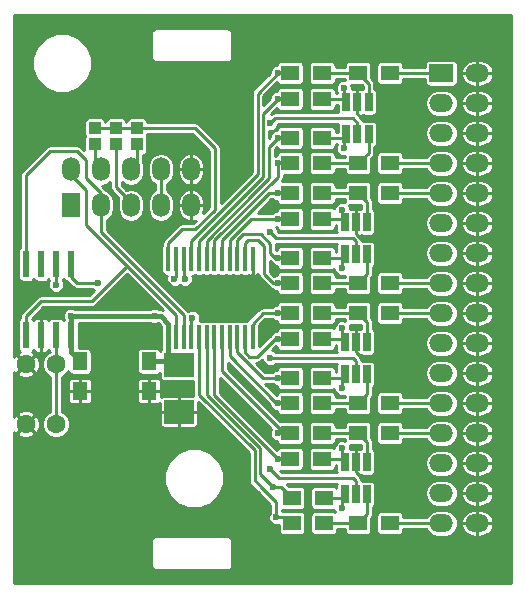
<source format=gbr>
G04 #@! TF.FileFunction,Copper,L2,Bot,Signal*
%FSLAX46Y46*%
G04 Gerber Fmt 4.6, Leading zero omitted, Abs format (unit mm)*
G04 Created by KiCad (PCBNEW 4.0.4-stable) date 12/22/16 08:09:43*
%MOMM*%
%LPD*%
G01*
G04 APERTURE LIST*
%ADD10C,0.100000*%
%ADD11O,1.500000X2.000000*%
%ADD12R,1.500000X2.000000*%
%ADD13R,2.500000X2.000000*%
%ADD14R,1.250000X1.500000*%
%ADD15R,0.400000X2.000000*%
%ADD16R,1.500000X1.300000*%
%ADD17R,0.650000X1.500000*%
%ADD18C,1.600000*%
%ADD19R,0.600000X2.200000*%
%ADD20R,1.016000X1.016000*%
%ADD21O,2.000000X1.500000*%
%ADD22R,2.000000X1.500000*%
%ADD23C,0.600000*%
%ADD24C,0.400000*%
%ADD25C,0.250000*%
G04 APERTURE END LIST*
D10*
D11*
X169926000Y-114042000D03*
X169926000Y-111002000D03*
X167386000Y-111002000D03*
X167386000Y-114042000D03*
D12*
X159766000Y-114042000D03*
D11*
X159766000Y-111002000D03*
X162306000Y-114042000D03*
X162306000Y-111002000D03*
X164846000Y-114042000D03*
X164846000Y-111002000D03*
D13*
X168910000Y-127540000D03*
X168910000Y-131540000D03*
D14*
X166370000Y-127274000D03*
X166370000Y-129774000D03*
D15*
X168002000Y-118620000D03*
X175152000Y-125220000D03*
X168652000Y-118620000D03*
X169302000Y-118620000D03*
X169952000Y-118620000D03*
X170602000Y-118620000D03*
X171252000Y-118620000D03*
X171902000Y-118620000D03*
X172552000Y-118620000D03*
X173202000Y-118620000D03*
X173852000Y-118620000D03*
X174502000Y-118620000D03*
X175152000Y-118620000D03*
X174502000Y-125220000D03*
X173852000Y-125220000D03*
X173202000Y-125220000D03*
X172552000Y-125220000D03*
X171902000Y-125220000D03*
X171252000Y-125220000D03*
X170602000Y-125220000D03*
X169952000Y-125220000D03*
X169302000Y-125220000D03*
X168652000Y-125220000D03*
X168002000Y-125220000D03*
D16*
X184070000Y-102870000D03*
X186770000Y-102870000D03*
X184070000Y-113030000D03*
X186770000Y-113030000D03*
X178355000Y-105029000D03*
X181055000Y-105029000D03*
X181055000Y-102870000D03*
X178355000Y-102870000D03*
X178355000Y-115189000D03*
X181055000Y-115189000D03*
X181055000Y-113030000D03*
X178355000Y-113030000D03*
X178355000Y-108331000D03*
X181055000Y-108331000D03*
X181055000Y-110490000D03*
X178355000Y-110490000D03*
X178355000Y-118491000D03*
X181055000Y-118491000D03*
X181055000Y-120650000D03*
X178355000Y-120650000D03*
X186770000Y-110490000D03*
X184070000Y-110490000D03*
X186770000Y-120650000D03*
X184070000Y-120650000D03*
X184070000Y-123190000D03*
X186770000Y-123190000D03*
X184070000Y-133350000D03*
X186770000Y-133350000D03*
X178355000Y-125349000D03*
X181055000Y-125349000D03*
X181055000Y-123190000D03*
X178355000Y-123190000D03*
X178355000Y-135509000D03*
X181055000Y-135509000D03*
X181055000Y-133350000D03*
X178355000Y-133350000D03*
X178355000Y-128651000D03*
X181055000Y-128651000D03*
X181055000Y-130810000D03*
X178355000Y-130810000D03*
X178482000Y-138811000D03*
X181182000Y-138811000D03*
X181182000Y-140970000D03*
X178482000Y-140970000D03*
X186770000Y-130810000D03*
X184070000Y-130810000D03*
X186770000Y-140970000D03*
X184070000Y-140970000D03*
D17*
X183073000Y-105330000D03*
X184023000Y-105330000D03*
X184973000Y-105330000D03*
X184973000Y-108030000D03*
X183073000Y-108030000D03*
X184023000Y-108030000D03*
X182946000Y-115490000D03*
X183896000Y-115490000D03*
X184846000Y-115490000D03*
X184846000Y-118190000D03*
X182946000Y-118190000D03*
X183896000Y-118190000D03*
X182946000Y-125650000D03*
X183896000Y-125650000D03*
X184846000Y-125650000D03*
X184846000Y-128350000D03*
X182946000Y-128350000D03*
X183896000Y-128350000D03*
X182946000Y-135810000D03*
X183896000Y-135810000D03*
X184846000Y-135810000D03*
X184846000Y-138510000D03*
X182946000Y-138510000D03*
X183896000Y-138510000D03*
D18*
X155956000Y-127508000D03*
X155956000Y-132588000D03*
X158496000Y-127508000D03*
X158496000Y-132588000D03*
D19*
X159766000Y-125047000D03*
X158496000Y-125047000D03*
X157226000Y-125047000D03*
X155956000Y-125047000D03*
X155956000Y-119047000D03*
X157226000Y-119047000D03*
X158496000Y-119047000D03*
X159766000Y-119047000D03*
D14*
X160528000Y-127274000D03*
X160528000Y-129774000D03*
D20*
X161798000Y-108902500D03*
X161798000Y-107505500D03*
X163576000Y-108902500D03*
X163576000Y-107505500D03*
X165354000Y-108902500D03*
X165354000Y-107505500D03*
D21*
X191139000Y-140970000D03*
X194179000Y-140970000D03*
X191139000Y-135890000D03*
X194179000Y-135890000D03*
X194179000Y-138430000D03*
X191139000Y-138430000D03*
X191139000Y-133350000D03*
X194179000Y-133350000D03*
X194179000Y-130810000D03*
X191139000Y-130810000D03*
X191139000Y-128270000D03*
X194179000Y-128270000D03*
X194179000Y-125730000D03*
X191139000Y-125730000D03*
X191139000Y-123190000D03*
X194179000Y-123190000D03*
X194179000Y-120650000D03*
X191139000Y-120650000D03*
X191139000Y-118110000D03*
X194179000Y-118110000D03*
X194179000Y-115570000D03*
X191139000Y-115570000D03*
X191139000Y-113030000D03*
X194179000Y-113030000D03*
X194179000Y-110490000D03*
X191139000Y-110490000D03*
D22*
X191139000Y-102870000D03*
D21*
X194179000Y-102870000D03*
X191139000Y-105410000D03*
X194179000Y-105410000D03*
X191139000Y-107950000D03*
X194179000Y-107950000D03*
D23*
X166878000Y-123444000D03*
X159766000Y-123444000D03*
X176657000Y-136398000D03*
X176657000Y-107061000D03*
X176657000Y-116332000D03*
X176657000Y-127000000D03*
X177292000Y-102870000D03*
X177292000Y-105029000D03*
X177292000Y-113030000D03*
X177292000Y-115189000D03*
X177292000Y-110490000D03*
X177292000Y-108331000D03*
X177292000Y-120650000D03*
X177292000Y-118491000D03*
X177292000Y-123190000D03*
X177292000Y-125349000D03*
X177292000Y-133350000D03*
X177292000Y-135509000D03*
X177292000Y-130810000D03*
X177292000Y-128651000D03*
X177165000Y-140462000D03*
X176911000Y-137922000D03*
X168529000Y-120269000D03*
X169418000Y-120269000D03*
X170053000Y-123571000D03*
X182880000Y-104140000D03*
X182753000Y-114427000D03*
X182880000Y-109220000D03*
X182753000Y-119380000D03*
X182753000Y-124460000D03*
X182753000Y-134620000D03*
X182753000Y-129540000D03*
X182753000Y-139700000D03*
X162052000Y-120650000D03*
X158496000Y-120777000D03*
D24*
X168002000Y-125220000D02*
X168002000Y-126632000D01*
X168002000Y-126632000D02*
X168910000Y-127540000D01*
X167386000Y-123444000D02*
X168002000Y-124060000D01*
X168002000Y-124060000D02*
X168002000Y-125220000D01*
X166878000Y-123444000D02*
X167386000Y-123444000D01*
X159766000Y-123444000D02*
X166878000Y-123444000D01*
X159766000Y-125047000D02*
X159766000Y-126512000D01*
X159766000Y-126512000D02*
X160528000Y-127274000D01*
X166370000Y-127274000D02*
X168644000Y-127274000D01*
X168644000Y-127274000D02*
X168910000Y-127540000D01*
X168002000Y-126632000D02*
X168910000Y-127540000D01*
X159766000Y-123444000D02*
X159766000Y-125047000D01*
D25*
X183642000Y-137160000D02*
X177419000Y-137160000D01*
X183896000Y-137414000D02*
X183896000Y-138510000D01*
X183896000Y-137414000D02*
X183642000Y-137160000D01*
X177419000Y-137160000D02*
X176657000Y-136398000D01*
X177038000Y-106680000D02*
X176657000Y-107061000D01*
X184023000Y-107061000D02*
X184023000Y-108030000D01*
X183642000Y-106680000D02*
X181356000Y-106680000D01*
X184023000Y-107061000D02*
X183642000Y-106680000D01*
X181356000Y-106680000D02*
X177038000Y-106680000D01*
X183896000Y-117094000D02*
X183642000Y-116840000D01*
X183642000Y-116840000D02*
X177165000Y-116840000D01*
X177165000Y-116840000D02*
X176657000Y-116332000D01*
X183896000Y-117094000D02*
X183896000Y-118190000D01*
X183896000Y-127254000D02*
X183642000Y-127000000D01*
X183642000Y-127000000D02*
X176657000Y-127000000D01*
X183896000Y-128350000D02*
X183896000Y-127254000D01*
X183896000Y-135810000D02*
X183896000Y-136652000D01*
X184404000Y-137160000D02*
X185674000Y-137160000D01*
X183896000Y-136652000D02*
X184404000Y-137160000D01*
X183896000Y-125650000D02*
X183896000Y-126492000D01*
X184404000Y-127000000D02*
X185547000Y-127000000D01*
X183896000Y-126492000D02*
X184404000Y-127000000D01*
X183896000Y-115490000D02*
X183896000Y-116457602D01*
X184278398Y-116840000D02*
X185801000Y-116840000D01*
X183896000Y-116457602D02*
X184278398Y-116840000D01*
X184023000Y-105330000D02*
X184023000Y-106299000D01*
X184404000Y-106680000D02*
X185039000Y-106680000D01*
X184023000Y-106299000D02*
X184404000Y-106680000D01*
X169952000Y-118620000D02*
X169952000Y-117059612D01*
X169952000Y-117059612D02*
X175571998Y-111439614D01*
X177292000Y-102870000D02*
X178355000Y-102870000D01*
X178355000Y-102870000D02*
X178181000Y-102870000D01*
X175571998Y-104590002D02*
X177292000Y-102870000D01*
X175571998Y-111439614D02*
X175571998Y-104590002D01*
X170602000Y-117046010D02*
X176022000Y-111626010D01*
X170602000Y-118620000D02*
X170602000Y-117046010D01*
X176022000Y-106426000D02*
X176022000Y-106299000D01*
X176022000Y-111626010D02*
X176022000Y-106426000D01*
X176022000Y-106299000D02*
X177292000Y-105029000D01*
X178355000Y-105029000D02*
X177292000Y-105029000D01*
X178355000Y-105029000D02*
X177546000Y-105029000D01*
X177292000Y-113030000D02*
X178355000Y-113030000D01*
X178355000Y-113030000D02*
X176527204Y-113030000D01*
X172552000Y-117005204D02*
X172552000Y-118620000D01*
X176527204Y-113030000D02*
X172552000Y-117005204D01*
X178355000Y-115189000D02*
X177292000Y-115189000D01*
X178355000Y-115189000D02*
X175004602Y-115189000D01*
X173202000Y-116991602D02*
X173202000Y-118620000D01*
X175004602Y-115189000D02*
X173202000Y-116991602D01*
X171902000Y-117348000D02*
X171902000Y-117018806D01*
X177292000Y-111628806D02*
X177292000Y-110490000D01*
X171902000Y-117018806D02*
X177292000Y-111628806D01*
X178355000Y-110490000D02*
X177292000Y-110490000D01*
X178355000Y-110490000D02*
X177927000Y-110490000D01*
X171902000Y-117348000D02*
X171902000Y-118620000D01*
X175257204Y-113027204D02*
X176530000Y-111754408D01*
X171252000Y-117032408D02*
X175257204Y-113027204D01*
X171252000Y-118620000D02*
X171252000Y-117032408D01*
X176530000Y-109093000D02*
X177292000Y-108331000D01*
X176530000Y-111754408D02*
X176530000Y-109093000D01*
X177292000Y-108331000D02*
X178355000Y-108331000D01*
X178355000Y-108331000D02*
X177546000Y-108331000D01*
X178355000Y-120650000D02*
X177292000Y-120650000D01*
X178355000Y-120650000D02*
X176911000Y-120650000D01*
X174502000Y-117217000D02*
X174502000Y-118620000D01*
X174752000Y-116967000D02*
X174502000Y-117217000D01*
X175641000Y-116967000D02*
X174752000Y-116967000D01*
X176149000Y-117475000D02*
X175641000Y-116967000D01*
X176149000Y-119888000D02*
X176149000Y-117475000D01*
X176911000Y-120650000D02*
X176149000Y-119888000D01*
X177292000Y-118491000D02*
X178355000Y-118491000D01*
X178355000Y-118491000D02*
X177038000Y-118491000D01*
X173852000Y-116978000D02*
X173852000Y-118620000D01*
X174313002Y-116516998D02*
X173852000Y-116978000D01*
X175827396Y-116516998D02*
X174313002Y-116516998D01*
X176599002Y-117288604D02*
X175827396Y-116516998D01*
X176599002Y-118052002D02*
X176599002Y-117288604D01*
X177038000Y-118491000D02*
X176599002Y-118052002D01*
X177292000Y-123190000D02*
X178355000Y-123190000D01*
X178355000Y-123190000D02*
X176022000Y-123190000D01*
X175152000Y-124060000D02*
X175152000Y-125220000D01*
X176022000Y-123190000D02*
X175152000Y-124060000D01*
X178355000Y-125349000D02*
X177292000Y-125349000D01*
X178355000Y-125349000D02*
X177038000Y-125349000D01*
X174502000Y-126496000D02*
X174502000Y-125220000D01*
X174879000Y-126873000D02*
X174502000Y-126496000D01*
X175514000Y-126873000D02*
X174879000Y-126873000D01*
X177038000Y-125349000D02*
X175514000Y-126873000D01*
X178355000Y-133350000D02*
X177292000Y-133350000D01*
X178355000Y-133350000D02*
X177800000Y-133350000D01*
X177800000Y-133350000D02*
X172552000Y-128102000D01*
X172552000Y-128102000D02*
X172552000Y-125220000D01*
X177292000Y-135509000D02*
X171902000Y-130119000D01*
X171902000Y-130119000D02*
X171902000Y-125220000D01*
X177292000Y-135509000D02*
X178355000Y-135509000D01*
X178355000Y-135509000D02*
X177673000Y-135509000D01*
X177292000Y-130810000D02*
X178355000Y-130810000D01*
X178355000Y-130810000D02*
X177292000Y-130810000D01*
X177292000Y-130810000D02*
X178355000Y-130810000D01*
X178355000Y-130810000D02*
X177165000Y-130810000D01*
X173202000Y-126847000D02*
X173202000Y-125220000D01*
X177165000Y-130810000D02*
X173202000Y-126847000D01*
X177292000Y-128651000D02*
X178355000Y-128651000D01*
X178355000Y-128651000D02*
X176020602Y-128651000D01*
X173852000Y-126482398D02*
X173852000Y-125220000D01*
X176020602Y-128651000D02*
X173852000Y-126482398D01*
X170602000Y-129032000D02*
X170602000Y-130091796D01*
X175317998Y-137344998D02*
X175958500Y-137985500D01*
X175317998Y-134807794D02*
X175317998Y-137344998D01*
X170602000Y-130091796D02*
X175317998Y-134807794D01*
X170602000Y-129032000D02*
X170602000Y-125220000D01*
X177165000Y-140462000D02*
X177165000Y-139192000D01*
X177165000Y-139192000D02*
X175958500Y-137985500D01*
X178482000Y-140970000D02*
X177974000Y-140462000D01*
X177974000Y-140462000D02*
X177165000Y-140462000D01*
X171252000Y-129286000D02*
X171252000Y-130105398D01*
X175768000Y-134621398D02*
X175768000Y-136779000D01*
X171252000Y-130105398D02*
X175768000Y-134621398D01*
X171252000Y-129032000D02*
X171252000Y-129286000D01*
X175768000Y-136779000D02*
X176911000Y-137922000D01*
X171252000Y-129032000D02*
X171252000Y-125220000D01*
X178482000Y-138811000D02*
X177593000Y-137922000D01*
X177593000Y-137922000D02*
X176911000Y-137922000D01*
X165354000Y-107505500D02*
X170243500Y-107505500D01*
X168002000Y-117240000D02*
X169164000Y-116078000D01*
X169164000Y-116078000D02*
X170297214Y-116078000D01*
X170297214Y-116078000D02*
X171958000Y-114417214D01*
X171958000Y-114417214D02*
X171958000Y-112014000D01*
X168002000Y-117240000D02*
X168002000Y-118620000D01*
X171958000Y-109220000D02*
X171958000Y-112014000D01*
X170243500Y-107505500D02*
X171958000Y-109220000D01*
X165354000Y-107505500D02*
X163576000Y-107505500D01*
X161798000Y-107505500D02*
X163576000Y-107505500D01*
X168652000Y-118620000D02*
X168652000Y-120146000D01*
X168652000Y-120146000D02*
X168529000Y-120269000D01*
X169302000Y-118620000D02*
X169302000Y-120153000D01*
X169302000Y-120153000D02*
X169418000Y-120269000D01*
X169952000Y-125220000D02*
X169952000Y-123672000D01*
X169952000Y-123672000D02*
X170053000Y-123571000D01*
X162306000Y-113792000D02*
X162306000Y-113030000D01*
X155956000Y-111506000D02*
X157988000Y-109474000D01*
X157988000Y-109474000D02*
X160274000Y-109474000D01*
X160274000Y-109474000D02*
X161036000Y-110236000D01*
X155956000Y-111506000D02*
X155956000Y-119047000D01*
X161036000Y-111760000D02*
X161036000Y-110236000D01*
X162306000Y-113030000D02*
X161036000Y-111760000D01*
X162306000Y-113792000D02*
X162306000Y-116332000D01*
X162306000Y-116332000D02*
X168332998Y-122358998D01*
X169302000Y-125220000D02*
X169302000Y-123328000D01*
X169302000Y-123328000D02*
X168332998Y-122358998D01*
X168332998Y-122358998D02*
X168332998Y-122358998D01*
X160020000Y-122174000D02*
X161544000Y-122174000D01*
X157226000Y-122174000D02*
X155956000Y-123444000D01*
X155956000Y-125047000D02*
X155956000Y-123444000D01*
X157226000Y-122174000D02*
X160020000Y-122174000D01*
X161544000Y-122174000D02*
X164527801Y-119190199D01*
X161036000Y-113538000D02*
X161036000Y-112776000D01*
X161036000Y-115698398D02*
X161036000Y-113538000D01*
X163765801Y-118428199D02*
X161036000Y-115698398D01*
X161036000Y-112776000D02*
X159766000Y-111506000D01*
X159766000Y-111506000D02*
X159766000Y-111252000D01*
X163765801Y-118428199D02*
X164527801Y-119190199D01*
X164527801Y-119190199D02*
X168401301Y-123063699D01*
X168652000Y-125220000D02*
X168652000Y-123314398D01*
X168652000Y-123314398D02*
X168401301Y-123063699D01*
X168401301Y-123063699D02*
X168146602Y-122809000D01*
X168656000Y-125216000D02*
X168652000Y-125220000D01*
X161798000Y-108902500D02*
X161798000Y-110744000D01*
X161798000Y-110744000D02*
X162306000Y-111252000D01*
X163576000Y-108902500D02*
X163576000Y-112522000D01*
X163576000Y-112522000D02*
X164846000Y-113792000D01*
X165354000Y-108902500D02*
X165354000Y-110744000D01*
X165354000Y-110744000D02*
X164846000Y-111252000D01*
X186770000Y-102870000D02*
X191389000Y-102870000D01*
X186770000Y-110490000D02*
X191389000Y-110490000D01*
X186770000Y-113030000D02*
X191389000Y-113030000D01*
X186770000Y-120650000D02*
X191389000Y-120650000D01*
X186770000Y-123190000D02*
X191389000Y-123190000D01*
X186770000Y-130810000D02*
X191389000Y-130810000D01*
X186770000Y-133350000D02*
X191389000Y-133350000D01*
X186770000Y-140970000D02*
X191389000Y-140970000D01*
X183073000Y-105330000D02*
X182772000Y-105029000D01*
X182880000Y-104140000D02*
X182880000Y-105137000D01*
X182880000Y-105137000D02*
X183073000Y-105330000D01*
X182772000Y-105029000D02*
X181055000Y-105029000D01*
X184070000Y-102870000D02*
X181055000Y-102870000D01*
X184070000Y-102870000D02*
X184973000Y-103773000D01*
X184973000Y-103773000D02*
X184973000Y-105330000D01*
X182946000Y-115490000D02*
X182645000Y-115189000D01*
X182645000Y-115189000D02*
X180928000Y-115189000D01*
X182753000Y-114427000D02*
X182753000Y-115297000D01*
X182753000Y-115297000D02*
X182946000Y-115490000D01*
X184846000Y-115490000D02*
X184846000Y-113806000D01*
X184846000Y-113806000D02*
X184070000Y-113030000D01*
X184070000Y-113030000D02*
X180928000Y-113030000D01*
X182880000Y-109220000D02*
X182880000Y-108223000D01*
X182880000Y-108223000D02*
X183073000Y-108030000D01*
X183073000Y-108030000D02*
X182772000Y-108331000D01*
X182772000Y-108331000D02*
X181055000Y-108331000D01*
X182880000Y-108223000D02*
X183073000Y-108030000D01*
X184070000Y-110490000D02*
X181055000Y-110490000D01*
X184070000Y-110490000D02*
X184973000Y-109587000D01*
X184973000Y-109587000D02*
X184973000Y-108030000D01*
X182946000Y-118190000D02*
X182645000Y-118491000D01*
X182645000Y-118491000D02*
X181055000Y-118491000D01*
X182753000Y-119380000D02*
X182753000Y-118383000D01*
X182753000Y-118383000D02*
X182946000Y-118190000D01*
X184070000Y-120650000D02*
X181055000Y-120650000D01*
X184070000Y-120650000D02*
X184846000Y-119874000D01*
X184846000Y-119874000D02*
X184846000Y-118190000D01*
X182946000Y-125650000D02*
X182645000Y-125349000D01*
X182645000Y-125349000D02*
X181055000Y-125349000D01*
X182753000Y-124460000D02*
X182753000Y-125457000D01*
X182753000Y-125457000D02*
X182946000Y-125650000D01*
X184070000Y-123190000D02*
X181055000Y-123190000D01*
X184070000Y-123190000D02*
X184846000Y-123966000D01*
X184846000Y-123966000D02*
X184846000Y-125650000D01*
X182753000Y-134620000D02*
X182753000Y-135617000D01*
X182753000Y-135617000D02*
X182946000Y-135810000D01*
X182946000Y-135810000D02*
X182645000Y-135509000D01*
X182645000Y-135509000D02*
X181055000Y-135509000D01*
X181055000Y-133350000D02*
X184070000Y-133350000D01*
X184846000Y-135810000D02*
X184846000Y-134126000D01*
X184846000Y-134126000D02*
X184070000Y-133350000D01*
X182946000Y-128350000D02*
X182645000Y-128651000D01*
X182645000Y-128651000D02*
X181055000Y-128651000D01*
X182753000Y-129540000D02*
X182753000Y-128543000D01*
X182753000Y-128543000D02*
X182946000Y-128350000D01*
X184070000Y-130810000D02*
X181055000Y-130810000D01*
X184846000Y-128350000D02*
X184846000Y-130034000D01*
X184846000Y-130034000D02*
X184070000Y-130810000D01*
X182753000Y-139700000D02*
X182753000Y-138703000D01*
X182753000Y-138703000D02*
X182946000Y-138510000D01*
X182946000Y-138510000D02*
X182645000Y-138811000D01*
X182645000Y-138811000D02*
X181182000Y-138811000D01*
X184070000Y-140970000D02*
X181182000Y-140970000D01*
X184070000Y-140970000D02*
X184846000Y-140194000D01*
X184846000Y-140194000D02*
X184846000Y-138510000D01*
X160274000Y-120650000D02*
X159766000Y-120142000D01*
X162052000Y-120650000D02*
X160274000Y-120650000D01*
X159766000Y-120142000D02*
X159766000Y-119047000D01*
X158496000Y-119047000D02*
X158496000Y-120777000D01*
X158496000Y-127508000D02*
X158496000Y-132588000D01*
X158496000Y-127508000D02*
X158496000Y-125047000D01*
X167386000Y-111252000D02*
X167386000Y-113792000D01*
G36*
X197050000Y-146050000D02*
X154950000Y-146050000D01*
X154950000Y-142500000D01*
X166550000Y-142500000D01*
X166550000Y-144500000D01*
X166584254Y-144672208D01*
X166681802Y-144818198D01*
X166827792Y-144915746D01*
X167000000Y-144950000D01*
X173000000Y-144950000D01*
X173172208Y-144915746D01*
X173318198Y-144818198D01*
X173415746Y-144672208D01*
X173450000Y-144500000D01*
X173450000Y-142500000D01*
X173415746Y-142327792D01*
X173318198Y-142181802D01*
X173172208Y-142084254D01*
X173000000Y-142050000D01*
X167000000Y-142050000D01*
X166827792Y-142084254D01*
X166681802Y-142181802D01*
X166584254Y-142327792D01*
X166550000Y-142500000D01*
X154950000Y-142500000D01*
X154950000Y-137660050D01*
X167654562Y-137660050D01*
X168038161Y-138588429D01*
X168747835Y-139299343D01*
X169675543Y-139684561D01*
X170680050Y-139685438D01*
X171608429Y-139301839D01*
X172319343Y-138592165D01*
X172704561Y-137664457D01*
X172705438Y-136659950D01*
X172321839Y-135731571D01*
X171612165Y-135020657D01*
X170684457Y-134635439D01*
X169679950Y-134634562D01*
X168751571Y-135018161D01*
X168040657Y-135727835D01*
X167655439Y-136655543D01*
X167654562Y-137660050D01*
X154950000Y-137660050D01*
X154950000Y-133372365D01*
X155178707Y-133372365D01*
X155255872Y-133560149D01*
X155681191Y-133754076D01*
X156148348Y-133770478D01*
X156586221Y-133606860D01*
X156656128Y-133560149D01*
X156733293Y-133372365D01*
X155956000Y-132595071D01*
X155178707Y-133372365D01*
X154950000Y-133372365D01*
X154950000Y-133237467D01*
X154983851Y-133288128D01*
X155171635Y-133365293D01*
X155948929Y-132588000D01*
X155963071Y-132588000D01*
X156740365Y-133365293D01*
X156928149Y-133288128D01*
X157122076Y-132862809D01*
X157138478Y-132395652D01*
X156974860Y-131957779D01*
X156928149Y-131887872D01*
X156740365Y-131810707D01*
X155963071Y-132588000D01*
X155948929Y-132588000D01*
X155171635Y-131810707D01*
X154983851Y-131887872D01*
X154950000Y-131962114D01*
X154950000Y-131803635D01*
X155178707Y-131803635D01*
X155956000Y-132580929D01*
X156733293Y-131803635D01*
X156656128Y-131615851D01*
X156230809Y-131421924D01*
X155763652Y-131405522D01*
X155325779Y-131569140D01*
X155255872Y-131615851D01*
X155178707Y-131803635D01*
X154950000Y-131803635D01*
X154950000Y-128292365D01*
X155178707Y-128292365D01*
X155255872Y-128480149D01*
X155681191Y-128674076D01*
X156148348Y-128690478D01*
X156586221Y-128526860D01*
X156656128Y-128480149D01*
X156733293Y-128292365D01*
X155956000Y-127515071D01*
X155178707Y-128292365D01*
X154950000Y-128292365D01*
X154950000Y-128157467D01*
X154983851Y-128208128D01*
X155171635Y-128285293D01*
X155948929Y-127508000D01*
X155963071Y-127508000D01*
X156740365Y-128285293D01*
X156928149Y-128208128D01*
X157122076Y-127782809D01*
X157138478Y-127315652D01*
X156974860Y-126877779D01*
X156928149Y-126807872D01*
X156740365Y-126730707D01*
X155963071Y-127508000D01*
X155948929Y-127508000D01*
X155171635Y-126730707D01*
X154983851Y-126807872D01*
X154950000Y-126882114D01*
X154950000Y-126723635D01*
X155178707Y-126723635D01*
X155956000Y-127500929D01*
X156733293Y-126723635D01*
X156656128Y-126535851D01*
X156473575Y-126452615D01*
X156522599Y-126421069D01*
X156591722Y-126319904D01*
X156608090Y-126359420D01*
X156713579Y-126464910D01*
X156851408Y-126522000D01*
X157127250Y-126522000D01*
X157221000Y-126428250D01*
X157221000Y-125052000D01*
X157201000Y-125052000D01*
X157201000Y-125042000D01*
X157221000Y-125042000D01*
X157221000Y-123665750D01*
X157127250Y-123572000D01*
X156851408Y-123572000D01*
X156713579Y-123629090D01*
X156608090Y-123734580D01*
X156591188Y-123775384D01*
X156530069Y-123680401D01*
X156468662Y-123638444D01*
X157433107Y-122674000D01*
X161544000Y-122674000D01*
X161735342Y-122635940D01*
X161897553Y-122527553D01*
X164527801Y-119897305D01*
X167527676Y-122897181D01*
X167386000Y-122869000D01*
X167253398Y-122869000D01*
X167012855Y-122769117D01*
X166744323Y-122768883D01*
X166502022Y-122869000D01*
X160141398Y-122869000D01*
X159900855Y-122769117D01*
X159632323Y-122768883D01*
X159384143Y-122871429D01*
X159194097Y-123061144D01*
X159091117Y-123309145D01*
X159090883Y-123577677D01*
X159156303Y-123736006D01*
X159130320Y-123774034D01*
X159070069Y-123680401D01*
X158944754Y-123594777D01*
X158796000Y-123564654D01*
X158196000Y-123564654D01*
X158057034Y-123590802D01*
X157929401Y-123672931D01*
X157860278Y-123774096D01*
X157843910Y-123734580D01*
X157738421Y-123629090D01*
X157600592Y-123572000D01*
X157324750Y-123572000D01*
X157231000Y-123665750D01*
X157231000Y-125042000D01*
X157251000Y-125042000D01*
X157251000Y-125052000D01*
X157231000Y-125052000D01*
X157231000Y-126428250D01*
X157324750Y-126522000D01*
X157600592Y-126522000D01*
X157738421Y-126464910D01*
X157843910Y-126359420D01*
X157860812Y-126318616D01*
X157921931Y-126413599D01*
X157976879Y-126451144D01*
X157831285Y-126511302D01*
X157500464Y-126841547D01*
X157321204Y-127273253D01*
X157320796Y-127740697D01*
X157499302Y-128172715D01*
X157829547Y-128503536D01*
X157996000Y-128572653D01*
X157996000Y-131523243D01*
X157831285Y-131591302D01*
X157500464Y-131921547D01*
X157321204Y-132353253D01*
X157320796Y-132820697D01*
X157499302Y-133252715D01*
X157829547Y-133583536D01*
X158261253Y-133762796D01*
X158728697Y-133763204D01*
X159160715Y-133584698D01*
X159491536Y-133254453D01*
X159670796Y-132822747D01*
X159671204Y-132355303D01*
X159492698Y-131923285D01*
X159208659Y-131638750D01*
X167285000Y-131638750D01*
X167285000Y-132614592D01*
X167342090Y-132752420D01*
X167447579Y-132857910D01*
X167585408Y-132915000D01*
X168811250Y-132915000D01*
X168905000Y-132821250D01*
X168905000Y-131545000D01*
X168915000Y-131545000D01*
X168915000Y-132821250D01*
X169008750Y-132915000D01*
X170234592Y-132915000D01*
X170372421Y-132857910D01*
X170477910Y-132752420D01*
X170535000Y-132614592D01*
X170535000Y-131638750D01*
X170441250Y-131545000D01*
X168915000Y-131545000D01*
X168905000Y-131545000D01*
X167378750Y-131545000D01*
X167285000Y-131638750D01*
X159208659Y-131638750D01*
X159162453Y-131592464D01*
X158996000Y-131523347D01*
X158996000Y-129872750D01*
X159528000Y-129872750D01*
X159528000Y-130598592D01*
X159585090Y-130736420D01*
X159690579Y-130841910D01*
X159828408Y-130899000D01*
X160429250Y-130899000D01*
X160523000Y-130805250D01*
X160523000Y-129779000D01*
X160533000Y-129779000D01*
X160533000Y-130805250D01*
X160626750Y-130899000D01*
X161227592Y-130899000D01*
X161365421Y-130841910D01*
X161470910Y-130736420D01*
X161528000Y-130598592D01*
X161528000Y-129872750D01*
X165370000Y-129872750D01*
X165370000Y-130598592D01*
X165427090Y-130736420D01*
X165532579Y-130841910D01*
X165670408Y-130899000D01*
X166271250Y-130899000D01*
X166365000Y-130805250D01*
X166365000Y-129779000D01*
X166375000Y-129779000D01*
X166375000Y-130805250D01*
X166468750Y-130899000D01*
X167069592Y-130899000D01*
X167207421Y-130841910D01*
X167285000Y-130764330D01*
X167285000Y-131441250D01*
X167378750Y-131535000D01*
X168905000Y-131535000D01*
X168905000Y-130258750D01*
X168811250Y-130165000D01*
X167585408Y-130165000D01*
X167447579Y-130222090D01*
X167370000Y-130299670D01*
X167370000Y-129872750D01*
X167276250Y-129779000D01*
X166375000Y-129779000D01*
X166365000Y-129779000D01*
X165463750Y-129779000D01*
X165370000Y-129872750D01*
X161528000Y-129872750D01*
X161434250Y-129779000D01*
X160533000Y-129779000D01*
X160523000Y-129779000D01*
X159621750Y-129779000D01*
X159528000Y-129872750D01*
X158996000Y-129872750D01*
X158996000Y-128949408D01*
X159528000Y-128949408D01*
X159528000Y-129675250D01*
X159621750Y-129769000D01*
X160523000Y-129769000D01*
X160523000Y-128742750D01*
X160533000Y-128742750D01*
X160533000Y-129769000D01*
X161434250Y-129769000D01*
X161528000Y-129675250D01*
X161528000Y-128949408D01*
X165370000Y-128949408D01*
X165370000Y-129675250D01*
X165463750Y-129769000D01*
X166365000Y-129769000D01*
X166365000Y-128742750D01*
X166375000Y-128742750D01*
X166375000Y-129769000D01*
X167276250Y-129769000D01*
X167370000Y-129675250D01*
X167370000Y-128949408D01*
X167312910Y-128811580D01*
X167207421Y-128706090D01*
X167069592Y-128649000D01*
X166468750Y-128649000D01*
X166375000Y-128742750D01*
X166365000Y-128742750D01*
X166271250Y-128649000D01*
X165670408Y-128649000D01*
X165532579Y-128706090D01*
X165427090Y-128811580D01*
X165370000Y-128949408D01*
X161528000Y-128949408D01*
X161470910Y-128811580D01*
X161365421Y-128706090D01*
X161227592Y-128649000D01*
X160626750Y-128649000D01*
X160533000Y-128742750D01*
X160523000Y-128742750D01*
X160429250Y-128649000D01*
X159828408Y-128649000D01*
X159690579Y-128706090D01*
X159585090Y-128811580D01*
X159528000Y-128949408D01*
X158996000Y-128949408D01*
X158996000Y-128572757D01*
X159160715Y-128504698D01*
X159491536Y-128174453D01*
X159531055Y-128079280D01*
X159546802Y-128162966D01*
X159628931Y-128290599D01*
X159754246Y-128376223D01*
X159903000Y-128406346D01*
X161153000Y-128406346D01*
X161291966Y-128380198D01*
X161419599Y-128298069D01*
X161505223Y-128172754D01*
X161535346Y-128024000D01*
X161535346Y-126524000D01*
X161509198Y-126385034D01*
X161427069Y-126257401D01*
X161301754Y-126171777D01*
X161153000Y-126141654D01*
X160448346Y-126141654D01*
X160448346Y-124019000D01*
X166502602Y-124019000D01*
X166743145Y-124118883D01*
X167011677Y-124119117D01*
X167178864Y-124050037D01*
X167419654Y-124290827D01*
X167419654Y-126220000D01*
X167424528Y-126245902D01*
X167393401Y-126265931D01*
X167332197Y-126355506D01*
X167269069Y-126257401D01*
X167143754Y-126171777D01*
X166995000Y-126141654D01*
X165745000Y-126141654D01*
X165606034Y-126167802D01*
X165478401Y-126249931D01*
X165392777Y-126375246D01*
X165362654Y-126524000D01*
X165362654Y-128024000D01*
X165388802Y-128162966D01*
X165470931Y-128290599D01*
X165596246Y-128376223D01*
X165745000Y-128406346D01*
X166995000Y-128406346D01*
X167133966Y-128380198D01*
X167261599Y-128298069D01*
X167277654Y-128274572D01*
X167277654Y-128540000D01*
X167303802Y-128678966D01*
X167385931Y-128806599D01*
X167511246Y-128892223D01*
X167660000Y-128922346D01*
X170102000Y-128922346D01*
X170102000Y-130091796D01*
X170116561Y-130165000D01*
X169008750Y-130165000D01*
X168915000Y-130258750D01*
X168915000Y-131535000D01*
X170441250Y-131535000D01*
X170535000Y-131441250D01*
X170535000Y-130731902D01*
X174817998Y-135014901D01*
X174817998Y-137344998D01*
X174851526Y-137513554D01*
X174856058Y-137536340D01*
X174964445Y-137698551D01*
X175604947Y-138339054D01*
X175604950Y-138339056D01*
X176665000Y-139399107D01*
X176665000Y-140007366D01*
X176593097Y-140079144D01*
X176490117Y-140327145D01*
X176489883Y-140595677D01*
X176592429Y-140843857D01*
X176782144Y-141033903D01*
X177030145Y-141136883D01*
X177298677Y-141137117D01*
X177349654Y-141116054D01*
X177349654Y-141620000D01*
X177375802Y-141758966D01*
X177457931Y-141886599D01*
X177583246Y-141972223D01*
X177732000Y-142002346D01*
X179232000Y-142002346D01*
X179370966Y-141976198D01*
X179498599Y-141894069D01*
X179584223Y-141768754D01*
X179614346Y-141620000D01*
X179614346Y-140320000D01*
X179588198Y-140181034D01*
X179506069Y-140053401D01*
X179380754Y-139967777D01*
X179232000Y-139937654D01*
X177732000Y-139937654D01*
X177665000Y-139950261D01*
X177665000Y-139829778D01*
X177732000Y-139843346D01*
X179232000Y-139843346D01*
X179370966Y-139817198D01*
X179498599Y-139735069D01*
X179584223Y-139609754D01*
X179614346Y-139461000D01*
X179614346Y-138161000D01*
X179588198Y-138022034D01*
X179506069Y-137894401D01*
X179380754Y-137808777D01*
X179232000Y-137778654D01*
X178156760Y-137778654D01*
X178038106Y-137660000D01*
X182258904Y-137660000D01*
X182238654Y-137760000D01*
X182238654Y-137945040D01*
X182206069Y-137894401D01*
X182080754Y-137808777D01*
X181932000Y-137778654D01*
X180432000Y-137778654D01*
X180293034Y-137804802D01*
X180165401Y-137886931D01*
X180079777Y-138012246D01*
X180049654Y-138161000D01*
X180049654Y-139461000D01*
X180075802Y-139599966D01*
X180157931Y-139727599D01*
X180283246Y-139813223D01*
X180432000Y-139843346D01*
X181932000Y-139843346D01*
X182070966Y-139817198D01*
X182077901Y-139812735D01*
X182077883Y-139833677D01*
X182153960Y-140017796D01*
X182080754Y-139967777D01*
X181932000Y-139937654D01*
X180432000Y-139937654D01*
X180293034Y-139963802D01*
X180165401Y-140045931D01*
X180079777Y-140171246D01*
X180049654Y-140320000D01*
X180049654Y-141620000D01*
X180075802Y-141758966D01*
X180157931Y-141886599D01*
X180283246Y-141972223D01*
X180432000Y-142002346D01*
X181932000Y-142002346D01*
X182070966Y-141976198D01*
X182198599Y-141894069D01*
X182284223Y-141768754D01*
X182314346Y-141620000D01*
X182314346Y-141470000D01*
X182937654Y-141470000D01*
X182937654Y-141620000D01*
X182963802Y-141758966D01*
X183045931Y-141886599D01*
X183171246Y-141972223D01*
X183320000Y-142002346D01*
X184820000Y-142002346D01*
X184958966Y-141976198D01*
X185086599Y-141894069D01*
X185172223Y-141768754D01*
X185202346Y-141620000D01*
X185202346Y-140543374D01*
X185264526Y-140450314D01*
X185307940Y-140385342D01*
X185320937Y-140320000D01*
X185637654Y-140320000D01*
X185637654Y-141620000D01*
X185663802Y-141758966D01*
X185745931Y-141886599D01*
X185871246Y-141972223D01*
X186020000Y-142002346D01*
X187520000Y-142002346D01*
X187658966Y-141976198D01*
X187786599Y-141894069D01*
X187872223Y-141768754D01*
X187902346Y-141620000D01*
X187902346Y-141470000D01*
X189869124Y-141470000D01*
X190066567Y-141765495D01*
X190431543Y-142009364D01*
X190862062Y-142095000D01*
X191415938Y-142095000D01*
X191846457Y-142009364D01*
X192211433Y-141765495D01*
X192455302Y-141400519D01*
X192504949Y-141150925D01*
X192818644Y-141150925D01*
X192887723Y-141395900D01*
X193129970Y-141761960D01*
X193493862Y-142007451D01*
X193924000Y-142095000D01*
X194174000Y-142095000D01*
X194174000Y-140975000D01*
X194184000Y-140975000D01*
X194184000Y-142095000D01*
X194434000Y-142095000D01*
X194864138Y-142007451D01*
X195228030Y-141761960D01*
X195470277Y-141395900D01*
X195539356Y-141150925D01*
X195460238Y-140975000D01*
X194184000Y-140975000D01*
X194174000Y-140975000D01*
X192897762Y-140975000D01*
X192818644Y-141150925D01*
X192504949Y-141150925D01*
X192540938Y-140970000D01*
X192504950Y-140789075D01*
X192818644Y-140789075D01*
X192897762Y-140965000D01*
X194174000Y-140965000D01*
X194174000Y-139845000D01*
X194184000Y-139845000D01*
X194184000Y-140965000D01*
X195460238Y-140965000D01*
X195539356Y-140789075D01*
X195470277Y-140544100D01*
X195228030Y-140178040D01*
X194864138Y-139932549D01*
X194434000Y-139845000D01*
X194184000Y-139845000D01*
X194174000Y-139845000D01*
X193924000Y-139845000D01*
X193493862Y-139932549D01*
X193129970Y-140178040D01*
X192887723Y-140544100D01*
X192818644Y-140789075D01*
X192504950Y-140789075D01*
X192455302Y-140539481D01*
X192211433Y-140174505D01*
X191846457Y-139930636D01*
X191415938Y-139845000D01*
X190862062Y-139845000D01*
X190431543Y-139930636D01*
X190066567Y-140174505D01*
X189869124Y-140470000D01*
X187902346Y-140470000D01*
X187902346Y-140320000D01*
X187876198Y-140181034D01*
X187794069Y-140053401D01*
X187668754Y-139967777D01*
X187520000Y-139937654D01*
X186020000Y-139937654D01*
X185881034Y-139963802D01*
X185753401Y-140045931D01*
X185667777Y-140171246D01*
X185637654Y-140320000D01*
X185320937Y-140320000D01*
X185346000Y-140194000D01*
X185346000Y-139593011D01*
X185437599Y-139534069D01*
X185523223Y-139408754D01*
X185553346Y-139260000D01*
X185553346Y-138430000D01*
X189737062Y-138430000D01*
X189822698Y-138860519D01*
X190066567Y-139225495D01*
X190431543Y-139469364D01*
X190862062Y-139555000D01*
X191415938Y-139555000D01*
X191846457Y-139469364D01*
X192211433Y-139225495D01*
X192455302Y-138860519D01*
X192504949Y-138610925D01*
X192818644Y-138610925D01*
X192887723Y-138855900D01*
X193129970Y-139221960D01*
X193493862Y-139467451D01*
X193924000Y-139555000D01*
X194174000Y-139555000D01*
X194174000Y-138435000D01*
X194184000Y-138435000D01*
X194184000Y-139555000D01*
X194434000Y-139555000D01*
X194864138Y-139467451D01*
X195228030Y-139221960D01*
X195470277Y-138855900D01*
X195539356Y-138610925D01*
X195460238Y-138435000D01*
X194184000Y-138435000D01*
X194174000Y-138435000D01*
X192897762Y-138435000D01*
X192818644Y-138610925D01*
X192504949Y-138610925D01*
X192540938Y-138430000D01*
X192504950Y-138249075D01*
X192818644Y-138249075D01*
X192897762Y-138425000D01*
X194174000Y-138425000D01*
X194174000Y-137305000D01*
X194184000Y-137305000D01*
X194184000Y-138425000D01*
X195460238Y-138425000D01*
X195539356Y-138249075D01*
X195470277Y-138004100D01*
X195228030Y-137638040D01*
X194864138Y-137392549D01*
X194434000Y-137305000D01*
X194184000Y-137305000D01*
X194174000Y-137305000D01*
X193924000Y-137305000D01*
X193493862Y-137392549D01*
X193129970Y-137638040D01*
X192887723Y-138004100D01*
X192818644Y-138249075D01*
X192504950Y-138249075D01*
X192455302Y-137999481D01*
X192211433Y-137634505D01*
X191846457Y-137390636D01*
X191415938Y-137305000D01*
X190862062Y-137305000D01*
X190431543Y-137390636D01*
X190066567Y-137634505D01*
X189822698Y-137999481D01*
X189737062Y-138430000D01*
X185553346Y-138430000D01*
X185553346Y-137760000D01*
X185527198Y-137621034D01*
X185445069Y-137493401D01*
X185319754Y-137407777D01*
X185171000Y-137377654D01*
X184521000Y-137377654D01*
X184393541Y-137401637D01*
X184357940Y-137222658D01*
X184311834Y-137153656D01*
X184249553Y-137060446D01*
X184124107Y-136935000D01*
X184295592Y-136935000D01*
X184364069Y-136906636D01*
X184372246Y-136912223D01*
X184521000Y-136942346D01*
X185171000Y-136942346D01*
X185309966Y-136916198D01*
X185437599Y-136834069D01*
X185523223Y-136708754D01*
X185553346Y-136560000D01*
X185553346Y-135890000D01*
X189737062Y-135890000D01*
X189822698Y-136320519D01*
X190066567Y-136685495D01*
X190431543Y-136929364D01*
X190862062Y-137015000D01*
X191415938Y-137015000D01*
X191846457Y-136929364D01*
X192211433Y-136685495D01*
X192455302Y-136320519D01*
X192504949Y-136070925D01*
X192818644Y-136070925D01*
X192887723Y-136315900D01*
X193129970Y-136681960D01*
X193493862Y-136927451D01*
X193924000Y-137015000D01*
X194174000Y-137015000D01*
X194174000Y-135895000D01*
X194184000Y-135895000D01*
X194184000Y-137015000D01*
X194434000Y-137015000D01*
X194864138Y-136927451D01*
X195228030Y-136681960D01*
X195470277Y-136315900D01*
X195539356Y-136070925D01*
X195460238Y-135895000D01*
X194184000Y-135895000D01*
X194174000Y-135895000D01*
X192897762Y-135895000D01*
X192818644Y-136070925D01*
X192504949Y-136070925D01*
X192540938Y-135890000D01*
X192504950Y-135709075D01*
X192818644Y-135709075D01*
X192897762Y-135885000D01*
X194174000Y-135885000D01*
X194174000Y-134765000D01*
X194184000Y-134765000D01*
X194184000Y-135885000D01*
X195460238Y-135885000D01*
X195539356Y-135709075D01*
X195470277Y-135464100D01*
X195228030Y-135098040D01*
X194864138Y-134852549D01*
X194434000Y-134765000D01*
X194184000Y-134765000D01*
X194174000Y-134765000D01*
X193924000Y-134765000D01*
X193493862Y-134852549D01*
X193129970Y-135098040D01*
X192887723Y-135464100D01*
X192818644Y-135709075D01*
X192504950Y-135709075D01*
X192455302Y-135459481D01*
X192211433Y-135094505D01*
X191846457Y-134850636D01*
X191415938Y-134765000D01*
X190862062Y-134765000D01*
X190431543Y-134850636D01*
X190066567Y-135094505D01*
X189822698Y-135459481D01*
X189737062Y-135890000D01*
X185553346Y-135890000D01*
X185553346Y-135060000D01*
X185527198Y-134921034D01*
X185445069Y-134793401D01*
X185346000Y-134725710D01*
X185346000Y-134126000D01*
X185307940Y-133934658D01*
X185225942Y-133811940D01*
X185202346Y-133776626D01*
X185202346Y-132700000D01*
X185637654Y-132700000D01*
X185637654Y-134000000D01*
X185663802Y-134138966D01*
X185745931Y-134266599D01*
X185871246Y-134352223D01*
X186020000Y-134382346D01*
X187520000Y-134382346D01*
X187658966Y-134356198D01*
X187786599Y-134274069D01*
X187872223Y-134148754D01*
X187902346Y-134000000D01*
X187902346Y-133850000D01*
X189869124Y-133850000D01*
X190066567Y-134145495D01*
X190431543Y-134389364D01*
X190862062Y-134475000D01*
X191415938Y-134475000D01*
X191846457Y-134389364D01*
X192211433Y-134145495D01*
X192455302Y-133780519D01*
X192504949Y-133530925D01*
X192818644Y-133530925D01*
X192887723Y-133775900D01*
X193129970Y-134141960D01*
X193493862Y-134387451D01*
X193924000Y-134475000D01*
X194174000Y-134475000D01*
X194174000Y-133355000D01*
X194184000Y-133355000D01*
X194184000Y-134475000D01*
X194434000Y-134475000D01*
X194864138Y-134387451D01*
X195228030Y-134141960D01*
X195470277Y-133775900D01*
X195539356Y-133530925D01*
X195460238Y-133355000D01*
X194184000Y-133355000D01*
X194174000Y-133355000D01*
X192897762Y-133355000D01*
X192818644Y-133530925D01*
X192504949Y-133530925D01*
X192540938Y-133350000D01*
X192504950Y-133169075D01*
X192818644Y-133169075D01*
X192897762Y-133345000D01*
X194174000Y-133345000D01*
X194174000Y-132225000D01*
X194184000Y-132225000D01*
X194184000Y-133345000D01*
X195460238Y-133345000D01*
X195539356Y-133169075D01*
X195470277Y-132924100D01*
X195228030Y-132558040D01*
X194864138Y-132312549D01*
X194434000Y-132225000D01*
X194184000Y-132225000D01*
X194174000Y-132225000D01*
X193924000Y-132225000D01*
X193493862Y-132312549D01*
X193129970Y-132558040D01*
X192887723Y-132924100D01*
X192818644Y-133169075D01*
X192504950Y-133169075D01*
X192455302Y-132919481D01*
X192211433Y-132554505D01*
X191846457Y-132310636D01*
X191415938Y-132225000D01*
X190862062Y-132225000D01*
X190431543Y-132310636D01*
X190066567Y-132554505D01*
X189869124Y-132850000D01*
X187902346Y-132850000D01*
X187902346Y-132700000D01*
X187876198Y-132561034D01*
X187794069Y-132433401D01*
X187668754Y-132347777D01*
X187520000Y-132317654D01*
X186020000Y-132317654D01*
X185881034Y-132343802D01*
X185753401Y-132425931D01*
X185667777Y-132551246D01*
X185637654Y-132700000D01*
X185202346Y-132700000D01*
X185176198Y-132561034D01*
X185094069Y-132433401D01*
X184968754Y-132347777D01*
X184820000Y-132317654D01*
X183320000Y-132317654D01*
X183181034Y-132343802D01*
X183053401Y-132425931D01*
X182967777Y-132551246D01*
X182937654Y-132700000D01*
X182937654Y-132850000D01*
X182187346Y-132850000D01*
X182187346Y-132700000D01*
X182161198Y-132561034D01*
X182079069Y-132433401D01*
X181953754Y-132347777D01*
X181805000Y-132317654D01*
X180305000Y-132317654D01*
X180166034Y-132343802D01*
X180038401Y-132425931D01*
X179952777Y-132551246D01*
X179922654Y-132700000D01*
X179922654Y-134000000D01*
X179948802Y-134138966D01*
X180030931Y-134266599D01*
X180156246Y-134352223D01*
X180305000Y-134382346D01*
X181805000Y-134382346D01*
X181943966Y-134356198D01*
X182071599Y-134274069D01*
X182157223Y-134148754D01*
X182187346Y-134000000D01*
X182187346Y-133850000D01*
X182937654Y-133850000D01*
X182937654Y-133965796D01*
X182887855Y-133945117D01*
X182619323Y-133944883D01*
X182371143Y-134047429D01*
X182181097Y-134237144D01*
X182078117Y-134485145D01*
X182078024Y-134591687D01*
X181953754Y-134506777D01*
X181805000Y-134476654D01*
X180305000Y-134476654D01*
X180166034Y-134502802D01*
X180038401Y-134584931D01*
X179952777Y-134710246D01*
X179922654Y-134859000D01*
X179922654Y-136159000D01*
X179948802Y-136297966D01*
X180030931Y-136425599D01*
X180156246Y-136511223D01*
X180305000Y-136541346D01*
X181805000Y-136541346D01*
X181943966Y-136515198D01*
X182071599Y-136433069D01*
X182157223Y-136307754D01*
X182187346Y-136159000D01*
X182187346Y-136009000D01*
X182238654Y-136009000D01*
X182238654Y-136560000D01*
X182257470Y-136660000D01*
X177626107Y-136660000D01*
X177482683Y-136516577D01*
X177605000Y-136541346D01*
X179105000Y-136541346D01*
X179243966Y-136515198D01*
X179371599Y-136433069D01*
X179457223Y-136307754D01*
X179487346Y-136159000D01*
X179487346Y-134859000D01*
X179461198Y-134720034D01*
X179379069Y-134592401D01*
X179253754Y-134506777D01*
X179105000Y-134476654D01*
X177605000Y-134476654D01*
X177466034Y-134502802D01*
X177338401Y-134584931D01*
X177252777Y-134710246D01*
X177243949Y-134753843D01*
X172402000Y-129911894D01*
X172402000Y-128659106D01*
X176717145Y-132974252D01*
X176617117Y-133215145D01*
X176616883Y-133483677D01*
X176719429Y-133731857D01*
X176909144Y-133921903D01*
X177157145Y-134024883D01*
X177227348Y-134024944D01*
X177248802Y-134138966D01*
X177330931Y-134266599D01*
X177456246Y-134352223D01*
X177605000Y-134382346D01*
X179105000Y-134382346D01*
X179243966Y-134356198D01*
X179371599Y-134274069D01*
X179457223Y-134148754D01*
X179487346Y-134000000D01*
X179487346Y-132700000D01*
X179461198Y-132561034D01*
X179379069Y-132433401D01*
X179253754Y-132347777D01*
X179105000Y-132317654D01*
X177605000Y-132317654D01*
X177495386Y-132338279D01*
X173052000Y-127894894D01*
X173052000Y-127404106D01*
X176634707Y-130986814D01*
X176719429Y-131191857D01*
X176909144Y-131381903D01*
X177157145Y-131484883D01*
X177227348Y-131484944D01*
X177248802Y-131598966D01*
X177330931Y-131726599D01*
X177456246Y-131812223D01*
X177605000Y-131842346D01*
X179105000Y-131842346D01*
X179243966Y-131816198D01*
X179371599Y-131734069D01*
X179457223Y-131608754D01*
X179487346Y-131460000D01*
X179487346Y-130160000D01*
X179461198Y-130021034D01*
X179379069Y-129893401D01*
X179253754Y-129807777D01*
X179105000Y-129777654D01*
X177605000Y-129777654D01*
X177466034Y-129803802D01*
X177338401Y-129885931D01*
X177252777Y-130011246D01*
X177227728Y-130134943D01*
X177197024Y-130134917D01*
X176213107Y-129151000D01*
X176837366Y-129151000D01*
X176909144Y-129222903D01*
X177157145Y-129325883D01*
X177227348Y-129325944D01*
X177248802Y-129439966D01*
X177330931Y-129567599D01*
X177456246Y-129653223D01*
X177605000Y-129683346D01*
X179105000Y-129683346D01*
X179243966Y-129657198D01*
X179371599Y-129575069D01*
X179457223Y-129449754D01*
X179487346Y-129301000D01*
X179487346Y-128001000D01*
X179461198Y-127862034D01*
X179379069Y-127734401D01*
X179253754Y-127648777D01*
X179105000Y-127618654D01*
X177605000Y-127618654D01*
X177466034Y-127644802D01*
X177338401Y-127726931D01*
X177252777Y-127852246D01*
X177227728Y-127975943D01*
X177158323Y-127975883D01*
X176910143Y-128078429D01*
X176837445Y-128151000D01*
X176227709Y-128151000D01*
X175449709Y-127373000D01*
X175514000Y-127373000D01*
X175705342Y-127334940D01*
X175867553Y-127226553D01*
X175981902Y-127112204D01*
X175981883Y-127133677D01*
X176084429Y-127381857D01*
X176274144Y-127571903D01*
X176522145Y-127674883D01*
X176790677Y-127675117D01*
X177038857Y-127572571D01*
X177111555Y-127500000D01*
X182258904Y-127500000D01*
X182238654Y-127600000D01*
X182238654Y-128151000D01*
X182187346Y-128151000D01*
X182187346Y-128001000D01*
X182161198Y-127862034D01*
X182079069Y-127734401D01*
X181953754Y-127648777D01*
X181805000Y-127618654D01*
X180305000Y-127618654D01*
X180166034Y-127644802D01*
X180038401Y-127726931D01*
X179952777Y-127852246D01*
X179922654Y-128001000D01*
X179922654Y-129301000D01*
X179948802Y-129439966D01*
X180030931Y-129567599D01*
X180156246Y-129653223D01*
X180305000Y-129683346D01*
X181805000Y-129683346D01*
X181943966Y-129657198D01*
X182071599Y-129575069D01*
X182077977Y-129565734D01*
X182077883Y-129673677D01*
X182180429Y-129921857D01*
X182370144Y-130111903D01*
X182618145Y-130214883D01*
X182886677Y-130215117D01*
X182937654Y-130194054D01*
X182937654Y-130310000D01*
X182187346Y-130310000D01*
X182187346Y-130160000D01*
X182161198Y-130021034D01*
X182079069Y-129893401D01*
X181953754Y-129807777D01*
X181805000Y-129777654D01*
X180305000Y-129777654D01*
X180166034Y-129803802D01*
X180038401Y-129885931D01*
X179952777Y-130011246D01*
X179922654Y-130160000D01*
X179922654Y-131460000D01*
X179948802Y-131598966D01*
X180030931Y-131726599D01*
X180156246Y-131812223D01*
X180305000Y-131842346D01*
X181805000Y-131842346D01*
X181943966Y-131816198D01*
X182071599Y-131734069D01*
X182157223Y-131608754D01*
X182187346Y-131460000D01*
X182187346Y-131310000D01*
X182937654Y-131310000D01*
X182937654Y-131460000D01*
X182963802Y-131598966D01*
X183045931Y-131726599D01*
X183171246Y-131812223D01*
X183320000Y-131842346D01*
X184820000Y-131842346D01*
X184958966Y-131816198D01*
X185086599Y-131734069D01*
X185172223Y-131608754D01*
X185202346Y-131460000D01*
X185202346Y-130383374D01*
X185264526Y-130290314D01*
X185307940Y-130225342D01*
X185320937Y-130160000D01*
X185637654Y-130160000D01*
X185637654Y-131460000D01*
X185663802Y-131598966D01*
X185745931Y-131726599D01*
X185871246Y-131812223D01*
X186020000Y-131842346D01*
X187520000Y-131842346D01*
X187658966Y-131816198D01*
X187786599Y-131734069D01*
X187872223Y-131608754D01*
X187902346Y-131460000D01*
X187902346Y-131310000D01*
X189869124Y-131310000D01*
X190066567Y-131605495D01*
X190431543Y-131849364D01*
X190862062Y-131935000D01*
X191415938Y-131935000D01*
X191846457Y-131849364D01*
X192211433Y-131605495D01*
X192455302Y-131240519D01*
X192504949Y-130990925D01*
X192818644Y-130990925D01*
X192887723Y-131235900D01*
X193129970Y-131601960D01*
X193493862Y-131847451D01*
X193924000Y-131935000D01*
X194174000Y-131935000D01*
X194174000Y-130815000D01*
X194184000Y-130815000D01*
X194184000Y-131935000D01*
X194434000Y-131935000D01*
X194864138Y-131847451D01*
X195228030Y-131601960D01*
X195470277Y-131235900D01*
X195539356Y-130990925D01*
X195460238Y-130815000D01*
X194184000Y-130815000D01*
X194174000Y-130815000D01*
X192897762Y-130815000D01*
X192818644Y-130990925D01*
X192504949Y-130990925D01*
X192540938Y-130810000D01*
X192504950Y-130629075D01*
X192818644Y-130629075D01*
X192897762Y-130805000D01*
X194174000Y-130805000D01*
X194174000Y-129685000D01*
X194184000Y-129685000D01*
X194184000Y-130805000D01*
X195460238Y-130805000D01*
X195539356Y-130629075D01*
X195470277Y-130384100D01*
X195228030Y-130018040D01*
X194864138Y-129772549D01*
X194434000Y-129685000D01*
X194184000Y-129685000D01*
X194174000Y-129685000D01*
X193924000Y-129685000D01*
X193493862Y-129772549D01*
X193129970Y-130018040D01*
X192887723Y-130384100D01*
X192818644Y-130629075D01*
X192504950Y-130629075D01*
X192455302Y-130379481D01*
X192211433Y-130014505D01*
X191846457Y-129770636D01*
X191415938Y-129685000D01*
X190862062Y-129685000D01*
X190431543Y-129770636D01*
X190066567Y-130014505D01*
X189869124Y-130310000D01*
X187902346Y-130310000D01*
X187902346Y-130160000D01*
X187876198Y-130021034D01*
X187794069Y-129893401D01*
X187668754Y-129807777D01*
X187520000Y-129777654D01*
X186020000Y-129777654D01*
X185881034Y-129803802D01*
X185753401Y-129885931D01*
X185667777Y-130011246D01*
X185637654Y-130160000D01*
X185320937Y-130160000D01*
X185346000Y-130034000D01*
X185346000Y-129433011D01*
X185437599Y-129374069D01*
X185523223Y-129248754D01*
X185553346Y-129100000D01*
X185553346Y-128270000D01*
X189737062Y-128270000D01*
X189822698Y-128700519D01*
X190066567Y-129065495D01*
X190431543Y-129309364D01*
X190862062Y-129395000D01*
X191415938Y-129395000D01*
X191846457Y-129309364D01*
X192211433Y-129065495D01*
X192455302Y-128700519D01*
X192504949Y-128450925D01*
X192818644Y-128450925D01*
X192887723Y-128695900D01*
X193129970Y-129061960D01*
X193493862Y-129307451D01*
X193924000Y-129395000D01*
X194174000Y-129395000D01*
X194174000Y-128275000D01*
X194184000Y-128275000D01*
X194184000Y-129395000D01*
X194434000Y-129395000D01*
X194864138Y-129307451D01*
X195228030Y-129061960D01*
X195470277Y-128695900D01*
X195539356Y-128450925D01*
X195460238Y-128275000D01*
X194184000Y-128275000D01*
X194174000Y-128275000D01*
X192897762Y-128275000D01*
X192818644Y-128450925D01*
X192504949Y-128450925D01*
X192540938Y-128270000D01*
X192504950Y-128089075D01*
X192818644Y-128089075D01*
X192897762Y-128265000D01*
X194174000Y-128265000D01*
X194174000Y-127145000D01*
X194184000Y-127145000D01*
X194184000Y-128265000D01*
X195460238Y-128265000D01*
X195539356Y-128089075D01*
X195470277Y-127844100D01*
X195228030Y-127478040D01*
X194864138Y-127232549D01*
X194434000Y-127145000D01*
X194184000Y-127145000D01*
X194174000Y-127145000D01*
X193924000Y-127145000D01*
X193493862Y-127232549D01*
X193129970Y-127478040D01*
X192887723Y-127844100D01*
X192818644Y-128089075D01*
X192504950Y-128089075D01*
X192455302Y-127839481D01*
X192211433Y-127474505D01*
X191846457Y-127230636D01*
X191415938Y-127145000D01*
X190862062Y-127145000D01*
X190431543Y-127230636D01*
X190066567Y-127474505D01*
X189822698Y-127839481D01*
X189737062Y-128270000D01*
X185553346Y-128270000D01*
X185553346Y-127600000D01*
X185527198Y-127461034D01*
X185445069Y-127333401D01*
X185319754Y-127247777D01*
X185171000Y-127217654D01*
X184521000Y-127217654D01*
X184393541Y-127241637D01*
X184357940Y-127062658D01*
X184352126Y-127053957D01*
X184249553Y-126900446D01*
X184124107Y-126775000D01*
X184295592Y-126775000D01*
X184364069Y-126746636D01*
X184372246Y-126752223D01*
X184521000Y-126782346D01*
X185171000Y-126782346D01*
X185309966Y-126756198D01*
X185437599Y-126674069D01*
X185523223Y-126548754D01*
X185553346Y-126400000D01*
X185553346Y-125730000D01*
X189737062Y-125730000D01*
X189822698Y-126160519D01*
X190066567Y-126525495D01*
X190431543Y-126769364D01*
X190862062Y-126855000D01*
X191415938Y-126855000D01*
X191846457Y-126769364D01*
X192211433Y-126525495D01*
X192455302Y-126160519D01*
X192504949Y-125910925D01*
X192818644Y-125910925D01*
X192887723Y-126155900D01*
X193129970Y-126521960D01*
X193493862Y-126767451D01*
X193924000Y-126855000D01*
X194174000Y-126855000D01*
X194174000Y-125735000D01*
X194184000Y-125735000D01*
X194184000Y-126855000D01*
X194434000Y-126855000D01*
X194864138Y-126767451D01*
X195228030Y-126521960D01*
X195470277Y-126155900D01*
X195539356Y-125910925D01*
X195460238Y-125735000D01*
X194184000Y-125735000D01*
X194174000Y-125735000D01*
X192897762Y-125735000D01*
X192818644Y-125910925D01*
X192504949Y-125910925D01*
X192540938Y-125730000D01*
X192504950Y-125549075D01*
X192818644Y-125549075D01*
X192897762Y-125725000D01*
X194174000Y-125725000D01*
X194174000Y-124605000D01*
X194184000Y-124605000D01*
X194184000Y-125725000D01*
X195460238Y-125725000D01*
X195539356Y-125549075D01*
X195470277Y-125304100D01*
X195228030Y-124938040D01*
X194864138Y-124692549D01*
X194434000Y-124605000D01*
X194184000Y-124605000D01*
X194174000Y-124605000D01*
X193924000Y-124605000D01*
X193493862Y-124692549D01*
X193129970Y-124938040D01*
X192887723Y-125304100D01*
X192818644Y-125549075D01*
X192504950Y-125549075D01*
X192455302Y-125299481D01*
X192211433Y-124934505D01*
X191846457Y-124690636D01*
X191415938Y-124605000D01*
X190862062Y-124605000D01*
X190431543Y-124690636D01*
X190066567Y-124934505D01*
X189822698Y-125299481D01*
X189737062Y-125730000D01*
X185553346Y-125730000D01*
X185553346Y-124900000D01*
X185527198Y-124761034D01*
X185445069Y-124633401D01*
X185346000Y-124565710D01*
X185346000Y-123966000D01*
X185307940Y-123774658D01*
X185251373Y-123690000D01*
X185202346Y-123616626D01*
X185202346Y-122540000D01*
X185637654Y-122540000D01*
X185637654Y-123840000D01*
X185663802Y-123978966D01*
X185745931Y-124106599D01*
X185871246Y-124192223D01*
X186020000Y-124222346D01*
X187520000Y-124222346D01*
X187658966Y-124196198D01*
X187786599Y-124114069D01*
X187872223Y-123988754D01*
X187902346Y-123840000D01*
X187902346Y-123690000D01*
X189869124Y-123690000D01*
X190066567Y-123985495D01*
X190431543Y-124229364D01*
X190862062Y-124315000D01*
X191415938Y-124315000D01*
X191846457Y-124229364D01*
X192211433Y-123985495D01*
X192455302Y-123620519D01*
X192504949Y-123370925D01*
X192818644Y-123370925D01*
X192887723Y-123615900D01*
X193129970Y-123981960D01*
X193493862Y-124227451D01*
X193924000Y-124315000D01*
X194174000Y-124315000D01*
X194174000Y-123195000D01*
X194184000Y-123195000D01*
X194184000Y-124315000D01*
X194434000Y-124315000D01*
X194864138Y-124227451D01*
X195228030Y-123981960D01*
X195470277Y-123615900D01*
X195539356Y-123370925D01*
X195460238Y-123195000D01*
X194184000Y-123195000D01*
X194174000Y-123195000D01*
X192897762Y-123195000D01*
X192818644Y-123370925D01*
X192504949Y-123370925D01*
X192540938Y-123190000D01*
X192504950Y-123009075D01*
X192818644Y-123009075D01*
X192897762Y-123185000D01*
X194174000Y-123185000D01*
X194174000Y-122065000D01*
X194184000Y-122065000D01*
X194184000Y-123185000D01*
X195460238Y-123185000D01*
X195539356Y-123009075D01*
X195470277Y-122764100D01*
X195228030Y-122398040D01*
X194864138Y-122152549D01*
X194434000Y-122065000D01*
X194184000Y-122065000D01*
X194174000Y-122065000D01*
X193924000Y-122065000D01*
X193493862Y-122152549D01*
X193129970Y-122398040D01*
X192887723Y-122764100D01*
X192818644Y-123009075D01*
X192504950Y-123009075D01*
X192455302Y-122759481D01*
X192211433Y-122394505D01*
X191846457Y-122150636D01*
X191415938Y-122065000D01*
X190862062Y-122065000D01*
X190431543Y-122150636D01*
X190066567Y-122394505D01*
X189869124Y-122690000D01*
X187902346Y-122690000D01*
X187902346Y-122540000D01*
X187876198Y-122401034D01*
X187794069Y-122273401D01*
X187668754Y-122187777D01*
X187520000Y-122157654D01*
X186020000Y-122157654D01*
X185881034Y-122183802D01*
X185753401Y-122265931D01*
X185667777Y-122391246D01*
X185637654Y-122540000D01*
X185202346Y-122540000D01*
X185176198Y-122401034D01*
X185094069Y-122273401D01*
X184968754Y-122187777D01*
X184820000Y-122157654D01*
X183320000Y-122157654D01*
X183181034Y-122183802D01*
X183053401Y-122265931D01*
X182967777Y-122391246D01*
X182937654Y-122540000D01*
X182937654Y-122690000D01*
X182187346Y-122690000D01*
X182187346Y-122540000D01*
X182161198Y-122401034D01*
X182079069Y-122273401D01*
X181953754Y-122187777D01*
X181805000Y-122157654D01*
X180305000Y-122157654D01*
X180166034Y-122183802D01*
X180038401Y-122265931D01*
X179952777Y-122391246D01*
X179922654Y-122540000D01*
X179922654Y-123840000D01*
X179948802Y-123978966D01*
X180030931Y-124106599D01*
X180156246Y-124192223D01*
X180305000Y-124222346D01*
X181805000Y-124222346D01*
X181943966Y-124196198D01*
X182071599Y-124114069D01*
X182157223Y-123988754D01*
X182187346Y-123840000D01*
X182187346Y-123690000D01*
X182937654Y-123690000D01*
X182937654Y-123805796D01*
X182887855Y-123785117D01*
X182619323Y-123784883D01*
X182371143Y-123887429D01*
X182181097Y-124077144D01*
X182078117Y-124325145D01*
X182078024Y-124431687D01*
X181953754Y-124346777D01*
X181805000Y-124316654D01*
X180305000Y-124316654D01*
X180166034Y-124342802D01*
X180038401Y-124424931D01*
X179952777Y-124550246D01*
X179922654Y-124699000D01*
X179922654Y-125999000D01*
X179948802Y-126137966D01*
X180030931Y-126265599D01*
X180156246Y-126351223D01*
X180305000Y-126381346D01*
X181805000Y-126381346D01*
X181943966Y-126355198D01*
X182071599Y-126273069D01*
X182157223Y-126147754D01*
X182187346Y-125999000D01*
X182187346Y-125849000D01*
X182238654Y-125849000D01*
X182238654Y-126400000D01*
X182257470Y-126500000D01*
X177111634Y-126500000D01*
X177039856Y-126428097D01*
X176791855Y-126325117D01*
X176769009Y-126325097D01*
X177095727Y-125998380D01*
X177157145Y-126023883D01*
X177227348Y-126023944D01*
X177248802Y-126137966D01*
X177330931Y-126265599D01*
X177456246Y-126351223D01*
X177605000Y-126381346D01*
X179105000Y-126381346D01*
X179243966Y-126355198D01*
X179371599Y-126273069D01*
X179457223Y-126147754D01*
X179487346Y-125999000D01*
X179487346Y-124699000D01*
X179461198Y-124560034D01*
X179379069Y-124432401D01*
X179253754Y-124346777D01*
X179105000Y-124316654D01*
X177605000Y-124316654D01*
X177466034Y-124342802D01*
X177338401Y-124424931D01*
X177252777Y-124550246D01*
X177227728Y-124673943D01*
X177158323Y-124673883D01*
X176910143Y-124776429D01*
X176720097Y-124966144D01*
X176716947Y-124973731D01*
X176684446Y-124995447D01*
X175734346Y-125945548D01*
X175734346Y-124220000D01*
X175728765Y-124190341D01*
X176229107Y-123690000D01*
X176837366Y-123690000D01*
X176909144Y-123761903D01*
X177157145Y-123864883D01*
X177227348Y-123864944D01*
X177248802Y-123978966D01*
X177330931Y-124106599D01*
X177456246Y-124192223D01*
X177605000Y-124222346D01*
X179105000Y-124222346D01*
X179243966Y-124196198D01*
X179371599Y-124114069D01*
X179457223Y-123988754D01*
X179487346Y-123840000D01*
X179487346Y-122540000D01*
X179461198Y-122401034D01*
X179379069Y-122273401D01*
X179253754Y-122187777D01*
X179105000Y-122157654D01*
X177605000Y-122157654D01*
X177466034Y-122183802D01*
X177338401Y-122265931D01*
X177252777Y-122391246D01*
X177227728Y-122514943D01*
X177158323Y-122514883D01*
X176910143Y-122617429D01*
X176837445Y-122690000D01*
X176022000Y-122690000D01*
X175830658Y-122728060D01*
X175668447Y-122836446D01*
X174798447Y-123706447D01*
X174709730Y-123839219D01*
X174702000Y-123837654D01*
X174302000Y-123837654D01*
X174172411Y-123862038D01*
X174052000Y-123837654D01*
X173652000Y-123837654D01*
X173522411Y-123862038D01*
X173402000Y-123837654D01*
X173002000Y-123837654D01*
X172872411Y-123862038D01*
X172752000Y-123837654D01*
X172352000Y-123837654D01*
X172222411Y-123862038D01*
X172102000Y-123837654D01*
X171702000Y-123837654D01*
X171572411Y-123862038D01*
X171452000Y-123837654D01*
X171052000Y-123837654D01*
X170922411Y-123862038D01*
X170802000Y-123837654D01*
X170673155Y-123837654D01*
X170727883Y-123705855D01*
X170728117Y-123437323D01*
X170625571Y-123189143D01*
X170435856Y-122999097D01*
X170187855Y-122896117D01*
X169919323Y-122895883D01*
X169671484Y-122998288D01*
X169655554Y-122974447D01*
X168686553Y-122005447D01*
X168686551Y-122005444D01*
X162806000Y-116124894D01*
X162806000Y-115311876D01*
X163101495Y-115114433D01*
X163345364Y-114749457D01*
X163431000Y-114318938D01*
X163431000Y-113765062D01*
X163345364Y-113334543D01*
X163101495Y-112969567D01*
X162736519Y-112725698D01*
X162685709Y-112715591D01*
X162659553Y-112676446D01*
X162373599Y-112390492D01*
X162736519Y-112318302D01*
X163076000Y-112091468D01*
X163076000Y-112522000D01*
X163103381Y-112659654D01*
X163114060Y-112713342D01*
X163222447Y-112875553D01*
X163785864Y-113438970D01*
X163721000Y-113765062D01*
X163721000Y-114318938D01*
X163806636Y-114749457D01*
X164050505Y-115114433D01*
X164415481Y-115358302D01*
X164846000Y-115443938D01*
X165276519Y-115358302D01*
X165641495Y-115114433D01*
X165885364Y-114749457D01*
X165971000Y-114318938D01*
X165971000Y-113765062D01*
X165885364Y-113334543D01*
X165641495Y-112969567D01*
X165276519Y-112725698D01*
X164846000Y-112640062D01*
X164474971Y-112713865D01*
X164076000Y-112314894D01*
X164076000Y-112091468D01*
X164415481Y-112318302D01*
X164846000Y-112403938D01*
X165276519Y-112318302D01*
X165641495Y-112074433D01*
X165885364Y-111709457D01*
X165971000Y-111278938D01*
X165971000Y-110725062D01*
X166261000Y-110725062D01*
X166261000Y-111278938D01*
X166346636Y-111709457D01*
X166590505Y-112074433D01*
X166886000Y-112271876D01*
X166886000Y-112772124D01*
X166590505Y-112969567D01*
X166346636Y-113334543D01*
X166261000Y-113765062D01*
X166261000Y-114318938D01*
X166346636Y-114749457D01*
X166590505Y-115114433D01*
X166955481Y-115358302D01*
X167386000Y-115443938D01*
X167816519Y-115358302D01*
X168181495Y-115114433D01*
X168425364Y-114749457D01*
X168511000Y-114318938D01*
X168511000Y-114047000D01*
X168801000Y-114047000D01*
X168801000Y-114297000D01*
X168888549Y-114727138D01*
X169134040Y-115091030D01*
X169500100Y-115333277D01*
X169745075Y-115402356D01*
X169921000Y-115323238D01*
X169921000Y-114047000D01*
X168801000Y-114047000D01*
X168511000Y-114047000D01*
X168511000Y-113787000D01*
X168801000Y-113787000D01*
X168801000Y-114037000D01*
X169921000Y-114037000D01*
X169921000Y-112760762D01*
X169931000Y-112760762D01*
X169931000Y-114037000D01*
X171051000Y-114037000D01*
X171051000Y-113787000D01*
X170963451Y-113356862D01*
X170717960Y-112992970D01*
X170351900Y-112750723D01*
X170106925Y-112681644D01*
X169931000Y-112760762D01*
X169921000Y-112760762D01*
X169745075Y-112681644D01*
X169500100Y-112750723D01*
X169134040Y-112992970D01*
X168888549Y-113356862D01*
X168801000Y-113787000D01*
X168511000Y-113787000D01*
X168511000Y-113765062D01*
X168425364Y-113334543D01*
X168181495Y-112969567D01*
X167886000Y-112772124D01*
X167886000Y-112271876D01*
X168181495Y-112074433D01*
X168425364Y-111709457D01*
X168511000Y-111278938D01*
X168511000Y-111007000D01*
X168801000Y-111007000D01*
X168801000Y-111257000D01*
X168888549Y-111687138D01*
X169134040Y-112051030D01*
X169500100Y-112293277D01*
X169745075Y-112362356D01*
X169921000Y-112283238D01*
X169921000Y-111007000D01*
X169931000Y-111007000D01*
X169931000Y-112283238D01*
X170106925Y-112362356D01*
X170351900Y-112293277D01*
X170717960Y-112051030D01*
X170963451Y-111687138D01*
X171051000Y-111257000D01*
X171051000Y-111007000D01*
X169931000Y-111007000D01*
X169921000Y-111007000D01*
X168801000Y-111007000D01*
X168511000Y-111007000D01*
X168511000Y-110747000D01*
X168801000Y-110747000D01*
X168801000Y-110997000D01*
X169921000Y-110997000D01*
X169921000Y-109720762D01*
X169931000Y-109720762D01*
X169931000Y-110997000D01*
X171051000Y-110997000D01*
X171051000Y-110747000D01*
X170963451Y-110316862D01*
X170717960Y-109952970D01*
X170351900Y-109710723D01*
X170106925Y-109641644D01*
X169931000Y-109720762D01*
X169921000Y-109720762D01*
X169745075Y-109641644D01*
X169500100Y-109710723D01*
X169134040Y-109952970D01*
X168888549Y-110316862D01*
X168801000Y-110747000D01*
X168511000Y-110747000D01*
X168511000Y-110725062D01*
X168425364Y-110294543D01*
X168181495Y-109929567D01*
X167816519Y-109685698D01*
X167386000Y-109600062D01*
X166955481Y-109685698D01*
X166590505Y-109929567D01*
X166346636Y-110294543D01*
X166261000Y-110725062D01*
X165971000Y-110725062D01*
X165885364Y-110294543D01*
X165854000Y-110247603D01*
X165854000Y-109792846D01*
X165862000Y-109792846D01*
X166000966Y-109766698D01*
X166128599Y-109684569D01*
X166214223Y-109559254D01*
X166244346Y-109410500D01*
X166244346Y-108394500D01*
X166218198Y-108255534D01*
X166185358Y-108204499D01*
X166214223Y-108162254D01*
X166244346Y-108013500D01*
X166244346Y-108005500D01*
X170036394Y-108005500D01*
X171458000Y-109427106D01*
X171458000Y-114210108D01*
X170969196Y-114698912D01*
X171051000Y-114297000D01*
X171051000Y-114047000D01*
X169931000Y-114047000D01*
X169931000Y-115323238D01*
X170106925Y-115402356D01*
X170328128Y-115339980D01*
X170090108Y-115578000D01*
X169164000Y-115578000D01*
X168972658Y-115616060D01*
X168810446Y-115724447D01*
X167648447Y-116886447D01*
X167540060Y-117048658D01*
X167502000Y-117240000D01*
X167502000Y-117394815D01*
X167449777Y-117471246D01*
X167419654Y-117620000D01*
X167419654Y-119620000D01*
X167445802Y-119758966D01*
X167527931Y-119886599D01*
X167653246Y-119972223D01*
X167802000Y-120002346D01*
X167908845Y-120002346D01*
X167854117Y-120134145D01*
X167853883Y-120402677D01*
X167956429Y-120650857D01*
X168146144Y-120840903D01*
X168394145Y-120943883D01*
X168662677Y-120944117D01*
X168910857Y-120841571D01*
X168973443Y-120779094D01*
X169035144Y-120840903D01*
X169283145Y-120943883D01*
X169551677Y-120944117D01*
X169799857Y-120841571D01*
X169989903Y-120651856D01*
X170092883Y-120403855D01*
X170093117Y-120135323D01*
X170038172Y-120002346D01*
X170152000Y-120002346D01*
X170281589Y-119977962D01*
X170402000Y-120002346D01*
X170802000Y-120002346D01*
X170931589Y-119977962D01*
X171052000Y-120002346D01*
X171452000Y-120002346D01*
X171581589Y-119977962D01*
X171702000Y-120002346D01*
X172102000Y-120002346D01*
X172231589Y-119977962D01*
X172352000Y-120002346D01*
X172752000Y-120002346D01*
X172881589Y-119977962D01*
X173002000Y-120002346D01*
X173402000Y-120002346D01*
X173531589Y-119977962D01*
X173652000Y-120002346D01*
X174052000Y-120002346D01*
X174181589Y-119977962D01*
X174302000Y-120002346D01*
X174702000Y-120002346D01*
X174834811Y-119977356D01*
X174877408Y-119995000D01*
X175053250Y-119995000D01*
X175147000Y-119901250D01*
X175147000Y-118625000D01*
X175127000Y-118625000D01*
X175127000Y-118615000D01*
X175147000Y-118615000D01*
X175147000Y-118595000D01*
X175157000Y-118595000D01*
X175157000Y-118615000D01*
X175177000Y-118615000D01*
X175177000Y-118625000D01*
X175157000Y-118625000D01*
X175157000Y-119901250D01*
X175250750Y-119995000D01*
X175426592Y-119995000D01*
X175564421Y-119937910D01*
X175649000Y-119853330D01*
X175649000Y-119888000D01*
X175684275Y-120065341D01*
X175687060Y-120079342D01*
X175795447Y-120241553D01*
X176557447Y-121003554D01*
X176654686Y-121068526D01*
X176719658Y-121111940D01*
X176819123Y-121131725D01*
X176909144Y-121221903D01*
X177157145Y-121324883D01*
X177227348Y-121324944D01*
X177248802Y-121438966D01*
X177330931Y-121566599D01*
X177456246Y-121652223D01*
X177605000Y-121682346D01*
X179105000Y-121682346D01*
X179243966Y-121656198D01*
X179371599Y-121574069D01*
X179457223Y-121448754D01*
X179487346Y-121300000D01*
X179487346Y-120000000D01*
X179461198Y-119861034D01*
X179379069Y-119733401D01*
X179253754Y-119647777D01*
X179105000Y-119617654D01*
X177605000Y-119617654D01*
X177466034Y-119643802D01*
X177338401Y-119725931D01*
X177252777Y-119851246D01*
X177227728Y-119974943D01*
X177158323Y-119974883D01*
X177005949Y-120037843D01*
X176649000Y-119680894D01*
X176649000Y-118809106D01*
X176684447Y-118844553D01*
X176716615Y-118866047D01*
X176719429Y-118872857D01*
X176909144Y-119062903D01*
X177157145Y-119165883D01*
X177227348Y-119165944D01*
X177248802Y-119279966D01*
X177330931Y-119407599D01*
X177456246Y-119493223D01*
X177605000Y-119523346D01*
X179105000Y-119523346D01*
X179243966Y-119497198D01*
X179371599Y-119415069D01*
X179457223Y-119289754D01*
X179487346Y-119141000D01*
X179487346Y-117841000D01*
X179461198Y-117702034D01*
X179379069Y-117574401D01*
X179253754Y-117488777D01*
X179105000Y-117458654D01*
X177605000Y-117458654D01*
X177466034Y-117484802D01*
X177338401Y-117566931D01*
X177252777Y-117692246D01*
X177227728Y-117815943D01*
X177158323Y-117815883D01*
X177099002Y-117840394D01*
X177099002Y-117326872D01*
X177165000Y-117340000D01*
X182258904Y-117340000D01*
X182238654Y-117440000D01*
X182238654Y-117991000D01*
X182187346Y-117991000D01*
X182187346Y-117841000D01*
X182161198Y-117702034D01*
X182079069Y-117574401D01*
X181953754Y-117488777D01*
X181805000Y-117458654D01*
X180305000Y-117458654D01*
X180166034Y-117484802D01*
X180038401Y-117566931D01*
X179952777Y-117692246D01*
X179922654Y-117841000D01*
X179922654Y-119141000D01*
X179948802Y-119279966D01*
X180030931Y-119407599D01*
X180156246Y-119493223D01*
X180305000Y-119523346D01*
X181805000Y-119523346D01*
X181943966Y-119497198D01*
X182071599Y-119415069D01*
X182077977Y-119405734D01*
X182077883Y-119513677D01*
X182180429Y-119761857D01*
X182370144Y-119951903D01*
X182618145Y-120054883D01*
X182886677Y-120055117D01*
X182937654Y-120034054D01*
X182937654Y-120150000D01*
X182187346Y-120150000D01*
X182187346Y-120000000D01*
X182161198Y-119861034D01*
X182079069Y-119733401D01*
X181953754Y-119647777D01*
X181805000Y-119617654D01*
X180305000Y-119617654D01*
X180166034Y-119643802D01*
X180038401Y-119725931D01*
X179952777Y-119851246D01*
X179922654Y-120000000D01*
X179922654Y-121300000D01*
X179948802Y-121438966D01*
X180030931Y-121566599D01*
X180156246Y-121652223D01*
X180305000Y-121682346D01*
X181805000Y-121682346D01*
X181943966Y-121656198D01*
X182071599Y-121574069D01*
X182157223Y-121448754D01*
X182187346Y-121300000D01*
X182187346Y-121150000D01*
X182937654Y-121150000D01*
X182937654Y-121300000D01*
X182963802Y-121438966D01*
X183045931Y-121566599D01*
X183171246Y-121652223D01*
X183320000Y-121682346D01*
X184820000Y-121682346D01*
X184958966Y-121656198D01*
X185086599Y-121574069D01*
X185172223Y-121448754D01*
X185202346Y-121300000D01*
X185202346Y-120223374D01*
X185299417Y-120078097D01*
X185307940Y-120065342D01*
X185320937Y-120000000D01*
X185637654Y-120000000D01*
X185637654Y-121300000D01*
X185663802Y-121438966D01*
X185745931Y-121566599D01*
X185871246Y-121652223D01*
X186020000Y-121682346D01*
X187520000Y-121682346D01*
X187658966Y-121656198D01*
X187786599Y-121574069D01*
X187872223Y-121448754D01*
X187902346Y-121300000D01*
X187902346Y-121150000D01*
X189869124Y-121150000D01*
X190066567Y-121445495D01*
X190431543Y-121689364D01*
X190862062Y-121775000D01*
X191415938Y-121775000D01*
X191846457Y-121689364D01*
X192211433Y-121445495D01*
X192455302Y-121080519D01*
X192504949Y-120830925D01*
X192818644Y-120830925D01*
X192887723Y-121075900D01*
X193129970Y-121441960D01*
X193493862Y-121687451D01*
X193924000Y-121775000D01*
X194174000Y-121775000D01*
X194174000Y-120655000D01*
X194184000Y-120655000D01*
X194184000Y-121775000D01*
X194434000Y-121775000D01*
X194864138Y-121687451D01*
X195228030Y-121441960D01*
X195470277Y-121075900D01*
X195539356Y-120830925D01*
X195460238Y-120655000D01*
X194184000Y-120655000D01*
X194174000Y-120655000D01*
X192897762Y-120655000D01*
X192818644Y-120830925D01*
X192504949Y-120830925D01*
X192540938Y-120650000D01*
X192504950Y-120469075D01*
X192818644Y-120469075D01*
X192897762Y-120645000D01*
X194174000Y-120645000D01*
X194174000Y-119525000D01*
X194184000Y-119525000D01*
X194184000Y-120645000D01*
X195460238Y-120645000D01*
X195539356Y-120469075D01*
X195470277Y-120224100D01*
X195228030Y-119858040D01*
X194864138Y-119612549D01*
X194434000Y-119525000D01*
X194184000Y-119525000D01*
X194174000Y-119525000D01*
X193924000Y-119525000D01*
X193493862Y-119612549D01*
X193129970Y-119858040D01*
X192887723Y-120224100D01*
X192818644Y-120469075D01*
X192504950Y-120469075D01*
X192455302Y-120219481D01*
X192211433Y-119854505D01*
X191846457Y-119610636D01*
X191415938Y-119525000D01*
X190862062Y-119525000D01*
X190431543Y-119610636D01*
X190066567Y-119854505D01*
X189869124Y-120150000D01*
X187902346Y-120150000D01*
X187902346Y-120000000D01*
X187876198Y-119861034D01*
X187794069Y-119733401D01*
X187668754Y-119647777D01*
X187520000Y-119617654D01*
X186020000Y-119617654D01*
X185881034Y-119643802D01*
X185753401Y-119725931D01*
X185667777Y-119851246D01*
X185637654Y-120000000D01*
X185320937Y-120000000D01*
X185346000Y-119874000D01*
X185346000Y-119273011D01*
X185437599Y-119214069D01*
X185523223Y-119088754D01*
X185553346Y-118940000D01*
X185553346Y-118110000D01*
X189737062Y-118110000D01*
X189822698Y-118540519D01*
X190066567Y-118905495D01*
X190431543Y-119149364D01*
X190862062Y-119235000D01*
X191415938Y-119235000D01*
X191846457Y-119149364D01*
X192211433Y-118905495D01*
X192455302Y-118540519D01*
X192504949Y-118290925D01*
X192818644Y-118290925D01*
X192887723Y-118535900D01*
X193129970Y-118901960D01*
X193493862Y-119147451D01*
X193924000Y-119235000D01*
X194174000Y-119235000D01*
X194174000Y-118115000D01*
X194184000Y-118115000D01*
X194184000Y-119235000D01*
X194434000Y-119235000D01*
X194864138Y-119147451D01*
X195228030Y-118901960D01*
X195470277Y-118535900D01*
X195539356Y-118290925D01*
X195460238Y-118115000D01*
X194184000Y-118115000D01*
X194174000Y-118115000D01*
X192897762Y-118115000D01*
X192818644Y-118290925D01*
X192504949Y-118290925D01*
X192540938Y-118110000D01*
X192504950Y-117929075D01*
X192818644Y-117929075D01*
X192897762Y-118105000D01*
X194174000Y-118105000D01*
X194174000Y-116985000D01*
X194184000Y-116985000D01*
X194184000Y-118105000D01*
X195460238Y-118105000D01*
X195539356Y-117929075D01*
X195470277Y-117684100D01*
X195228030Y-117318040D01*
X194864138Y-117072549D01*
X194434000Y-116985000D01*
X194184000Y-116985000D01*
X194174000Y-116985000D01*
X193924000Y-116985000D01*
X193493862Y-117072549D01*
X193129970Y-117318040D01*
X192887723Y-117684100D01*
X192818644Y-117929075D01*
X192504950Y-117929075D01*
X192455302Y-117679481D01*
X192211433Y-117314505D01*
X191846457Y-117070636D01*
X191415938Y-116985000D01*
X190862062Y-116985000D01*
X190431543Y-117070636D01*
X190066567Y-117314505D01*
X189822698Y-117679481D01*
X189737062Y-118110000D01*
X185553346Y-118110000D01*
X185553346Y-117440000D01*
X185527198Y-117301034D01*
X185445069Y-117173401D01*
X185319754Y-117087777D01*
X185171000Y-117057654D01*
X184521000Y-117057654D01*
X184393541Y-117081637D01*
X184357940Y-116902658D01*
X184347108Y-116886447D01*
X184249553Y-116740446D01*
X184124107Y-116615000D01*
X184295592Y-116615000D01*
X184364069Y-116586636D01*
X184372246Y-116592223D01*
X184521000Y-116622346D01*
X185171000Y-116622346D01*
X185309966Y-116596198D01*
X185437599Y-116514069D01*
X185523223Y-116388754D01*
X185553346Y-116240000D01*
X185553346Y-115570000D01*
X189737062Y-115570000D01*
X189822698Y-116000519D01*
X190066567Y-116365495D01*
X190431543Y-116609364D01*
X190862062Y-116695000D01*
X191415938Y-116695000D01*
X191846457Y-116609364D01*
X192211433Y-116365495D01*
X192455302Y-116000519D01*
X192504949Y-115750925D01*
X192818644Y-115750925D01*
X192887723Y-115995900D01*
X193129970Y-116361960D01*
X193493862Y-116607451D01*
X193924000Y-116695000D01*
X194174000Y-116695000D01*
X194174000Y-115575000D01*
X194184000Y-115575000D01*
X194184000Y-116695000D01*
X194434000Y-116695000D01*
X194864138Y-116607451D01*
X195228030Y-116361960D01*
X195470277Y-115995900D01*
X195539356Y-115750925D01*
X195460238Y-115575000D01*
X194184000Y-115575000D01*
X194174000Y-115575000D01*
X192897762Y-115575000D01*
X192818644Y-115750925D01*
X192504949Y-115750925D01*
X192540938Y-115570000D01*
X192504950Y-115389075D01*
X192818644Y-115389075D01*
X192897762Y-115565000D01*
X194174000Y-115565000D01*
X194174000Y-114445000D01*
X194184000Y-114445000D01*
X194184000Y-115565000D01*
X195460238Y-115565000D01*
X195539356Y-115389075D01*
X195470277Y-115144100D01*
X195228030Y-114778040D01*
X194864138Y-114532549D01*
X194434000Y-114445000D01*
X194184000Y-114445000D01*
X194174000Y-114445000D01*
X193924000Y-114445000D01*
X193493862Y-114532549D01*
X193129970Y-114778040D01*
X192887723Y-115144100D01*
X192818644Y-115389075D01*
X192504950Y-115389075D01*
X192455302Y-115139481D01*
X192211433Y-114774505D01*
X191846457Y-114530636D01*
X191415938Y-114445000D01*
X190862062Y-114445000D01*
X190431543Y-114530636D01*
X190066567Y-114774505D01*
X189822698Y-115139481D01*
X189737062Y-115570000D01*
X185553346Y-115570000D01*
X185553346Y-114740000D01*
X185527198Y-114601034D01*
X185445069Y-114473401D01*
X185346000Y-114405710D01*
X185346000Y-113806000D01*
X185307940Y-113614658D01*
X185225942Y-113491940D01*
X185202346Y-113456626D01*
X185202346Y-112380000D01*
X185637654Y-112380000D01*
X185637654Y-113680000D01*
X185663802Y-113818966D01*
X185745931Y-113946599D01*
X185871246Y-114032223D01*
X186020000Y-114062346D01*
X187520000Y-114062346D01*
X187658966Y-114036198D01*
X187786599Y-113954069D01*
X187872223Y-113828754D01*
X187902346Y-113680000D01*
X187902346Y-113530000D01*
X189869124Y-113530000D01*
X190066567Y-113825495D01*
X190431543Y-114069364D01*
X190862062Y-114155000D01*
X191415938Y-114155000D01*
X191846457Y-114069364D01*
X192211433Y-113825495D01*
X192455302Y-113460519D01*
X192504949Y-113210925D01*
X192818644Y-113210925D01*
X192887723Y-113455900D01*
X193129970Y-113821960D01*
X193493862Y-114067451D01*
X193924000Y-114155000D01*
X194174000Y-114155000D01*
X194174000Y-113035000D01*
X194184000Y-113035000D01*
X194184000Y-114155000D01*
X194434000Y-114155000D01*
X194864138Y-114067451D01*
X195228030Y-113821960D01*
X195470277Y-113455900D01*
X195539356Y-113210925D01*
X195460238Y-113035000D01*
X194184000Y-113035000D01*
X194174000Y-113035000D01*
X192897762Y-113035000D01*
X192818644Y-113210925D01*
X192504949Y-113210925D01*
X192540938Y-113030000D01*
X192504950Y-112849075D01*
X192818644Y-112849075D01*
X192897762Y-113025000D01*
X194174000Y-113025000D01*
X194174000Y-111905000D01*
X194184000Y-111905000D01*
X194184000Y-113025000D01*
X195460238Y-113025000D01*
X195539356Y-112849075D01*
X195470277Y-112604100D01*
X195228030Y-112238040D01*
X194864138Y-111992549D01*
X194434000Y-111905000D01*
X194184000Y-111905000D01*
X194174000Y-111905000D01*
X193924000Y-111905000D01*
X193493862Y-111992549D01*
X193129970Y-112238040D01*
X192887723Y-112604100D01*
X192818644Y-112849075D01*
X192504950Y-112849075D01*
X192455302Y-112599481D01*
X192211433Y-112234505D01*
X191846457Y-111990636D01*
X191415938Y-111905000D01*
X190862062Y-111905000D01*
X190431543Y-111990636D01*
X190066567Y-112234505D01*
X189869124Y-112530000D01*
X187902346Y-112530000D01*
X187902346Y-112380000D01*
X187876198Y-112241034D01*
X187794069Y-112113401D01*
X187668754Y-112027777D01*
X187520000Y-111997654D01*
X186020000Y-111997654D01*
X185881034Y-112023802D01*
X185753401Y-112105931D01*
X185667777Y-112231246D01*
X185637654Y-112380000D01*
X185202346Y-112380000D01*
X185176198Y-112241034D01*
X185094069Y-112113401D01*
X184968754Y-112027777D01*
X184820000Y-111997654D01*
X183320000Y-111997654D01*
X183181034Y-112023802D01*
X183053401Y-112105931D01*
X182967777Y-112231246D01*
X182937654Y-112380000D01*
X182937654Y-112530000D01*
X182187346Y-112530000D01*
X182187346Y-112380000D01*
X182161198Y-112241034D01*
X182079069Y-112113401D01*
X181953754Y-112027777D01*
X181805000Y-111997654D01*
X180305000Y-111997654D01*
X180166034Y-112023802D01*
X180038401Y-112105931D01*
X179952777Y-112231246D01*
X179922654Y-112380000D01*
X179922654Y-113680000D01*
X179948802Y-113818966D01*
X180030931Y-113946599D01*
X180156246Y-114032223D01*
X180305000Y-114062346D01*
X181805000Y-114062346D01*
X181943966Y-114036198D01*
X182071599Y-113954069D01*
X182157223Y-113828754D01*
X182187346Y-113680000D01*
X182187346Y-113530000D01*
X182937654Y-113530000D01*
X182937654Y-113680000D01*
X182956594Y-113780660D01*
X182887855Y-113752117D01*
X182619323Y-113751883D01*
X182371143Y-113854429D01*
X182181097Y-114044144D01*
X182083473Y-114279246D01*
X182079069Y-114272401D01*
X181953754Y-114186777D01*
X181805000Y-114156654D01*
X180305000Y-114156654D01*
X180166034Y-114182802D01*
X180038401Y-114264931D01*
X179952777Y-114390246D01*
X179922654Y-114539000D01*
X179922654Y-115839000D01*
X179948802Y-115977966D01*
X180030931Y-116105599D01*
X180156246Y-116191223D01*
X180305000Y-116221346D01*
X181805000Y-116221346D01*
X181943966Y-116195198D01*
X182071599Y-116113069D01*
X182157223Y-115987754D01*
X182187346Y-115839000D01*
X182187346Y-115689000D01*
X182238654Y-115689000D01*
X182238654Y-116240000D01*
X182257470Y-116340000D01*
X177372107Y-116340000D01*
X177332028Y-116299922D01*
X177332117Y-116198323D01*
X177229571Y-115950143D01*
X177133773Y-115854178D01*
X177157145Y-115863883D01*
X177227348Y-115863944D01*
X177248802Y-115977966D01*
X177330931Y-116105599D01*
X177456246Y-116191223D01*
X177605000Y-116221346D01*
X179105000Y-116221346D01*
X179243966Y-116195198D01*
X179371599Y-116113069D01*
X179457223Y-115987754D01*
X179487346Y-115839000D01*
X179487346Y-114539000D01*
X179461198Y-114400034D01*
X179379069Y-114272401D01*
X179253754Y-114186777D01*
X179105000Y-114156654D01*
X177605000Y-114156654D01*
X177466034Y-114182802D01*
X177338401Y-114264931D01*
X177252777Y-114390246D01*
X177227728Y-114513943D01*
X177158323Y-114513883D01*
X176910143Y-114616429D01*
X176837445Y-114689000D01*
X175575311Y-114689000D01*
X176734311Y-113530000D01*
X176837366Y-113530000D01*
X176909144Y-113601903D01*
X177157145Y-113704883D01*
X177227348Y-113704944D01*
X177248802Y-113818966D01*
X177330931Y-113946599D01*
X177456246Y-114032223D01*
X177605000Y-114062346D01*
X179105000Y-114062346D01*
X179243966Y-114036198D01*
X179371599Y-113954069D01*
X179457223Y-113828754D01*
X179487346Y-113680000D01*
X179487346Y-112380000D01*
X179461198Y-112241034D01*
X179379069Y-112113401D01*
X179253754Y-112027777D01*
X179105000Y-111997654D01*
X177630258Y-111997654D01*
X177645553Y-111982359D01*
X177753940Y-111820148D01*
X177754496Y-111817351D01*
X177792000Y-111628806D01*
X177792000Y-111522346D01*
X179105000Y-111522346D01*
X179243966Y-111496198D01*
X179371599Y-111414069D01*
X179457223Y-111288754D01*
X179487346Y-111140000D01*
X179487346Y-109840000D01*
X179461198Y-109701034D01*
X179379069Y-109573401D01*
X179253754Y-109487777D01*
X179105000Y-109457654D01*
X177605000Y-109457654D01*
X177466034Y-109483802D01*
X177338401Y-109565931D01*
X177252777Y-109691246D01*
X177227728Y-109814943D01*
X177158323Y-109814883D01*
X177030000Y-109867905D01*
X177030000Y-109300106D01*
X177242679Y-109087427D01*
X177248802Y-109119966D01*
X177330931Y-109247599D01*
X177456246Y-109333223D01*
X177605000Y-109363346D01*
X179105000Y-109363346D01*
X179243966Y-109337198D01*
X179371599Y-109255069D01*
X179457223Y-109129754D01*
X179487346Y-108981000D01*
X179487346Y-107681000D01*
X179461198Y-107542034D01*
X179379069Y-107414401D01*
X179253754Y-107328777D01*
X179105000Y-107298654D01*
X177605000Y-107298654D01*
X177466034Y-107324802D01*
X177338401Y-107406931D01*
X177252777Y-107532246D01*
X177227728Y-107655943D01*
X177158323Y-107655883D01*
X176910143Y-107758429D01*
X176720097Y-107948144D01*
X176617117Y-108196145D01*
X176617027Y-108298866D01*
X176522000Y-108393894D01*
X176522000Y-107735823D01*
X176522145Y-107735883D01*
X176790677Y-107736117D01*
X177038857Y-107633571D01*
X177228903Y-107443856D01*
X177331883Y-107195855D01*
X177331897Y-107180000D01*
X182385904Y-107180000D01*
X182365654Y-107280000D01*
X182365654Y-107831000D01*
X182187346Y-107831000D01*
X182187346Y-107681000D01*
X182161198Y-107542034D01*
X182079069Y-107414401D01*
X181953754Y-107328777D01*
X181805000Y-107298654D01*
X180305000Y-107298654D01*
X180166034Y-107324802D01*
X180038401Y-107406931D01*
X179952777Y-107532246D01*
X179922654Y-107681000D01*
X179922654Y-108981000D01*
X179948802Y-109119966D01*
X180030931Y-109247599D01*
X180156246Y-109333223D01*
X180305000Y-109363346D01*
X181805000Y-109363346D01*
X181943966Y-109337198D01*
X182071599Y-109255069D01*
X182157223Y-109129754D01*
X182187346Y-108981000D01*
X182187346Y-108831000D01*
X182314252Y-108831000D01*
X182308097Y-108837144D01*
X182205117Y-109085145D01*
X182204883Y-109353677D01*
X182307429Y-109601857D01*
X182497144Y-109791903D01*
X182745145Y-109894883D01*
X182937654Y-109895051D01*
X182937654Y-109990000D01*
X182187346Y-109990000D01*
X182187346Y-109840000D01*
X182161198Y-109701034D01*
X182079069Y-109573401D01*
X181953754Y-109487777D01*
X181805000Y-109457654D01*
X180305000Y-109457654D01*
X180166034Y-109483802D01*
X180038401Y-109565931D01*
X179952777Y-109691246D01*
X179922654Y-109840000D01*
X179922654Y-111140000D01*
X179948802Y-111278966D01*
X180030931Y-111406599D01*
X180156246Y-111492223D01*
X180305000Y-111522346D01*
X181805000Y-111522346D01*
X181943966Y-111496198D01*
X182071599Y-111414069D01*
X182157223Y-111288754D01*
X182187346Y-111140000D01*
X182187346Y-110990000D01*
X182937654Y-110990000D01*
X182937654Y-111140000D01*
X182963802Y-111278966D01*
X183045931Y-111406599D01*
X183171246Y-111492223D01*
X183320000Y-111522346D01*
X184820000Y-111522346D01*
X184958966Y-111496198D01*
X185086599Y-111414069D01*
X185172223Y-111288754D01*
X185202346Y-111140000D01*
X185202346Y-110064760D01*
X185326553Y-109940553D01*
X185393741Y-109840000D01*
X185637654Y-109840000D01*
X185637654Y-111140000D01*
X185663802Y-111278966D01*
X185745931Y-111406599D01*
X185871246Y-111492223D01*
X186020000Y-111522346D01*
X187520000Y-111522346D01*
X187658966Y-111496198D01*
X187786599Y-111414069D01*
X187872223Y-111288754D01*
X187902346Y-111140000D01*
X187902346Y-110990000D01*
X189869124Y-110990000D01*
X190066567Y-111285495D01*
X190431543Y-111529364D01*
X190862062Y-111615000D01*
X191415938Y-111615000D01*
X191846457Y-111529364D01*
X192211433Y-111285495D01*
X192455302Y-110920519D01*
X192504949Y-110670925D01*
X192818644Y-110670925D01*
X192887723Y-110915900D01*
X193129970Y-111281960D01*
X193493862Y-111527451D01*
X193924000Y-111615000D01*
X194174000Y-111615000D01*
X194174000Y-110495000D01*
X194184000Y-110495000D01*
X194184000Y-111615000D01*
X194434000Y-111615000D01*
X194864138Y-111527451D01*
X195228030Y-111281960D01*
X195470277Y-110915900D01*
X195539356Y-110670925D01*
X195460238Y-110495000D01*
X194184000Y-110495000D01*
X194174000Y-110495000D01*
X192897762Y-110495000D01*
X192818644Y-110670925D01*
X192504949Y-110670925D01*
X192540938Y-110490000D01*
X192504950Y-110309075D01*
X192818644Y-110309075D01*
X192897762Y-110485000D01*
X194174000Y-110485000D01*
X194174000Y-109365000D01*
X194184000Y-109365000D01*
X194184000Y-110485000D01*
X195460238Y-110485000D01*
X195539356Y-110309075D01*
X195470277Y-110064100D01*
X195228030Y-109698040D01*
X194864138Y-109452549D01*
X194434000Y-109365000D01*
X194184000Y-109365000D01*
X194174000Y-109365000D01*
X193924000Y-109365000D01*
X193493862Y-109452549D01*
X193129970Y-109698040D01*
X192887723Y-110064100D01*
X192818644Y-110309075D01*
X192504950Y-110309075D01*
X192455302Y-110059481D01*
X192211433Y-109694505D01*
X191846457Y-109450636D01*
X191415938Y-109365000D01*
X190862062Y-109365000D01*
X190431543Y-109450636D01*
X190066567Y-109694505D01*
X189869124Y-109990000D01*
X187902346Y-109990000D01*
X187902346Y-109840000D01*
X187876198Y-109701034D01*
X187794069Y-109573401D01*
X187668754Y-109487777D01*
X187520000Y-109457654D01*
X186020000Y-109457654D01*
X185881034Y-109483802D01*
X185753401Y-109565931D01*
X185667777Y-109691246D01*
X185637654Y-109840000D01*
X185393741Y-109840000D01*
X185434940Y-109778342D01*
X185473000Y-109587000D01*
X185473000Y-109113011D01*
X185564599Y-109054069D01*
X185650223Y-108928754D01*
X185680346Y-108780000D01*
X185680346Y-107950000D01*
X189737062Y-107950000D01*
X189822698Y-108380519D01*
X190066567Y-108745495D01*
X190431543Y-108989364D01*
X190862062Y-109075000D01*
X191415938Y-109075000D01*
X191846457Y-108989364D01*
X192211433Y-108745495D01*
X192455302Y-108380519D01*
X192504949Y-108130925D01*
X192818644Y-108130925D01*
X192887723Y-108375900D01*
X193129970Y-108741960D01*
X193493862Y-108987451D01*
X193924000Y-109075000D01*
X194174000Y-109075000D01*
X194174000Y-107955000D01*
X194184000Y-107955000D01*
X194184000Y-109075000D01*
X194434000Y-109075000D01*
X194864138Y-108987451D01*
X195228030Y-108741960D01*
X195470277Y-108375900D01*
X195539356Y-108130925D01*
X195460238Y-107955000D01*
X194184000Y-107955000D01*
X194174000Y-107955000D01*
X192897762Y-107955000D01*
X192818644Y-108130925D01*
X192504949Y-108130925D01*
X192540938Y-107950000D01*
X192504950Y-107769075D01*
X192818644Y-107769075D01*
X192897762Y-107945000D01*
X194174000Y-107945000D01*
X194174000Y-106825000D01*
X194184000Y-106825000D01*
X194184000Y-107945000D01*
X195460238Y-107945000D01*
X195539356Y-107769075D01*
X195470277Y-107524100D01*
X195228030Y-107158040D01*
X194864138Y-106912549D01*
X194434000Y-106825000D01*
X194184000Y-106825000D01*
X194174000Y-106825000D01*
X193924000Y-106825000D01*
X193493862Y-106912549D01*
X193129970Y-107158040D01*
X192887723Y-107524100D01*
X192818644Y-107769075D01*
X192504950Y-107769075D01*
X192455302Y-107519481D01*
X192211433Y-107154505D01*
X191846457Y-106910636D01*
X191415938Y-106825000D01*
X190862062Y-106825000D01*
X190431543Y-106910636D01*
X190066567Y-107154505D01*
X189822698Y-107519481D01*
X189737062Y-107950000D01*
X185680346Y-107950000D01*
X185680346Y-107280000D01*
X185654198Y-107141034D01*
X185572069Y-107013401D01*
X185446754Y-106927777D01*
X185298000Y-106897654D01*
X184648000Y-106897654D01*
X184509034Y-106923802D01*
X184499714Y-106929799D01*
X184496754Y-106927777D01*
X184496490Y-106927724D01*
X184484940Y-106869658D01*
X184437727Y-106798999D01*
X184376553Y-106707446D01*
X184124106Y-106455000D01*
X184422592Y-106455000D01*
X184491069Y-106426636D01*
X184499246Y-106432223D01*
X184648000Y-106462346D01*
X185298000Y-106462346D01*
X185436966Y-106436198D01*
X185564599Y-106354069D01*
X185650223Y-106228754D01*
X185680346Y-106080000D01*
X185680346Y-105410000D01*
X189737062Y-105410000D01*
X189822698Y-105840519D01*
X190066567Y-106205495D01*
X190431543Y-106449364D01*
X190862062Y-106535000D01*
X191415938Y-106535000D01*
X191846457Y-106449364D01*
X192211433Y-106205495D01*
X192455302Y-105840519D01*
X192504949Y-105590925D01*
X192818644Y-105590925D01*
X192887723Y-105835900D01*
X193129970Y-106201960D01*
X193493862Y-106447451D01*
X193924000Y-106535000D01*
X194174000Y-106535000D01*
X194174000Y-105415000D01*
X194184000Y-105415000D01*
X194184000Y-106535000D01*
X194434000Y-106535000D01*
X194864138Y-106447451D01*
X195228030Y-106201960D01*
X195470277Y-105835900D01*
X195539356Y-105590925D01*
X195460238Y-105415000D01*
X194184000Y-105415000D01*
X194174000Y-105415000D01*
X192897762Y-105415000D01*
X192818644Y-105590925D01*
X192504949Y-105590925D01*
X192540938Y-105410000D01*
X192504950Y-105229075D01*
X192818644Y-105229075D01*
X192897762Y-105405000D01*
X194174000Y-105405000D01*
X194174000Y-104285000D01*
X194184000Y-104285000D01*
X194184000Y-105405000D01*
X195460238Y-105405000D01*
X195539356Y-105229075D01*
X195470277Y-104984100D01*
X195228030Y-104618040D01*
X194864138Y-104372549D01*
X194434000Y-104285000D01*
X194184000Y-104285000D01*
X194174000Y-104285000D01*
X193924000Y-104285000D01*
X193493862Y-104372549D01*
X193129970Y-104618040D01*
X192887723Y-104984100D01*
X192818644Y-105229075D01*
X192504950Y-105229075D01*
X192455302Y-104979481D01*
X192211433Y-104614505D01*
X191846457Y-104370636D01*
X191415938Y-104285000D01*
X190862062Y-104285000D01*
X190431543Y-104370636D01*
X190066567Y-104614505D01*
X189822698Y-104979481D01*
X189737062Y-105410000D01*
X185680346Y-105410000D01*
X185680346Y-104580000D01*
X185654198Y-104441034D01*
X185572069Y-104313401D01*
X185473000Y-104245710D01*
X185473000Y-103773000D01*
X185434940Y-103581658D01*
X185326553Y-103419447D01*
X185202346Y-103295240D01*
X185202346Y-102220000D01*
X185637654Y-102220000D01*
X185637654Y-103520000D01*
X185663802Y-103658966D01*
X185745931Y-103786599D01*
X185871246Y-103872223D01*
X186020000Y-103902346D01*
X187520000Y-103902346D01*
X187658966Y-103876198D01*
X187786599Y-103794069D01*
X187872223Y-103668754D01*
X187902346Y-103520000D01*
X187902346Y-103370000D01*
X189756654Y-103370000D01*
X189756654Y-103620000D01*
X189782802Y-103758966D01*
X189864931Y-103886599D01*
X189990246Y-103972223D01*
X190139000Y-104002346D01*
X192139000Y-104002346D01*
X192277966Y-103976198D01*
X192405599Y-103894069D01*
X192491223Y-103768754D01*
X192521346Y-103620000D01*
X192521346Y-103050925D01*
X192818644Y-103050925D01*
X192887723Y-103295900D01*
X193129970Y-103661960D01*
X193493862Y-103907451D01*
X193924000Y-103995000D01*
X194174000Y-103995000D01*
X194174000Y-102875000D01*
X194184000Y-102875000D01*
X194184000Y-103995000D01*
X194434000Y-103995000D01*
X194864138Y-103907451D01*
X195228030Y-103661960D01*
X195470277Y-103295900D01*
X195539356Y-103050925D01*
X195460238Y-102875000D01*
X194184000Y-102875000D01*
X194174000Y-102875000D01*
X192897762Y-102875000D01*
X192818644Y-103050925D01*
X192521346Y-103050925D01*
X192521346Y-102689075D01*
X192818644Y-102689075D01*
X192897762Y-102865000D01*
X194174000Y-102865000D01*
X194174000Y-101745000D01*
X194184000Y-101745000D01*
X194184000Y-102865000D01*
X195460238Y-102865000D01*
X195539356Y-102689075D01*
X195470277Y-102444100D01*
X195228030Y-102078040D01*
X194864138Y-101832549D01*
X194434000Y-101745000D01*
X194184000Y-101745000D01*
X194174000Y-101745000D01*
X193924000Y-101745000D01*
X193493862Y-101832549D01*
X193129970Y-102078040D01*
X192887723Y-102444100D01*
X192818644Y-102689075D01*
X192521346Y-102689075D01*
X192521346Y-102120000D01*
X192495198Y-101981034D01*
X192413069Y-101853401D01*
X192287754Y-101767777D01*
X192139000Y-101737654D01*
X190139000Y-101737654D01*
X190000034Y-101763802D01*
X189872401Y-101845931D01*
X189786777Y-101971246D01*
X189756654Y-102120000D01*
X189756654Y-102370000D01*
X187902346Y-102370000D01*
X187902346Y-102220000D01*
X187876198Y-102081034D01*
X187794069Y-101953401D01*
X187668754Y-101867777D01*
X187520000Y-101837654D01*
X186020000Y-101837654D01*
X185881034Y-101863802D01*
X185753401Y-101945931D01*
X185667777Y-102071246D01*
X185637654Y-102220000D01*
X185202346Y-102220000D01*
X185176198Y-102081034D01*
X185094069Y-101953401D01*
X184968754Y-101867777D01*
X184820000Y-101837654D01*
X183320000Y-101837654D01*
X183181034Y-101863802D01*
X183053401Y-101945931D01*
X182967777Y-102071246D01*
X182937654Y-102220000D01*
X182937654Y-102370000D01*
X182187346Y-102370000D01*
X182187346Y-102220000D01*
X182161198Y-102081034D01*
X182079069Y-101953401D01*
X181953754Y-101867777D01*
X181805000Y-101837654D01*
X180305000Y-101837654D01*
X180166034Y-101863802D01*
X180038401Y-101945931D01*
X179952777Y-102071246D01*
X179922654Y-102220000D01*
X179922654Y-103520000D01*
X179948802Y-103658966D01*
X180030931Y-103786599D01*
X180156246Y-103872223D01*
X180305000Y-103902346D01*
X181805000Y-103902346D01*
X181943966Y-103876198D01*
X182071599Y-103794069D01*
X182157223Y-103668754D01*
X182187346Y-103520000D01*
X182187346Y-103370000D01*
X182937654Y-103370000D01*
X182937654Y-103465050D01*
X182746323Y-103464883D01*
X182498143Y-103567429D01*
X182308097Y-103757144D01*
X182205117Y-104005145D01*
X182204883Y-104273677D01*
X182307429Y-104521857D01*
X182314560Y-104529000D01*
X182187346Y-104529000D01*
X182187346Y-104379000D01*
X182161198Y-104240034D01*
X182079069Y-104112401D01*
X181953754Y-104026777D01*
X181805000Y-103996654D01*
X180305000Y-103996654D01*
X180166034Y-104022802D01*
X180038401Y-104104931D01*
X179952777Y-104230246D01*
X179922654Y-104379000D01*
X179922654Y-105679000D01*
X179948802Y-105817966D01*
X180030931Y-105945599D01*
X180156246Y-106031223D01*
X180305000Y-106061346D01*
X181805000Y-106061346D01*
X181943966Y-106035198D01*
X182071599Y-105953069D01*
X182157223Y-105827754D01*
X182187346Y-105679000D01*
X182187346Y-105529000D01*
X182365654Y-105529000D01*
X182365654Y-106080000D01*
X182384470Y-106180000D01*
X177038000Y-106180000D01*
X176846658Y-106218060D01*
X176736322Y-106291785D01*
X177242679Y-105785427D01*
X177248802Y-105817966D01*
X177330931Y-105945599D01*
X177456246Y-106031223D01*
X177605000Y-106061346D01*
X179105000Y-106061346D01*
X179243966Y-106035198D01*
X179371599Y-105953069D01*
X179457223Y-105827754D01*
X179487346Y-105679000D01*
X179487346Y-104379000D01*
X179461198Y-104240034D01*
X179379069Y-104112401D01*
X179253754Y-104026777D01*
X179105000Y-103996654D01*
X177605000Y-103996654D01*
X177466034Y-104022802D01*
X177338401Y-104104931D01*
X177252777Y-104230246D01*
X177227728Y-104353943D01*
X177158323Y-104353883D01*
X176910143Y-104456429D01*
X176720097Y-104646144D01*
X176617117Y-104894145D01*
X176617027Y-104996866D01*
X176071998Y-105541896D01*
X176071998Y-104797108D01*
X177242679Y-103626427D01*
X177248802Y-103658966D01*
X177330931Y-103786599D01*
X177456246Y-103872223D01*
X177605000Y-103902346D01*
X179105000Y-103902346D01*
X179243966Y-103876198D01*
X179371599Y-103794069D01*
X179457223Y-103668754D01*
X179487346Y-103520000D01*
X179487346Y-102220000D01*
X179461198Y-102081034D01*
X179379069Y-101953401D01*
X179253754Y-101867777D01*
X179105000Y-101837654D01*
X177605000Y-101837654D01*
X177466034Y-101863802D01*
X177338401Y-101945931D01*
X177252777Y-102071246D01*
X177227728Y-102194943D01*
X177158323Y-102194883D01*
X176910143Y-102297429D01*
X176720097Y-102487144D01*
X176617117Y-102735145D01*
X176617027Y-102837866D01*
X175218445Y-104236449D01*
X175110058Y-104398660D01*
X175071998Y-104590002D01*
X175071998Y-111232507D01*
X172458000Y-113846505D01*
X172458000Y-109220000D01*
X172419940Y-109028658D01*
X172311553Y-108866447D01*
X170597053Y-107151947D01*
X170434842Y-107043560D01*
X170243500Y-107005500D01*
X166244346Y-107005500D01*
X166244346Y-106997500D01*
X166218198Y-106858534D01*
X166136069Y-106730901D01*
X166010754Y-106645277D01*
X165862000Y-106615154D01*
X164846000Y-106615154D01*
X164707034Y-106641302D01*
X164579401Y-106723431D01*
X164493777Y-106848746D01*
X164465049Y-106990609D01*
X164440198Y-106858534D01*
X164358069Y-106730901D01*
X164232754Y-106645277D01*
X164084000Y-106615154D01*
X163068000Y-106615154D01*
X162929034Y-106641302D01*
X162801401Y-106723431D01*
X162715777Y-106848746D01*
X162687049Y-106990609D01*
X162662198Y-106858534D01*
X162580069Y-106730901D01*
X162454754Y-106645277D01*
X162306000Y-106615154D01*
X161290000Y-106615154D01*
X161151034Y-106641302D01*
X161023401Y-106723431D01*
X160937777Y-106848746D01*
X160907654Y-106997500D01*
X160907654Y-108013500D01*
X160933802Y-108152466D01*
X160966642Y-108203501D01*
X160937777Y-108245746D01*
X160907654Y-108394500D01*
X160907654Y-109400548D01*
X160627553Y-109120447D01*
X160465342Y-109012060D01*
X160435464Y-109006117D01*
X160274000Y-108974000D01*
X157988000Y-108974000D01*
X157826536Y-109006117D01*
X157796658Y-109012060D01*
X157634447Y-109120447D01*
X155602447Y-111152447D01*
X155494060Y-111314658D01*
X155456000Y-111506000D01*
X155456000Y-117630076D01*
X155389401Y-117672931D01*
X155303777Y-117798246D01*
X155273654Y-117947000D01*
X155273654Y-120147000D01*
X155299802Y-120285966D01*
X155381931Y-120413599D01*
X155507246Y-120499223D01*
X155656000Y-120529346D01*
X156256000Y-120529346D01*
X156394966Y-120503198D01*
X156522599Y-120421069D01*
X156591680Y-120319966D01*
X156651931Y-120413599D01*
X156777246Y-120499223D01*
X156926000Y-120529346D01*
X157526000Y-120529346D01*
X157664966Y-120503198D01*
X157792599Y-120421069D01*
X157861680Y-120319966D01*
X157918337Y-120408014D01*
X157821117Y-120642145D01*
X157820883Y-120910677D01*
X157923429Y-121158857D01*
X158113144Y-121348903D01*
X158361145Y-121451883D01*
X158629677Y-121452117D01*
X158877857Y-121349571D01*
X159067903Y-121159856D01*
X159170883Y-120911855D01*
X159171117Y-120643323D01*
X159072996Y-120405852D01*
X159131680Y-120319966D01*
X159191931Y-120413599D01*
X159317246Y-120499223D01*
X159441222Y-120524328D01*
X159920446Y-121003553D01*
X160082658Y-121111940D01*
X160274000Y-121150000D01*
X161597366Y-121150000D01*
X161669144Y-121221903D01*
X161753827Y-121257067D01*
X161336894Y-121674000D01*
X157226000Y-121674000D01*
X157034658Y-121712060D01*
X156872446Y-121820447D01*
X155602447Y-123090447D01*
X155494060Y-123252658D01*
X155456000Y-123444000D01*
X155456000Y-123630076D01*
X155389401Y-123672931D01*
X155303777Y-123798246D01*
X155273654Y-123947000D01*
X155273654Y-126147000D01*
X155299802Y-126285966D01*
X155381931Y-126413599D01*
X155433551Y-126448869D01*
X155325779Y-126489140D01*
X155255872Y-126535851D01*
X155178707Y-126723635D01*
X154950000Y-126723635D01*
X154950000Y-102500050D01*
X156474562Y-102500050D01*
X156858161Y-103428429D01*
X157567835Y-104139343D01*
X158495543Y-104524561D01*
X159500050Y-104525438D01*
X160428429Y-104141839D01*
X161139343Y-103432165D01*
X161524561Y-102504457D01*
X161525438Y-101499950D01*
X161141839Y-100571571D01*
X160432165Y-99860657D01*
X159563607Y-99500000D01*
X166550000Y-99500000D01*
X166550000Y-101500000D01*
X166584254Y-101672208D01*
X166681802Y-101818198D01*
X166827792Y-101915746D01*
X167000000Y-101950000D01*
X173000000Y-101950000D01*
X173172208Y-101915746D01*
X173318198Y-101818198D01*
X173415746Y-101672208D01*
X173450000Y-101500000D01*
X173450000Y-99500000D01*
X173415746Y-99327792D01*
X173318198Y-99181802D01*
X173172208Y-99084254D01*
X173000000Y-99050000D01*
X167000000Y-99050000D01*
X166827792Y-99084254D01*
X166681802Y-99181802D01*
X166584254Y-99327792D01*
X166550000Y-99500000D01*
X159563607Y-99500000D01*
X159504457Y-99475439D01*
X158499950Y-99474562D01*
X157571571Y-99858161D01*
X156860657Y-100567835D01*
X156475439Y-101495543D01*
X156474562Y-102500050D01*
X154950000Y-102500050D01*
X154950000Y-97950000D01*
X197050000Y-97950000D01*
X197050000Y-146050000D01*
X197050000Y-146050000D01*
G37*
X197050000Y-146050000D02*
X154950000Y-146050000D01*
X154950000Y-142500000D01*
X166550000Y-142500000D01*
X166550000Y-144500000D01*
X166584254Y-144672208D01*
X166681802Y-144818198D01*
X166827792Y-144915746D01*
X167000000Y-144950000D01*
X173000000Y-144950000D01*
X173172208Y-144915746D01*
X173318198Y-144818198D01*
X173415746Y-144672208D01*
X173450000Y-144500000D01*
X173450000Y-142500000D01*
X173415746Y-142327792D01*
X173318198Y-142181802D01*
X173172208Y-142084254D01*
X173000000Y-142050000D01*
X167000000Y-142050000D01*
X166827792Y-142084254D01*
X166681802Y-142181802D01*
X166584254Y-142327792D01*
X166550000Y-142500000D01*
X154950000Y-142500000D01*
X154950000Y-137660050D01*
X167654562Y-137660050D01*
X168038161Y-138588429D01*
X168747835Y-139299343D01*
X169675543Y-139684561D01*
X170680050Y-139685438D01*
X171608429Y-139301839D01*
X172319343Y-138592165D01*
X172704561Y-137664457D01*
X172705438Y-136659950D01*
X172321839Y-135731571D01*
X171612165Y-135020657D01*
X170684457Y-134635439D01*
X169679950Y-134634562D01*
X168751571Y-135018161D01*
X168040657Y-135727835D01*
X167655439Y-136655543D01*
X167654562Y-137660050D01*
X154950000Y-137660050D01*
X154950000Y-133372365D01*
X155178707Y-133372365D01*
X155255872Y-133560149D01*
X155681191Y-133754076D01*
X156148348Y-133770478D01*
X156586221Y-133606860D01*
X156656128Y-133560149D01*
X156733293Y-133372365D01*
X155956000Y-132595071D01*
X155178707Y-133372365D01*
X154950000Y-133372365D01*
X154950000Y-133237467D01*
X154983851Y-133288128D01*
X155171635Y-133365293D01*
X155948929Y-132588000D01*
X155963071Y-132588000D01*
X156740365Y-133365293D01*
X156928149Y-133288128D01*
X157122076Y-132862809D01*
X157138478Y-132395652D01*
X156974860Y-131957779D01*
X156928149Y-131887872D01*
X156740365Y-131810707D01*
X155963071Y-132588000D01*
X155948929Y-132588000D01*
X155171635Y-131810707D01*
X154983851Y-131887872D01*
X154950000Y-131962114D01*
X154950000Y-131803635D01*
X155178707Y-131803635D01*
X155956000Y-132580929D01*
X156733293Y-131803635D01*
X156656128Y-131615851D01*
X156230809Y-131421924D01*
X155763652Y-131405522D01*
X155325779Y-131569140D01*
X155255872Y-131615851D01*
X155178707Y-131803635D01*
X154950000Y-131803635D01*
X154950000Y-128292365D01*
X155178707Y-128292365D01*
X155255872Y-128480149D01*
X155681191Y-128674076D01*
X156148348Y-128690478D01*
X156586221Y-128526860D01*
X156656128Y-128480149D01*
X156733293Y-128292365D01*
X155956000Y-127515071D01*
X155178707Y-128292365D01*
X154950000Y-128292365D01*
X154950000Y-128157467D01*
X154983851Y-128208128D01*
X155171635Y-128285293D01*
X155948929Y-127508000D01*
X155963071Y-127508000D01*
X156740365Y-128285293D01*
X156928149Y-128208128D01*
X157122076Y-127782809D01*
X157138478Y-127315652D01*
X156974860Y-126877779D01*
X156928149Y-126807872D01*
X156740365Y-126730707D01*
X155963071Y-127508000D01*
X155948929Y-127508000D01*
X155171635Y-126730707D01*
X154983851Y-126807872D01*
X154950000Y-126882114D01*
X154950000Y-126723635D01*
X155178707Y-126723635D01*
X155956000Y-127500929D01*
X156733293Y-126723635D01*
X156656128Y-126535851D01*
X156473575Y-126452615D01*
X156522599Y-126421069D01*
X156591722Y-126319904D01*
X156608090Y-126359420D01*
X156713579Y-126464910D01*
X156851408Y-126522000D01*
X157127250Y-126522000D01*
X157221000Y-126428250D01*
X157221000Y-125052000D01*
X157201000Y-125052000D01*
X157201000Y-125042000D01*
X157221000Y-125042000D01*
X157221000Y-123665750D01*
X157127250Y-123572000D01*
X156851408Y-123572000D01*
X156713579Y-123629090D01*
X156608090Y-123734580D01*
X156591188Y-123775384D01*
X156530069Y-123680401D01*
X156468662Y-123638444D01*
X157433107Y-122674000D01*
X161544000Y-122674000D01*
X161735342Y-122635940D01*
X161897553Y-122527553D01*
X164527801Y-119897305D01*
X167527676Y-122897181D01*
X167386000Y-122869000D01*
X167253398Y-122869000D01*
X167012855Y-122769117D01*
X166744323Y-122768883D01*
X166502022Y-122869000D01*
X160141398Y-122869000D01*
X159900855Y-122769117D01*
X159632323Y-122768883D01*
X159384143Y-122871429D01*
X159194097Y-123061144D01*
X159091117Y-123309145D01*
X159090883Y-123577677D01*
X159156303Y-123736006D01*
X159130320Y-123774034D01*
X159070069Y-123680401D01*
X158944754Y-123594777D01*
X158796000Y-123564654D01*
X158196000Y-123564654D01*
X158057034Y-123590802D01*
X157929401Y-123672931D01*
X157860278Y-123774096D01*
X157843910Y-123734580D01*
X157738421Y-123629090D01*
X157600592Y-123572000D01*
X157324750Y-123572000D01*
X157231000Y-123665750D01*
X157231000Y-125042000D01*
X157251000Y-125042000D01*
X157251000Y-125052000D01*
X157231000Y-125052000D01*
X157231000Y-126428250D01*
X157324750Y-126522000D01*
X157600592Y-126522000D01*
X157738421Y-126464910D01*
X157843910Y-126359420D01*
X157860812Y-126318616D01*
X157921931Y-126413599D01*
X157976879Y-126451144D01*
X157831285Y-126511302D01*
X157500464Y-126841547D01*
X157321204Y-127273253D01*
X157320796Y-127740697D01*
X157499302Y-128172715D01*
X157829547Y-128503536D01*
X157996000Y-128572653D01*
X157996000Y-131523243D01*
X157831285Y-131591302D01*
X157500464Y-131921547D01*
X157321204Y-132353253D01*
X157320796Y-132820697D01*
X157499302Y-133252715D01*
X157829547Y-133583536D01*
X158261253Y-133762796D01*
X158728697Y-133763204D01*
X159160715Y-133584698D01*
X159491536Y-133254453D01*
X159670796Y-132822747D01*
X159671204Y-132355303D01*
X159492698Y-131923285D01*
X159208659Y-131638750D01*
X167285000Y-131638750D01*
X167285000Y-132614592D01*
X167342090Y-132752420D01*
X167447579Y-132857910D01*
X167585408Y-132915000D01*
X168811250Y-132915000D01*
X168905000Y-132821250D01*
X168905000Y-131545000D01*
X168915000Y-131545000D01*
X168915000Y-132821250D01*
X169008750Y-132915000D01*
X170234592Y-132915000D01*
X170372421Y-132857910D01*
X170477910Y-132752420D01*
X170535000Y-132614592D01*
X170535000Y-131638750D01*
X170441250Y-131545000D01*
X168915000Y-131545000D01*
X168905000Y-131545000D01*
X167378750Y-131545000D01*
X167285000Y-131638750D01*
X159208659Y-131638750D01*
X159162453Y-131592464D01*
X158996000Y-131523347D01*
X158996000Y-129872750D01*
X159528000Y-129872750D01*
X159528000Y-130598592D01*
X159585090Y-130736420D01*
X159690579Y-130841910D01*
X159828408Y-130899000D01*
X160429250Y-130899000D01*
X160523000Y-130805250D01*
X160523000Y-129779000D01*
X160533000Y-129779000D01*
X160533000Y-130805250D01*
X160626750Y-130899000D01*
X161227592Y-130899000D01*
X161365421Y-130841910D01*
X161470910Y-130736420D01*
X161528000Y-130598592D01*
X161528000Y-129872750D01*
X165370000Y-129872750D01*
X165370000Y-130598592D01*
X165427090Y-130736420D01*
X165532579Y-130841910D01*
X165670408Y-130899000D01*
X166271250Y-130899000D01*
X166365000Y-130805250D01*
X166365000Y-129779000D01*
X166375000Y-129779000D01*
X166375000Y-130805250D01*
X166468750Y-130899000D01*
X167069592Y-130899000D01*
X167207421Y-130841910D01*
X167285000Y-130764330D01*
X167285000Y-131441250D01*
X167378750Y-131535000D01*
X168905000Y-131535000D01*
X168905000Y-130258750D01*
X168811250Y-130165000D01*
X167585408Y-130165000D01*
X167447579Y-130222090D01*
X167370000Y-130299670D01*
X167370000Y-129872750D01*
X167276250Y-129779000D01*
X166375000Y-129779000D01*
X166365000Y-129779000D01*
X165463750Y-129779000D01*
X165370000Y-129872750D01*
X161528000Y-129872750D01*
X161434250Y-129779000D01*
X160533000Y-129779000D01*
X160523000Y-129779000D01*
X159621750Y-129779000D01*
X159528000Y-129872750D01*
X158996000Y-129872750D01*
X158996000Y-128949408D01*
X159528000Y-128949408D01*
X159528000Y-129675250D01*
X159621750Y-129769000D01*
X160523000Y-129769000D01*
X160523000Y-128742750D01*
X160533000Y-128742750D01*
X160533000Y-129769000D01*
X161434250Y-129769000D01*
X161528000Y-129675250D01*
X161528000Y-128949408D01*
X165370000Y-128949408D01*
X165370000Y-129675250D01*
X165463750Y-129769000D01*
X166365000Y-129769000D01*
X166365000Y-128742750D01*
X166375000Y-128742750D01*
X166375000Y-129769000D01*
X167276250Y-129769000D01*
X167370000Y-129675250D01*
X167370000Y-128949408D01*
X167312910Y-128811580D01*
X167207421Y-128706090D01*
X167069592Y-128649000D01*
X166468750Y-128649000D01*
X166375000Y-128742750D01*
X166365000Y-128742750D01*
X166271250Y-128649000D01*
X165670408Y-128649000D01*
X165532579Y-128706090D01*
X165427090Y-128811580D01*
X165370000Y-128949408D01*
X161528000Y-128949408D01*
X161470910Y-128811580D01*
X161365421Y-128706090D01*
X161227592Y-128649000D01*
X160626750Y-128649000D01*
X160533000Y-128742750D01*
X160523000Y-128742750D01*
X160429250Y-128649000D01*
X159828408Y-128649000D01*
X159690579Y-128706090D01*
X159585090Y-128811580D01*
X159528000Y-128949408D01*
X158996000Y-128949408D01*
X158996000Y-128572757D01*
X159160715Y-128504698D01*
X159491536Y-128174453D01*
X159531055Y-128079280D01*
X159546802Y-128162966D01*
X159628931Y-128290599D01*
X159754246Y-128376223D01*
X159903000Y-128406346D01*
X161153000Y-128406346D01*
X161291966Y-128380198D01*
X161419599Y-128298069D01*
X161505223Y-128172754D01*
X161535346Y-128024000D01*
X161535346Y-126524000D01*
X161509198Y-126385034D01*
X161427069Y-126257401D01*
X161301754Y-126171777D01*
X161153000Y-126141654D01*
X160448346Y-126141654D01*
X160448346Y-124019000D01*
X166502602Y-124019000D01*
X166743145Y-124118883D01*
X167011677Y-124119117D01*
X167178864Y-124050037D01*
X167419654Y-124290827D01*
X167419654Y-126220000D01*
X167424528Y-126245902D01*
X167393401Y-126265931D01*
X167332197Y-126355506D01*
X167269069Y-126257401D01*
X167143754Y-126171777D01*
X166995000Y-126141654D01*
X165745000Y-126141654D01*
X165606034Y-126167802D01*
X165478401Y-126249931D01*
X165392777Y-126375246D01*
X165362654Y-126524000D01*
X165362654Y-128024000D01*
X165388802Y-128162966D01*
X165470931Y-128290599D01*
X165596246Y-128376223D01*
X165745000Y-128406346D01*
X166995000Y-128406346D01*
X167133966Y-128380198D01*
X167261599Y-128298069D01*
X167277654Y-128274572D01*
X167277654Y-128540000D01*
X167303802Y-128678966D01*
X167385931Y-128806599D01*
X167511246Y-128892223D01*
X167660000Y-128922346D01*
X170102000Y-128922346D01*
X170102000Y-130091796D01*
X170116561Y-130165000D01*
X169008750Y-130165000D01*
X168915000Y-130258750D01*
X168915000Y-131535000D01*
X170441250Y-131535000D01*
X170535000Y-131441250D01*
X170535000Y-130731902D01*
X174817998Y-135014901D01*
X174817998Y-137344998D01*
X174851526Y-137513554D01*
X174856058Y-137536340D01*
X174964445Y-137698551D01*
X175604947Y-138339054D01*
X175604950Y-138339056D01*
X176665000Y-139399107D01*
X176665000Y-140007366D01*
X176593097Y-140079144D01*
X176490117Y-140327145D01*
X176489883Y-140595677D01*
X176592429Y-140843857D01*
X176782144Y-141033903D01*
X177030145Y-141136883D01*
X177298677Y-141137117D01*
X177349654Y-141116054D01*
X177349654Y-141620000D01*
X177375802Y-141758966D01*
X177457931Y-141886599D01*
X177583246Y-141972223D01*
X177732000Y-142002346D01*
X179232000Y-142002346D01*
X179370966Y-141976198D01*
X179498599Y-141894069D01*
X179584223Y-141768754D01*
X179614346Y-141620000D01*
X179614346Y-140320000D01*
X179588198Y-140181034D01*
X179506069Y-140053401D01*
X179380754Y-139967777D01*
X179232000Y-139937654D01*
X177732000Y-139937654D01*
X177665000Y-139950261D01*
X177665000Y-139829778D01*
X177732000Y-139843346D01*
X179232000Y-139843346D01*
X179370966Y-139817198D01*
X179498599Y-139735069D01*
X179584223Y-139609754D01*
X179614346Y-139461000D01*
X179614346Y-138161000D01*
X179588198Y-138022034D01*
X179506069Y-137894401D01*
X179380754Y-137808777D01*
X179232000Y-137778654D01*
X178156760Y-137778654D01*
X178038106Y-137660000D01*
X182258904Y-137660000D01*
X182238654Y-137760000D01*
X182238654Y-137945040D01*
X182206069Y-137894401D01*
X182080754Y-137808777D01*
X181932000Y-137778654D01*
X180432000Y-137778654D01*
X180293034Y-137804802D01*
X180165401Y-137886931D01*
X180079777Y-138012246D01*
X180049654Y-138161000D01*
X180049654Y-139461000D01*
X180075802Y-139599966D01*
X180157931Y-139727599D01*
X180283246Y-139813223D01*
X180432000Y-139843346D01*
X181932000Y-139843346D01*
X182070966Y-139817198D01*
X182077901Y-139812735D01*
X182077883Y-139833677D01*
X182153960Y-140017796D01*
X182080754Y-139967777D01*
X181932000Y-139937654D01*
X180432000Y-139937654D01*
X180293034Y-139963802D01*
X180165401Y-140045931D01*
X180079777Y-140171246D01*
X180049654Y-140320000D01*
X180049654Y-141620000D01*
X180075802Y-141758966D01*
X180157931Y-141886599D01*
X180283246Y-141972223D01*
X180432000Y-142002346D01*
X181932000Y-142002346D01*
X182070966Y-141976198D01*
X182198599Y-141894069D01*
X182284223Y-141768754D01*
X182314346Y-141620000D01*
X182314346Y-141470000D01*
X182937654Y-141470000D01*
X182937654Y-141620000D01*
X182963802Y-141758966D01*
X183045931Y-141886599D01*
X183171246Y-141972223D01*
X183320000Y-142002346D01*
X184820000Y-142002346D01*
X184958966Y-141976198D01*
X185086599Y-141894069D01*
X185172223Y-141768754D01*
X185202346Y-141620000D01*
X185202346Y-140543374D01*
X185264526Y-140450314D01*
X185307940Y-140385342D01*
X185320937Y-140320000D01*
X185637654Y-140320000D01*
X185637654Y-141620000D01*
X185663802Y-141758966D01*
X185745931Y-141886599D01*
X185871246Y-141972223D01*
X186020000Y-142002346D01*
X187520000Y-142002346D01*
X187658966Y-141976198D01*
X187786599Y-141894069D01*
X187872223Y-141768754D01*
X187902346Y-141620000D01*
X187902346Y-141470000D01*
X189869124Y-141470000D01*
X190066567Y-141765495D01*
X190431543Y-142009364D01*
X190862062Y-142095000D01*
X191415938Y-142095000D01*
X191846457Y-142009364D01*
X192211433Y-141765495D01*
X192455302Y-141400519D01*
X192504949Y-141150925D01*
X192818644Y-141150925D01*
X192887723Y-141395900D01*
X193129970Y-141761960D01*
X193493862Y-142007451D01*
X193924000Y-142095000D01*
X194174000Y-142095000D01*
X194174000Y-140975000D01*
X194184000Y-140975000D01*
X194184000Y-142095000D01*
X194434000Y-142095000D01*
X194864138Y-142007451D01*
X195228030Y-141761960D01*
X195470277Y-141395900D01*
X195539356Y-141150925D01*
X195460238Y-140975000D01*
X194184000Y-140975000D01*
X194174000Y-140975000D01*
X192897762Y-140975000D01*
X192818644Y-141150925D01*
X192504949Y-141150925D01*
X192540938Y-140970000D01*
X192504950Y-140789075D01*
X192818644Y-140789075D01*
X192897762Y-140965000D01*
X194174000Y-140965000D01*
X194174000Y-139845000D01*
X194184000Y-139845000D01*
X194184000Y-140965000D01*
X195460238Y-140965000D01*
X195539356Y-140789075D01*
X195470277Y-140544100D01*
X195228030Y-140178040D01*
X194864138Y-139932549D01*
X194434000Y-139845000D01*
X194184000Y-139845000D01*
X194174000Y-139845000D01*
X193924000Y-139845000D01*
X193493862Y-139932549D01*
X193129970Y-140178040D01*
X192887723Y-140544100D01*
X192818644Y-140789075D01*
X192504950Y-140789075D01*
X192455302Y-140539481D01*
X192211433Y-140174505D01*
X191846457Y-139930636D01*
X191415938Y-139845000D01*
X190862062Y-139845000D01*
X190431543Y-139930636D01*
X190066567Y-140174505D01*
X189869124Y-140470000D01*
X187902346Y-140470000D01*
X187902346Y-140320000D01*
X187876198Y-140181034D01*
X187794069Y-140053401D01*
X187668754Y-139967777D01*
X187520000Y-139937654D01*
X186020000Y-139937654D01*
X185881034Y-139963802D01*
X185753401Y-140045931D01*
X185667777Y-140171246D01*
X185637654Y-140320000D01*
X185320937Y-140320000D01*
X185346000Y-140194000D01*
X185346000Y-139593011D01*
X185437599Y-139534069D01*
X185523223Y-139408754D01*
X185553346Y-139260000D01*
X185553346Y-138430000D01*
X189737062Y-138430000D01*
X189822698Y-138860519D01*
X190066567Y-139225495D01*
X190431543Y-139469364D01*
X190862062Y-139555000D01*
X191415938Y-139555000D01*
X191846457Y-139469364D01*
X192211433Y-139225495D01*
X192455302Y-138860519D01*
X192504949Y-138610925D01*
X192818644Y-138610925D01*
X192887723Y-138855900D01*
X193129970Y-139221960D01*
X193493862Y-139467451D01*
X193924000Y-139555000D01*
X194174000Y-139555000D01*
X194174000Y-138435000D01*
X194184000Y-138435000D01*
X194184000Y-139555000D01*
X194434000Y-139555000D01*
X194864138Y-139467451D01*
X195228030Y-139221960D01*
X195470277Y-138855900D01*
X195539356Y-138610925D01*
X195460238Y-138435000D01*
X194184000Y-138435000D01*
X194174000Y-138435000D01*
X192897762Y-138435000D01*
X192818644Y-138610925D01*
X192504949Y-138610925D01*
X192540938Y-138430000D01*
X192504950Y-138249075D01*
X192818644Y-138249075D01*
X192897762Y-138425000D01*
X194174000Y-138425000D01*
X194174000Y-137305000D01*
X194184000Y-137305000D01*
X194184000Y-138425000D01*
X195460238Y-138425000D01*
X195539356Y-138249075D01*
X195470277Y-138004100D01*
X195228030Y-137638040D01*
X194864138Y-137392549D01*
X194434000Y-137305000D01*
X194184000Y-137305000D01*
X194174000Y-137305000D01*
X193924000Y-137305000D01*
X193493862Y-137392549D01*
X193129970Y-137638040D01*
X192887723Y-138004100D01*
X192818644Y-138249075D01*
X192504950Y-138249075D01*
X192455302Y-137999481D01*
X192211433Y-137634505D01*
X191846457Y-137390636D01*
X191415938Y-137305000D01*
X190862062Y-137305000D01*
X190431543Y-137390636D01*
X190066567Y-137634505D01*
X189822698Y-137999481D01*
X189737062Y-138430000D01*
X185553346Y-138430000D01*
X185553346Y-137760000D01*
X185527198Y-137621034D01*
X185445069Y-137493401D01*
X185319754Y-137407777D01*
X185171000Y-137377654D01*
X184521000Y-137377654D01*
X184393541Y-137401637D01*
X184357940Y-137222658D01*
X184311834Y-137153656D01*
X184249553Y-137060446D01*
X184124107Y-136935000D01*
X184295592Y-136935000D01*
X184364069Y-136906636D01*
X184372246Y-136912223D01*
X184521000Y-136942346D01*
X185171000Y-136942346D01*
X185309966Y-136916198D01*
X185437599Y-136834069D01*
X185523223Y-136708754D01*
X185553346Y-136560000D01*
X185553346Y-135890000D01*
X189737062Y-135890000D01*
X189822698Y-136320519D01*
X190066567Y-136685495D01*
X190431543Y-136929364D01*
X190862062Y-137015000D01*
X191415938Y-137015000D01*
X191846457Y-136929364D01*
X192211433Y-136685495D01*
X192455302Y-136320519D01*
X192504949Y-136070925D01*
X192818644Y-136070925D01*
X192887723Y-136315900D01*
X193129970Y-136681960D01*
X193493862Y-136927451D01*
X193924000Y-137015000D01*
X194174000Y-137015000D01*
X194174000Y-135895000D01*
X194184000Y-135895000D01*
X194184000Y-137015000D01*
X194434000Y-137015000D01*
X194864138Y-136927451D01*
X195228030Y-136681960D01*
X195470277Y-136315900D01*
X195539356Y-136070925D01*
X195460238Y-135895000D01*
X194184000Y-135895000D01*
X194174000Y-135895000D01*
X192897762Y-135895000D01*
X192818644Y-136070925D01*
X192504949Y-136070925D01*
X192540938Y-135890000D01*
X192504950Y-135709075D01*
X192818644Y-135709075D01*
X192897762Y-135885000D01*
X194174000Y-135885000D01*
X194174000Y-134765000D01*
X194184000Y-134765000D01*
X194184000Y-135885000D01*
X195460238Y-135885000D01*
X195539356Y-135709075D01*
X195470277Y-135464100D01*
X195228030Y-135098040D01*
X194864138Y-134852549D01*
X194434000Y-134765000D01*
X194184000Y-134765000D01*
X194174000Y-134765000D01*
X193924000Y-134765000D01*
X193493862Y-134852549D01*
X193129970Y-135098040D01*
X192887723Y-135464100D01*
X192818644Y-135709075D01*
X192504950Y-135709075D01*
X192455302Y-135459481D01*
X192211433Y-135094505D01*
X191846457Y-134850636D01*
X191415938Y-134765000D01*
X190862062Y-134765000D01*
X190431543Y-134850636D01*
X190066567Y-135094505D01*
X189822698Y-135459481D01*
X189737062Y-135890000D01*
X185553346Y-135890000D01*
X185553346Y-135060000D01*
X185527198Y-134921034D01*
X185445069Y-134793401D01*
X185346000Y-134725710D01*
X185346000Y-134126000D01*
X185307940Y-133934658D01*
X185225942Y-133811940D01*
X185202346Y-133776626D01*
X185202346Y-132700000D01*
X185637654Y-132700000D01*
X185637654Y-134000000D01*
X185663802Y-134138966D01*
X185745931Y-134266599D01*
X185871246Y-134352223D01*
X186020000Y-134382346D01*
X187520000Y-134382346D01*
X187658966Y-134356198D01*
X187786599Y-134274069D01*
X187872223Y-134148754D01*
X187902346Y-134000000D01*
X187902346Y-133850000D01*
X189869124Y-133850000D01*
X190066567Y-134145495D01*
X190431543Y-134389364D01*
X190862062Y-134475000D01*
X191415938Y-134475000D01*
X191846457Y-134389364D01*
X192211433Y-134145495D01*
X192455302Y-133780519D01*
X192504949Y-133530925D01*
X192818644Y-133530925D01*
X192887723Y-133775900D01*
X193129970Y-134141960D01*
X193493862Y-134387451D01*
X193924000Y-134475000D01*
X194174000Y-134475000D01*
X194174000Y-133355000D01*
X194184000Y-133355000D01*
X194184000Y-134475000D01*
X194434000Y-134475000D01*
X194864138Y-134387451D01*
X195228030Y-134141960D01*
X195470277Y-133775900D01*
X195539356Y-133530925D01*
X195460238Y-133355000D01*
X194184000Y-133355000D01*
X194174000Y-133355000D01*
X192897762Y-133355000D01*
X192818644Y-133530925D01*
X192504949Y-133530925D01*
X192540938Y-133350000D01*
X192504950Y-133169075D01*
X192818644Y-133169075D01*
X192897762Y-133345000D01*
X194174000Y-133345000D01*
X194174000Y-132225000D01*
X194184000Y-132225000D01*
X194184000Y-133345000D01*
X195460238Y-133345000D01*
X195539356Y-133169075D01*
X195470277Y-132924100D01*
X195228030Y-132558040D01*
X194864138Y-132312549D01*
X194434000Y-132225000D01*
X194184000Y-132225000D01*
X194174000Y-132225000D01*
X193924000Y-132225000D01*
X193493862Y-132312549D01*
X193129970Y-132558040D01*
X192887723Y-132924100D01*
X192818644Y-133169075D01*
X192504950Y-133169075D01*
X192455302Y-132919481D01*
X192211433Y-132554505D01*
X191846457Y-132310636D01*
X191415938Y-132225000D01*
X190862062Y-132225000D01*
X190431543Y-132310636D01*
X190066567Y-132554505D01*
X189869124Y-132850000D01*
X187902346Y-132850000D01*
X187902346Y-132700000D01*
X187876198Y-132561034D01*
X187794069Y-132433401D01*
X187668754Y-132347777D01*
X187520000Y-132317654D01*
X186020000Y-132317654D01*
X185881034Y-132343802D01*
X185753401Y-132425931D01*
X185667777Y-132551246D01*
X185637654Y-132700000D01*
X185202346Y-132700000D01*
X185176198Y-132561034D01*
X185094069Y-132433401D01*
X184968754Y-132347777D01*
X184820000Y-132317654D01*
X183320000Y-132317654D01*
X183181034Y-132343802D01*
X183053401Y-132425931D01*
X182967777Y-132551246D01*
X182937654Y-132700000D01*
X182937654Y-132850000D01*
X182187346Y-132850000D01*
X182187346Y-132700000D01*
X182161198Y-132561034D01*
X182079069Y-132433401D01*
X181953754Y-132347777D01*
X181805000Y-132317654D01*
X180305000Y-132317654D01*
X180166034Y-132343802D01*
X180038401Y-132425931D01*
X179952777Y-132551246D01*
X179922654Y-132700000D01*
X179922654Y-134000000D01*
X179948802Y-134138966D01*
X180030931Y-134266599D01*
X180156246Y-134352223D01*
X180305000Y-134382346D01*
X181805000Y-134382346D01*
X181943966Y-134356198D01*
X182071599Y-134274069D01*
X182157223Y-134148754D01*
X182187346Y-134000000D01*
X182187346Y-133850000D01*
X182937654Y-133850000D01*
X182937654Y-133965796D01*
X182887855Y-133945117D01*
X182619323Y-133944883D01*
X182371143Y-134047429D01*
X182181097Y-134237144D01*
X182078117Y-134485145D01*
X182078024Y-134591687D01*
X181953754Y-134506777D01*
X181805000Y-134476654D01*
X180305000Y-134476654D01*
X180166034Y-134502802D01*
X180038401Y-134584931D01*
X179952777Y-134710246D01*
X179922654Y-134859000D01*
X179922654Y-136159000D01*
X179948802Y-136297966D01*
X180030931Y-136425599D01*
X180156246Y-136511223D01*
X180305000Y-136541346D01*
X181805000Y-136541346D01*
X181943966Y-136515198D01*
X182071599Y-136433069D01*
X182157223Y-136307754D01*
X182187346Y-136159000D01*
X182187346Y-136009000D01*
X182238654Y-136009000D01*
X182238654Y-136560000D01*
X182257470Y-136660000D01*
X177626107Y-136660000D01*
X177482683Y-136516577D01*
X177605000Y-136541346D01*
X179105000Y-136541346D01*
X179243966Y-136515198D01*
X179371599Y-136433069D01*
X179457223Y-136307754D01*
X179487346Y-136159000D01*
X179487346Y-134859000D01*
X179461198Y-134720034D01*
X179379069Y-134592401D01*
X179253754Y-134506777D01*
X179105000Y-134476654D01*
X177605000Y-134476654D01*
X177466034Y-134502802D01*
X177338401Y-134584931D01*
X177252777Y-134710246D01*
X177243949Y-134753843D01*
X172402000Y-129911894D01*
X172402000Y-128659106D01*
X176717145Y-132974252D01*
X176617117Y-133215145D01*
X176616883Y-133483677D01*
X176719429Y-133731857D01*
X176909144Y-133921903D01*
X177157145Y-134024883D01*
X177227348Y-134024944D01*
X177248802Y-134138966D01*
X177330931Y-134266599D01*
X177456246Y-134352223D01*
X177605000Y-134382346D01*
X179105000Y-134382346D01*
X179243966Y-134356198D01*
X179371599Y-134274069D01*
X179457223Y-134148754D01*
X179487346Y-134000000D01*
X179487346Y-132700000D01*
X179461198Y-132561034D01*
X179379069Y-132433401D01*
X179253754Y-132347777D01*
X179105000Y-132317654D01*
X177605000Y-132317654D01*
X177495386Y-132338279D01*
X173052000Y-127894894D01*
X173052000Y-127404106D01*
X176634707Y-130986814D01*
X176719429Y-131191857D01*
X176909144Y-131381903D01*
X177157145Y-131484883D01*
X177227348Y-131484944D01*
X177248802Y-131598966D01*
X177330931Y-131726599D01*
X177456246Y-131812223D01*
X177605000Y-131842346D01*
X179105000Y-131842346D01*
X179243966Y-131816198D01*
X179371599Y-131734069D01*
X179457223Y-131608754D01*
X179487346Y-131460000D01*
X179487346Y-130160000D01*
X179461198Y-130021034D01*
X179379069Y-129893401D01*
X179253754Y-129807777D01*
X179105000Y-129777654D01*
X177605000Y-129777654D01*
X177466034Y-129803802D01*
X177338401Y-129885931D01*
X177252777Y-130011246D01*
X177227728Y-130134943D01*
X177197024Y-130134917D01*
X176213107Y-129151000D01*
X176837366Y-129151000D01*
X176909144Y-129222903D01*
X177157145Y-129325883D01*
X177227348Y-129325944D01*
X177248802Y-129439966D01*
X177330931Y-129567599D01*
X177456246Y-129653223D01*
X177605000Y-129683346D01*
X179105000Y-129683346D01*
X179243966Y-129657198D01*
X179371599Y-129575069D01*
X179457223Y-129449754D01*
X179487346Y-129301000D01*
X179487346Y-128001000D01*
X179461198Y-127862034D01*
X179379069Y-127734401D01*
X179253754Y-127648777D01*
X179105000Y-127618654D01*
X177605000Y-127618654D01*
X177466034Y-127644802D01*
X177338401Y-127726931D01*
X177252777Y-127852246D01*
X177227728Y-127975943D01*
X177158323Y-127975883D01*
X176910143Y-128078429D01*
X176837445Y-128151000D01*
X176227709Y-128151000D01*
X175449709Y-127373000D01*
X175514000Y-127373000D01*
X175705342Y-127334940D01*
X175867553Y-127226553D01*
X175981902Y-127112204D01*
X175981883Y-127133677D01*
X176084429Y-127381857D01*
X176274144Y-127571903D01*
X176522145Y-127674883D01*
X176790677Y-127675117D01*
X177038857Y-127572571D01*
X177111555Y-127500000D01*
X182258904Y-127500000D01*
X182238654Y-127600000D01*
X182238654Y-128151000D01*
X182187346Y-128151000D01*
X182187346Y-128001000D01*
X182161198Y-127862034D01*
X182079069Y-127734401D01*
X181953754Y-127648777D01*
X181805000Y-127618654D01*
X180305000Y-127618654D01*
X180166034Y-127644802D01*
X180038401Y-127726931D01*
X179952777Y-127852246D01*
X179922654Y-128001000D01*
X179922654Y-129301000D01*
X179948802Y-129439966D01*
X180030931Y-129567599D01*
X180156246Y-129653223D01*
X180305000Y-129683346D01*
X181805000Y-129683346D01*
X181943966Y-129657198D01*
X182071599Y-129575069D01*
X182077977Y-129565734D01*
X182077883Y-129673677D01*
X182180429Y-129921857D01*
X182370144Y-130111903D01*
X182618145Y-130214883D01*
X182886677Y-130215117D01*
X182937654Y-130194054D01*
X182937654Y-130310000D01*
X182187346Y-130310000D01*
X182187346Y-130160000D01*
X182161198Y-130021034D01*
X182079069Y-129893401D01*
X181953754Y-129807777D01*
X181805000Y-129777654D01*
X180305000Y-129777654D01*
X180166034Y-129803802D01*
X180038401Y-129885931D01*
X179952777Y-130011246D01*
X179922654Y-130160000D01*
X179922654Y-131460000D01*
X179948802Y-131598966D01*
X180030931Y-131726599D01*
X180156246Y-131812223D01*
X180305000Y-131842346D01*
X181805000Y-131842346D01*
X181943966Y-131816198D01*
X182071599Y-131734069D01*
X182157223Y-131608754D01*
X182187346Y-131460000D01*
X182187346Y-131310000D01*
X182937654Y-131310000D01*
X182937654Y-131460000D01*
X182963802Y-131598966D01*
X183045931Y-131726599D01*
X183171246Y-131812223D01*
X183320000Y-131842346D01*
X184820000Y-131842346D01*
X184958966Y-131816198D01*
X185086599Y-131734069D01*
X185172223Y-131608754D01*
X185202346Y-131460000D01*
X185202346Y-130383374D01*
X185264526Y-130290314D01*
X185307940Y-130225342D01*
X185320937Y-130160000D01*
X185637654Y-130160000D01*
X185637654Y-131460000D01*
X185663802Y-131598966D01*
X185745931Y-131726599D01*
X185871246Y-131812223D01*
X186020000Y-131842346D01*
X187520000Y-131842346D01*
X187658966Y-131816198D01*
X187786599Y-131734069D01*
X187872223Y-131608754D01*
X187902346Y-131460000D01*
X187902346Y-131310000D01*
X189869124Y-131310000D01*
X190066567Y-131605495D01*
X190431543Y-131849364D01*
X190862062Y-131935000D01*
X191415938Y-131935000D01*
X191846457Y-131849364D01*
X192211433Y-131605495D01*
X192455302Y-131240519D01*
X192504949Y-130990925D01*
X192818644Y-130990925D01*
X192887723Y-131235900D01*
X193129970Y-131601960D01*
X193493862Y-131847451D01*
X193924000Y-131935000D01*
X194174000Y-131935000D01*
X194174000Y-130815000D01*
X194184000Y-130815000D01*
X194184000Y-131935000D01*
X194434000Y-131935000D01*
X194864138Y-131847451D01*
X195228030Y-131601960D01*
X195470277Y-131235900D01*
X195539356Y-130990925D01*
X195460238Y-130815000D01*
X194184000Y-130815000D01*
X194174000Y-130815000D01*
X192897762Y-130815000D01*
X192818644Y-130990925D01*
X192504949Y-130990925D01*
X192540938Y-130810000D01*
X192504950Y-130629075D01*
X192818644Y-130629075D01*
X192897762Y-130805000D01*
X194174000Y-130805000D01*
X194174000Y-129685000D01*
X194184000Y-129685000D01*
X194184000Y-130805000D01*
X195460238Y-130805000D01*
X195539356Y-130629075D01*
X195470277Y-130384100D01*
X195228030Y-130018040D01*
X194864138Y-129772549D01*
X194434000Y-129685000D01*
X194184000Y-129685000D01*
X194174000Y-129685000D01*
X193924000Y-129685000D01*
X193493862Y-129772549D01*
X193129970Y-130018040D01*
X192887723Y-130384100D01*
X192818644Y-130629075D01*
X192504950Y-130629075D01*
X192455302Y-130379481D01*
X192211433Y-130014505D01*
X191846457Y-129770636D01*
X191415938Y-129685000D01*
X190862062Y-129685000D01*
X190431543Y-129770636D01*
X190066567Y-130014505D01*
X189869124Y-130310000D01*
X187902346Y-130310000D01*
X187902346Y-130160000D01*
X187876198Y-130021034D01*
X187794069Y-129893401D01*
X187668754Y-129807777D01*
X187520000Y-129777654D01*
X186020000Y-129777654D01*
X185881034Y-129803802D01*
X185753401Y-129885931D01*
X185667777Y-130011246D01*
X185637654Y-130160000D01*
X185320937Y-130160000D01*
X185346000Y-130034000D01*
X185346000Y-129433011D01*
X185437599Y-129374069D01*
X185523223Y-129248754D01*
X185553346Y-129100000D01*
X185553346Y-128270000D01*
X189737062Y-128270000D01*
X189822698Y-128700519D01*
X190066567Y-129065495D01*
X190431543Y-129309364D01*
X190862062Y-129395000D01*
X191415938Y-129395000D01*
X191846457Y-129309364D01*
X192211433Y-129065495D01*
X192455302Y-128700519D01*
X192504949Y-128450925D01*
X192818644Y-128450925D01*
X192887723Y-128695900D01*
X193129970Y-129061960D01*
X193493862Y-129307451D01*
X193924000Y-129395000D01*
X194174000Y-129395000D01*
X194174000Y-128275000D01*
X194184000Y-128275000D01*
X194184000Y-129395000D01*
X194434000Y-129395000D01*
X194864138Y-129307451D01*
X195228030Y-129061960D01*
X195470277Y-128695900D01*
X195539356Y-128450925D01*
X195460238Y-128275000D01*
X194184000Y-128275000D01*
X194174000Y-128275000D01*
X192897762Y-128275000D01*
X192818644Y-128450925D01*
X192504949Y-128450925D01*
X192540938Y-128270000D01*
X192504950Y-128089075D01*
X192818644Y-128089075D01*
X192897762Y-128265000D01*
X194174000Y-128265000D01*
X194174000Y-127145000D01*
X194184000Y-127145000D01*
X194184000Y-128265000D01*
X195460238Y-128265000D01*
X195539356Y-128089075D01*
X195470277Y-127844100D01*
X195228030Y-127478040D01*
X194864138Y-127232549D01*
X194434000Y-127145000D01*
X194184000Y-127145000D01*
X194174000Y-127145000D01*
X193924000Y-127145000D01*
X193493862Y-127232549D01*
X193129970Y-127478040D01*
X192887723Y-127844100D01*
X192818644Y-128089075D01*
X192504950Y-128089075D01*
X192455302Y-127839481D01*
X192211433Y-127474505D01*
X191846457Y-127230636D01*
X191415938Y-127145000D01*
X190862062Y-127145000D01*
X190431543Y-127230636D01*
X190066567Y-127474505D01*
X189822698Y-127839481D01*
X189737062Y-128270000D01*
X185553346Y-128270000D01*
X185553346Y-127600000D01*
X185527198Y-127461034D01*
X185445069Y-127333401D01*
X185319754Y-127247777D01*
X185171000Y-127217654D01*
X184521000Y-127217654D01*
X184393541Y-127241637D01*
X184357940Y-127062658D01*
X184352126Y-127053957D01*
X184249553Y-126900446D01*
X184124107Y-126775000D01*
X184295592Y-126775000D01*
X184364069Y-126746636D01*
X184372246Y-126752223D01*
X184521000Y-126782346D01*
X185171000Y-126782346D01*
X185309966Y-126756198D01*
X185437599Y-126674069D01*
X185523223Y-126548754D01*
X185553346Y-126400000D01*
X185553346Y-125730000D01*
X189737062Y-125730000D01*
X189822698Y-126160519D01*
X190066567Y-126525495D01*
X190431543Y-126769364D01*
X190862062Y-126855000D01*
X191415938Y-126855000D01*
X191846457Y-126769364D01*
X192211433Y-126525495D01*
X192455302Y-126160519D01*
X192504949Y-125910925D01*
X192818644Y-125910925D01*
X192887723Y-126155900D01*
X193129970Y-126521960D01*
X193493862Y-126767451D01*
X193924000Y-126855000D01*
X194174000Y-126855000D01*
X194174000Y-125735000D01*
X194184000Y-125735000D01*
X194184000Y-126855000D01*
X194434000Y-126855000D01*
X194864138Y-126767451D01*
X195228030Y-126521960D01*
X195470277Y-126155900D01*
X195539356Y-125910925D01*
X195460238Y-125735000D01*
X194184000Y-125735000D01*
X194174000Y-125735000D01*
X192897762Y-125735000D01*
X192818644Y-125910925D01*
X192504949Y-125910925D01*
X192540938Y-125730000D01*
X192504950Y-125549075D01*
X192818644Y-125549075D01*
X192897762Y-125725000D01*
X194174000Y-125725000D01*
X194174000Y-124605000D01*
X194184000Y-124605000D01*
X194184000Y-125725000D01*
X195460238Y-125725000D01*
X195539356Y-125549075D01*
X195470277Y-125304100D01*
X195228030Y-124938040D01*
X194864138Y-124692549D01*
X194434000Y-124605000D01*
X194184000Y-124605000D01*
X194174000Y-124605000D01*
X193924000Y-124605000D01*
X193493862Y-124692549D01*
X193129970Y-124938040D01*
X192887723Y-125304100D01*
X192818644Y-125549075D01*
X192504950Y-125549075D01*
X192455302Y-125299481D01*
X192211433Y-124934505D01*
X191846457Y-124690636D01*
X191415938Y-124605000D01*
X190862062Y-124605000D01*
X190431543Y-124690636D01*
X190066567Y-124934505D01*
X189822698Y-125299481D01*
X189737062Y-125730000D01*
X185553346Y-125730000D01*
X185553346Y-124900000D01*
X185527198Y-124761034D01*
X185445069Y-124633401D01*
X185346000Y-124565710D01*
X185346000Y-123966000D01*
X185307940Y-123774658D01*
X185251373Y-123690000D01*
X185202346Y-123616626D01*
X185202346Y-122540000D01*
X185637654Y-122540000D01*
X185637654Y-123840000D01*
X185663802Y-123978966D01*
X185745931Y-124106599D01*
X185871246Y-124192223D01*
X186020000Y-124222346D01*
X187520000Y-124222346D01*
X187658966Y-124196198D01*
X187786599Y-124114069D01*
X187872223Y-123988754D01*
X187902346Y-123840000D01*
X187902346Y-123690000D01*
X189869124Y-123690000D01*
X190066567Y-123985495D01*
X190431543Y-124229364D01*
X190862062Y-124315000D01*
X191415938Y-124315000D01*
X191846457Y-124229364D01*
X192211433Y-123985495D01*
X192455302Y-123620519D01*
X192504949Y-123370925D01*
X192818644Y-123370925D01*
X192887723Y-123615900D01*
X193129970Y-123981960D01*
X193493862Y-124227451D01*
X193924000Y-124315000D01*
X194174000Y-124315000D01*
X194174000Y-123195000D01*
X194184000Y-123195000D01*
X194184000Y-124315000D01*
X194434000Y-124315000D01*
X194864138Y-124227451D01*
X195228030Y-123981960D01*
X195470277Y-123615900D01*
X195539356Y-123370925D01*
X195460238Y-123195000D01*
X194184000Y-123195000D01*
X194174000Y-123195000D01*
X192897762Y-123195000D01*
X192818644Y-123370925D01*
X192504949Y-123370925D01*
X192540938Y-123190000D01*
X192504950Y-123009075D01*
X192818644Y-123009075D01*
X192897762Y-123185000D01*
X194174000Y-123185000D01*
X194174000Y-122065000D01*
X194184000Y-122065000D01*
X194184000Y-123185000D01*
X195460238Y-123185000D01*
X195539356Y-123009075D01*
X195470277Y-122764100D01*
X195228030Y-122398040D01*
X194864138Y-122152549D01*
X194434000Y-122065000D01*
X194184000Y-122065000D01*
X194174000Y-122065000D01*
X193924000Y-122065000D01*
X193493862Y-122152549D01*
X193129970Y-122398040D01*
X192887723Y-122764100D01*
X192818644Y-123009075D01*
X192504950Y-123009075D01*
X192455302Y-122759481D01*
X192211433Y-122394505D01*
X191846457Y-122150636D01*
X191415938Y-122065000D01*
X190862062Y-122065000D01*
X190431543Y-122150636D01*
X190066567Y-122394505D01*
X189869124Y-122690000D01*
X187902346Y-122690000D01*
X187902346Y-122540000D01*
X187876198Y-122401034D01*
X187794069Y-122273401D01*
X187668754Y-122187777D01*
X187520000Y-122157654D01*
X186020000Y-122157654D01*
X185881034Y-122183802D01*
X185753401Y-122265931D01*
X185667777Y-122391246D01*
X185637654Y-122540000D01*
X185202346Y-122540000D01*
X185176198Y-122401034D01*
X185094069Y-122273401D01*
X184968754Y-122187777D01*
X184820000Y-122157654D01*
X183320000Y-122157654D01*
X183181034Y-122183802D01*
X183053401Y-122265931D01*
X182967777Y-122391246D01*
X182937654Y-122540000D01*
X182937654Y-122690000D01*
X182187346Y-122690000D01*
X182187346Y-122540000D01*
X182161198Y-122401034D01*
X182079069Y-122273401D01*
X181953754Y-122187777D01*
X181805000Y-122157654D01*
X180305000Y-122157654D01*
X180166034Y-122183802D01*
X180038401Y-122265931D01*
X179952777Y-122391246D01*
X179922654Y-122540000D01*
X179922654Y-123840000D01*
X179948802Y-123978966D01*
X180030931Y-124106599D01*
X180156246Y-124192223D01*
X180305000Y-124222346D01*
X181805000Y-124222346D01*
X181943966Y-124196198D01*
X182071599Y-124114069D01*
X182157223Y-123988754D01*
X182187346Y-123840000D01*
X182187346Y-123690000D01*
X182937654Y-123690000D01*
X182937654Y-123805796D01*
X182887855Y-123785117D01*
X182619323Y-123784883D01*
X182371143Y-123887429D01*
X182181097Y-124077144D01*
X182078117Y-124325145D01*
X182078024Y-124431687D01*
X181953754Y-124346777D01*
X181805000Y-124316654D01*
X180305000Y-124316654D01*
X180166034Y-124342802D01*
X180038401Y-124424931D01*
X179952777Y-124550246D01*
X179922654Y-124699000D01*
X179922654Y-125999000D01*
X179948802Y-126137966D01*
X180030931Y-126265599D01*
X180156246Y-126351223D01*
X180305000Y-126381346D01*
X181805000Y-126381346D01*
X181943966Y-126355198D01*
X182071599Y-126273069D01*
X182157223Y-126147754D01*
X182187346Y-125999000D01*
X182187346Y-125849000D01*
X182238654Y-125849000D01*
X182238654Y-126400000D01*
X182257470Y-126500000D01*
X177111634Y-126500000D01*
X177039856Y-126428097D01*
X176791855Y-126325117D01*
X176769009Y-126325097D01*
X177095727Y-125998380D01*
X177157145Y-126023883D01*
X177227348Y-126023944D01*
X177248802Y-126137966D01*
X177330931Y-126265599D01*
X177456246Y-126351223D01*
X177605000Y-126381346D01*
X179105000Y-126381346D01*
X179243966Y-126355198D01*
X179371599Y-126273069D01*
X179457223Y-126147754D01*
X179487346Y-125999000D01*
X179487346Y-124699000D01*
X179461198Y-124560034D01*
X179379069Y-124432401D01*
X179253754Y-124346777D01*
X179105000Y-124316654D01*
X177605000Y-124316654D01*
X177466034Y-124342802D01*
X177338401Y-124424931D01*
X177252777Y-124550246D01*
X177227728Y-124673943D01*
X177158323Y-124673883D01*
X176910143Y-124776429D01*
X176720097Y-124966144D01*
X176716947Y-124973731D01*
X176684446Y-124995447D01*
X175734346Y-125945548D01*
X175734346Y-124220000D01*
X175728765Y-124190341D01*
X176229107Y-123690000D01*
X176837366Y-123690000D01*
X176909144Y-123761903D01*
X177157145Y-123864883D01*
X177227348Y-123864944D01*
X177248802Y-123978966D01*
X177330931Y-124106599D01*
X177456246Y-124192223D01*
X177605000Y-124222346D01*
X179105000Y-124222346D01*
X179243966Y-124196198D01*
X179371599Y-124114069D01*
X179457223Y-123988754D01*
X179487346Y-123840000D01*
X179487346Y-122540000D01*
X179461198Y-122401034D01*
X179379069Y-122273401D01*
X179253754Y-122187777D01*
X179105000Y-122157654D01*
X177605000Y-122157654D01*
X177466034Y-122183802D01*
X177338401Y-122265931D01*
X177252777Y-122391246D01*
X177227728Y-122514943D01*
X177158323Y-122514883D01*
X176910143Y-122617429D01*
X176837445Y-122690000D01*
X176022000Y-122690000D01*
X175830658Y-122728060D01*
X175668447Y-122836446D01*
X174798447Y-123706447D01*
X174709730Y-123839219D01*
X174702000Y-123837654D01*
X174302000Y-123837654D01*
X174172411Y-123862038D01*
X174052000Y-123837654D01*
X173652000Y-123837654D01*
X173522411Y-123862038D01*
X173402000Y-123837654D01*
X173002000Y-123837654D01*
X172872411Y-123862038D01*
X172752000Y-123837654D01*
X172352000Y-123837654D01*
X172222411Y-123862038D01*
X172102000Y-123837654D01*
X171702000Y-123837654D01*
X171572411Y-123862038D01*
X171452000Y-123837654D01*
X171052000Y-123837654D01*
X170922411Y-123862038D01*
X170802000Y-123837654D01*
X170673155Y-123837654D01*
X170727883Y-123705855D01*
X170728117Y-123437323D01*
X170625571Y-123189143D01*
X170435856Y-122999097D01*
X170187855Y-122896117D01*
X169919323Y-122895883D01*
X169671484Y-122998288D01*
X169655554Y-122974447D01*
X168686553Y-122005447D01*
X168686551Y-122005444D01*
X162806000Y-116124894D01*
X162806000Y-115311876D01*
X163101495Y-115114433D01*
X163345364Y-114749457D01*
X163431000Y-114318938D01*
X163431000Y-113765062D01*
X163345364Y-113334543D01*
X163101495Y-112969567D01*
X162736519Y-112725698D01*
X162685709Y-112715591D01*
X162659553Y-112676446D01*
X162373599Y-112390492D01*
X162736519Y-112318302D01*
X163076000Y-112091468D01*
X163076000Y-112522000D01*
X163103381Y-112659654D01*
X163114060Y-112713342D01*
X163222447Y-112875553D01*
X163785864Y-113438970D01*
X163721000Y-113765062D01*
X163721000Y-114318938D01*
X163806636Y-114749457D01*
X164050505Y-115114433D01*
X164415481Y-115358302D01*
X164846000Y-115443938D01*
X165276519Y-115358302D01*
X165641495Y-115114433D01*
X165885364Y-114749457D01*
X165971000Y-114318938D01*
X165971000Y-113765062D01*
X165885364Y-113334543D01*
X165641495Y-112969567D01*
X165276519Y-112725698D01*
X164846000Y-112640062D01*
X164474971Y-112713865D01*
X164076000Y-112314894D01*
X164076000Y-112091468D01*
X164415481Y-112318302D01*
X164846000Y-112403938D01*
X165276519Y-112318302D01*
X165641495Y-112074433D01*
X165885364Y-111709457D01*
X165971000Y-111278938D01*
X165971000Y-110725062D01*
X166261000Y-110725062D01*
X166261000Y-111278938D01*
X166346636Y-111709457D01*
X166590505Y-112074433D01*
X166886000Y-112271876D01*
X166886000Y-112772124D01*
X166590505Y-112969567D01*
X166346636Y-113334543D01*
X166261000Y-113765062D01*
X166261000Y-114318938D01*
X166346636Y-114749457D01*
X166590505Y-115114433D01*
X166955481Y-115358302D01*
X167386000Y-115443938D01*
X167816519Y-115358302D01*
X168181495Y-115114433D01*
X168425364Y-114749457D01*
X168511000Y-114318938D01*
X168511000Y-114047000D01*
X168801000Y-114047000D01*
X168801000Y-114297000D01*
X168888549Y-114727138D01*
X169134040Y-115091030D01*
X169500100Y-115333277D01*
X169745075Y-115402356D01*
X169921000Y-115323238D01*
X169921000Y-114047000D01*
X168801000Y-114047000D01*
X168511000Y-114047000D01*
X168511000Y-113787000D01*
X168801000Y-113787000D01*
X168801000Y-114037000D01*
X169921000Y-114037000D01*
X169921000Y-112760762D01*
X169931000Y-112760762D01*
X169931000Y-114037000D01*
X171051000Y-114037000D01*
X171051000Y-113787000D01*
X170963451Y-113356862D01*
X170717960Y-112992970D01*
X170351900Y-112750723D01*
X170106925Y-112681644D01*
X169931000Y-112760762D01*
X169921000Y-112760762D01*
X169745075Y-112681644D01*
X169500100Y-112750723D01*
X169134040Y-112992970D01*
X168888549Y-113356862D01*
X168801000Y-113787000D01*
X168511000Y-113787000D01*
X168511000Y-113765062D01*
X168425364Y-113334543D01*
X168181495Y-112969567D01*
X167886000Y-112772124D01*
X167886000Y-112271876D01*
X168181495Y-112074433D01*
X168425364Y-111709457D01*
X168511000Y-111278938D01*
X168511000Y-111007000D01*
X168801000Y-111007000D01*
X168801000Y-111257000D01*
X168888549Y-111687138D01*
X169134040Y-112051030D01*
X169500100Y-112293277D01*
X169745075Y-112362356D01*
X169921000Y-112283238D01*
X169921000Y-111007000D01*
X169931000Y-111007000D01*
X169931000Y-112283238D01*
X170106925Y-112362356D01*
X170351900Y-112293277D01*
X170717960Y-112051030D01*
X170963451Y-111687138D01*
X171051000Y-111257000D01*
X171051000Y-111007000D01*
X169931000Y-111007000D01*
X169921000Y-111007000D01*
X168801000Y-111007000D01*
X168511000Y-111007000D01*
X168511000Y-110747000D01*
X168801000Y-110747000D01*
X168801000Y-110997000D01*
X169921000Y-110997000D01*
X169921000Y-109720762D01*
X169931000Y-109720762D01*
X169931000Y-110997000D01*
X171051000Y-110997000D01*
X171051000Y-110747000D01*
X170963451Y-110316862D01*
X170717960Y-109952970D01*
X170351900Y-109710723D01*
X170106925Y-109641644D01*
X169931000Y-109720762D01*
X169921000Y-109720762D01*
X169745075Y-109641644D01*
X169500100Y-109710723D01*
X169134040Y-109952970D01*
X168888549Y-110316862D01*
X168801000Y-110747000D01*
X168511000Y-110747000D01*
X168511000Y-110725062D01*
X168425364Y-110294543D01*
X168181495Y-109929567D01*
X167816519Y-109685698D01*
X167386000Y-109600062D01*
X166955481Y-109685698D01*
X166590505Y-109929567D01*
X166346636Y-110294543D01*
X166261000Y-110725062D01*
X165971000Y-110725062D01*
X165885364Y-110294543D01*
X165854000Y-110247603D01*
X165854000Y-109792846D01*
X165862000Y-109792846D01*
X166000966Y-109766698D01*
X166128599Y-109684569D01*
X166214223Y-109559254D01*
X166244346Y-109410500D01*
X166244346Y-108394500D01*
X166218198Y-108255534D01*
X166185358Y-108204499D01*
X166214223Y-108162254D01*
X166244346Y-108013500D01*
X166244346Y-108005500D01*
X170036394Y-108005500D01*
X171458000Y-109427106D01*
X171458000Y-114210108D01*
X170969196Y-114698912D01*
X171051000Y-114297000D01*
X171051000Y-114047000D01*
X169931000Y-114047000D01*
X169931000Y-115323238D01*
X170106925Y-115402356D01*
X170328128Y-115339980D01*
X170090108Y-115578000D01*
X169164000Y-115578000D01*
X168972658Y-115616060D01*
X168810446Y-115724447D01*
X167648447Y-116886447D01*
X167540060Y-117048658D01*
X167502000Y-117240000D01*
X167502000Y-117394815D01*
X167449777Y-117471246D01*
X167419654Y-117620000D01*
X167419654Y-119620000D01*
X167445802Y-119758966D01*
X167527931Y-119886599D01*
X167653246Y-119972223D01*
X167802000Y-120002346D01*
X167908845Y-120002346D01*
X167854117Y-120134145D01*
X167853883Y-120402677D01*
X167956429Y-120650857D01*
X168146144Y-120840903D01*
X168394145Y-120943883D01*
X168662677Y-120944117D01*
X168910857Y-120841571D01*
X168973443Y-120779094D01*
X169035144Y-120840903D01*
X169283145Y-120943883D01*
X169551677Y-120944117D01*
X169799857Y-120841571D01*
X169989903Y-120651856D01*
X170092883Y-120403855D01*
X170093117Y-120135323D01*
X170038172Y-120002346D01*
X170152000Y-120002346D01*
X170281589Y-119977962D01*
X170402000Y-120002346D01*
X170802000Y-120002346D01*
X170931589Y-119977962D01*
X171052000Y-120002346D01*
X171452000Y-120002346D01*
X171581589Y-119977962D01*
X171702000Y-120002346D01*
X172102000Y-120002346D01*
X172231589Y-119977962D01*
X172352000Y-120002346D01*
X172752000Y-120002346D01*
X172881589Y-119977962D01*
X173002000Y-120002346D01*
X173402000Y-120002346D01*
X173531589Y-119977962D01*
X173652000Y-120002346D01*
X174052000Y-120002346D01*
X174181589Y-119977962D01*
X174302000Y-120002346D01*
X174702000Y-120002346D01*
X174834811Y-119977356D01*
X174877408Y-119995000D01*
X175053250Y-119995000D01*
X175147000Y-119901250D01*
X175147000Y-118625000D01*
X175127000Y-118625000D01*
X175127000Y-118615000D01*
X175147000Y-118615000D01*
X175147000Y-118595000D01*
X175157000Y-118595000D01*
X175157000Y-118615000D01*
X175177000Y-118615000D01*
X175177000Y-118625000D01*
X175157000Y-118625000D01*
X175157000Y-119901250D01*
X175250750Y-119995000D01*
X175426592Y-119995000D01*
X175564421Y-119937910D01*
X175649000Y-119853330D01*
X175649000Y-119888000D01*
X175684275Y-120065341D01*
X175687060Y-120079342D01*
X175795447Y-120241553D01*
X176557447Y-121003554D01*
X176654686Y-121068526D01*
X176719658Y-121111940D01*
X176819123Y-121131725D01*
X176909144Y-121221903D01*
X177157145Y-121324883D01*
X177227348Y-121324944D01*
X177248802Y-121438966D01*
X177330931Y-121566599D01*
X177456246Y-121652223D01*
X177605000Y-121682346D01*
X179105000Y-121682346D01*
X179243966Y-121656198D01*
X179371599Y-121574069D01*
X179457223Y-121448754D01*
X179487346Y-121300000D01*
X179487346Y-120000000D01*
X179461198Y-119861034D01*
X179379069Y-119733401D01*
X179253754Y-119647777D01*
X179105000Y-119617654D01*
X177605000Y-119617654D01*
X177466034Y-119643802D01*
X177338401Y-119725931D01*
X177252777Y-119851246D01*
X177227728Y-119974943D01*
X177158323Y-119974883D01*
X177005949Y-120037843D01*
X176649000Y-119680894D01*
X176649000Y-118809106D01*
X176684447Y-118844553D01*
X176716615Y-118866047D01*
X176719429Y-118872857D01*
X176909144Y-119062903D01*
X177157145Y-119165883D01*
X177227348Y-119165944D01*
X177248802Y-119279966D01*
X177330931Y-119407599D01*
X177456246Y-119493223D01*
X177605000Y-119523346D01*
X179105000Y-119523346D01*
X179243966Y-119497198D01*
X179371599Y-119415069D01*
X179457223Y-119289754D01*
X179487346Y-119141000D01*
X179487346Y-117841000D01*
X179461198Y-117702034D01*
X179379069Y-117574401D01*
X179253754Y-117488777D01*
X179105000Y-117458654D01*
X177605000Y-117458654D01*
X177466034Y-117484802D01*
X177338401Y-117566931D01*
X177252777Y-117692246D01*
X177227728Y-117815943D01*
X177158323Y-117815883D01*
X177099002Y-117840394D01*
X177099002Y-117326872D01*
X177165000Y-117340000D01*
X182258904Y-117340000D01*
X182238654Y-117440000D01*
X182238654Y-117991000D01*
X182187346Y-117991000D01*
X182187346Y-117841000D01*
X182161198Y-117702034D01*
X182079069Y-117574401D01*
X181953754Y-117488777D01*
X181805000Y-117458654D01*
X180305000Y-117458654D01*
X180166034Y-117484802D01*
X180038401Y-117566931D01*
X179952777Y-117692246D01*
X179922654Y-117841000D01*
X179922654Y-119141000D01*
X179948802Y-119279966D01*
X180030931Y-119407599D01*
X180156246Y-119493223D01*
X180305000Y-119523346D01*
X181805000Y-119523346D01*
X181943966Y-119497198D01*
X182071599Y-119415069D01*
X182077977Y-119405734D01*
X182077883Y-119513677D01*
X182180429Y-119761857D01*
X182370144Y-119951903D01*
X182618145Y-120054883D01*
X182886677Y-120055117D01*
X182937654Y-120034054D01*
X182937654Y-120150000D01*
X182187346Y-120150000D01*
X182187346Y-120000000D01*
X182161198Y-119861034D01*
X182079069Y-119733401D01*
X181953754Y-119647777D01*
X181805000Y-119617654D01*
X180305000Y-119617654D01*
X180166034Y-119643802D01*
X180038401Y-119725931D01*
X179952777Y-119851246D01*
X179922654Y-120000000D01*
X179922654Y-121300000D01*
X179948802Y-121438966D01*
X180030931Y-121566599D01*
X180156246Y-121652223D01*
X180305000Y-121682346D01*
X181805000Y-121682346D01*
X181943966Y-121656198D01*
X182071599Y-121574069D01*
X182157223Y-121448754D01*
X182187346Y-121300000D01*
X182187346Y-121150000D01*
X182937654Y-121150000D01*
X182937654Y-121300000D01*
X182963802Y-121438966D01*
X183045931Y-121566599D01*
X183171246Y-121652223D01*
X183320000Y-121682346D01*
X184820000Y-121682346D01*
X184958966Y-121656198D01*
X185086599Y-121574069D01*
X185172223Y-121448754D01*
X185202346Y-121300000D01*
X185202346Y-120223374D01*
X185299417Y-120078097D01*
X185307940Y-120065342D01*
X185320937Y-120000000D01*
X185637654Y-120000000D01*
X185637654Y-121300000D01*
X185663802Y-121438966D01*
X185745931Y-121566599D01*
X185871246Y-121652223D01*
X186020000Y-121682346D01*
X187520000Y-121682346D01*
X187658966Y-121656198D01*
X187786599Y-121574069D01*
X187872223Y-121448754D01*
X187902346Y-121300000D01*
X187902346Y-121150000D01*
X189869124Y-121150000D01*
X190066567Y-121445495D01*
X190431543Y-121689364D01*
X190862062Y-121775000D01*
X191415938Y-121775000D01*
X191846457Y-121689364D01*
X192211433Y-121445495D01*
X192455302Y-121080519D01*
X192504949Y-120830925D01*
X192818644Y-120830925D01*
X192887723Y-121075900D01*
X193129970Y-121441960D01*
X193493862Y-121687451D01*
X193924000Y-121775000D01*
X194174000Y-121775000D01*
X194174000Y-120655000D01*
X194184000Y-120655000D01*
X194184000Y-121775000D01*
X194434000Y-121775000D01*
X194864138Y-121687451D01*
X195228030Y-121441960D01*
X195470277Y-121075900D01*
X195539356Y-120830925D01*
X195460238Y-120655000D01*
X194184000Y-120655000D01*
X194174000Y-120655000D01*
X192897762Y-120655000D01*
X192818644Y-120830925D01*
X192504949Y-120830925D01*
X192540938Y-120650000D01*
X192504950Y-120469075D01*
X192818644Y-120469075D01*
X192897762Y-120645000D01*
X194174000Y-120645000D01*
X194174000Y-119525000D01*
X194184000Y-119525000D01*
X194184000Y-120645000D01*
X195460238Y-120645000D01*
X195539356Y-120469075D01*
X195470277Y-120224100D01*
X195228030Y-119858040D01*
X194864138Y-119612549D01*
X194434000Y-119525000D01*
X194184000Y-119525000D01*
X194174000Y-119525000D01*
X193924000Y-119525000D01*
X193493862Y-119612549D01*
X193129970Y-119858040D01*
X192887723Y-120224100D01*
X192818644Y-120469075D01*
X192504950Y-120469075D01*
X192455302Y-120219481D01*
X192211433Y-119854505D01*
X191846457Y-119610636D01*
X191415938Y-119525000D01*
X190862062Y-119525000D01*
X190431543Y-119610636D01*
X190066567Y-119854505D01*
X189869124Y-120150000D01*
X187902346Y-120150000D01*
X187902346Y-120000000D01*
X187876198Y-119861034D01*
X187794069Y-119733401D01*
X187668754Y-119647777D01*
X187520000Y-119617654D01*
X186020000Y-119617654D01*
X185881034Y-119643802D01*
X185753401Y-119725931D01*
X185667777Y-119851246D01*
X185637654Y-120000000D01*
X185320937Y-120000000D01*
X185346000Y-119874000D01*
X185346000Y-119273011D01*
X185437599Y-119214069D01*
X185523223Y-119088754D01*
X185553346Y-118940000D01*
X185553346Y-118110000D01*
X189737062Y-118110000D01*
X189822698Y-118540519D01*
X190066567Y-118905495D01*
X190431543Y-119149364D01*
X190862062Y-119235000D01*
X191415938Y-119235000D01*
X191846457Y-119149364D01*
X192211433Y-118905495D01*
X192455302Y-118540519D01*
X192504949Y-118290925D01*
X192818644Y-118290925D01*
X192887723Y-118535900D01*
X193129970Y-118901960D01*
X193493862Y-119147451D01*
X193924000Y-119235000D01*
X194174000Y-119235000D01*
X194174000Y-118115000D01*
X194184000Y-118115000D01*
X194184000Y-119235000D01*
X194434000Y-119235000D01*
X194864138Y-119147451D01*
X195228030Y-118901960D01*
X195470277Y-118535900D01*
X195539356Y-118290925D01*
X195460238Y-118115000D01*
X194184000Y-118115000D01*
X194174000Y-118115000D01*
X192897762Y-118115000D01*
X192818644Y-118290925D01*
X192504949Y-118290925D01*
X192540938Y-118110000D01*
X192504950Y-117929075D01*
X192818644Y-117929075D01*
X192897762Y-118105000D01*
X194174000Y-118105000D01*
X194174000Y-116985000D01*
X194184000Y-116985000D01*
X194184000Y-118105000D01*
X195460238Y-118105000D01*
X195539356Y-117929075D01*
X195470277Y-117684100D01*
X195228030Y-117318040D01*
X194864138Y-117072549D01*
X194434000Y-116985000D01*
X194184000Y-116985000D01*
X194174000Y-116985000D01*
X193924000Y-116985000D01*
X193493862Y-117072549D01*
X193129970Y-117318040D01*
X192887723Y-117684100D01*
X192818644Y-117929075D01*
X192504950Y-117929075D01*
X192455302Y-117679481D01*
X192211433Y-117314505D01*
X191846457Y-117070636D01*
X191415938Y-116985000D01*
X190862062Y-116985000D01*
X190431543Y-117070636D01*
X190066567Y-117314505D01*
X189822698Y-117679481D01*
X189737062Y-118110000D01*
X185553346Y-118110000D01*
X185553346Y-117440000D01*
X185527198Y-117301034D01*
X185445069Y-117173401D01*
X185319754Y-117087777D01*
X185171000Y-117057654D01*
X184521000Y-117057654D01*
X184393541Y-117081637D01*
X184357940Y-116902658D01*
X184347108Y-116886447D01*
X184249553Y-116740446D01*
X184124107Y-116615000D01*
X184295592Y-116615000D01*
X184364069Y-116586636D01*
X184372246Y-116592223D01*
X184521000Y-116622346D01*
X185171000Y-116622346D01*
X185309966Y-116596198D01*
X185437599Y-116514069D01*
X185523223Y-116388754D01*
X185553346Y-116240000D01*
X185553346Y-115570000D01*
X189737062Y-115570000D01*
X189822698Y-116000519D01*
X190066567Y-116365495D01*
X190431543Y-116609364D01*
X190862062Y-116695000D01*
X191415938Y-116695000D01*
X191846457Y-116609364D01*
X192211433Y-116365495D01*
X192455302Y-116000519D01*
X192504949Y-115750925D01*
X192818644Y-115750925D01*
X192887723Y-115995900D01*
X193129970Y-116361960D01*
X193493862Y-116607451D01*
X193924000Y-116695000D01*
X194174000Y-116695000D01*
X194174000Y-115575000D01*
X194184000Y-115575000D01*
X194184000Y-116695000D01*
X194434000Y-116695000D01*
X194864138Y-116607451D01*
X195228030Y-116361960D01*
X195470277Y-115995900D01*
X195539356Y-115750925D01*
X195460238Y-115575000D01*
X194184000Y-115575000D01*
X194174000Y-115575000D01*
X192897762Y-115575000D01*
X192818644Y-115750925D01*
X192504949Y-115750925D01*
X192540938Y-115570000D01*
X192504950Y-115389075D01*
X192818644Y-115389075D01*
X192897762Y-115565000D01*
X194174000Y-115565000D01*
X194174000Y-114445000D01*
X194184000Y-114445000D01*
X194184000Y-115565000D01*
X195460238Y-115565000D01*
X195539356Y-115389075D01*
X195470277Y-115144100D01*
X195228030Y-114778040D01*
X194864138Y-114532549D01*
X194434000Y-114445000D01*
X194184000Y-114445000D01*
X194174000Y-114445000D01*
X193924000Y-114445000D01*
X193493862Y-114532549D01*
X193129970Y-114778040D01*
X192887723Y-115144100D01*
X192818644Y-115389075D01*
X192504950Y-115389075D01*
X192455302Y-115139481D01*
X192211433Y-114774505D01*
X191846457Y-114530636D01*
X191415938Y-114445000D01*
X190862062Y-114445000D01*
X190431543Y-114530636D01*
X190066567Y-114774505D01*
X189822698Y-115139481D01*
X189737062Y-115570000D01*
X185553346Y-115570000D01*
X185553346Y-114740000D01*
X185527198Y-114601034D01*
X185445069Y-114473401D01*
X185346000Y-114405710D01*
X185346000Y-113806000D01*
X185307940Y-113614658D01*
X185225942Y-113491940D01*
X185202346Y-113456626D01*
X185202346Y-112380000D01*
X185637654Y-112380000D01*
X185637654Y-113680000D01*
X185663802Y-113818966D01*
X185745931Y-113946599D01*
X185871246Y-114032223D01*
X186020000Y-114062346D01*
X187520000Y-114062346D01*
X187658966Y-114036198D01*
X187786599Y-113954069D01*
X187872223Y-113828754D01*
X187902346Y-113680000D01*
X187902346Y-113530000D01*
X189869124Y-113530000D01*
X190066567Y-113825495D01*
X190431543Y-114069364D01*
X190862062Y-114155000D01*
X191415938Y-114155000D01*
X191846457Y-114069364D01*
X192211433Y-113825495D01*
X192455302Y-113460519D01*
X192504949Y-113210925D01*
X192818644Y-113210925D01*
X192887723Y-113455900D01*
X193129970Y-113821960D01*
X193493862Y-114067451D01*
X193924000Y-114155000D01*
X194174000Y-114155000D01*
X194174000Y-113035000D01*
X194184000Y-113035000D01*
X194184000Y-114155000D01*
X194434000Y-114155000D01*
X194864138Y-114067451D01*
X195228030Y-113821960D01*
X195470277Y-113455900D01*
X195539356Y-113210925D01*
X195460238Y-113035000D01*
X194184000Y-113035000D01*
X194174000Y-113035000D01*
X192897762Y-113035000D01*
X192818644Y-113210925D01*
X192504949Y-113210925D01*
X192540938Y-113030000D01*
X192504950Y-112849075D01*
X192818644Y-112849075D01*
X192897762Y-113025000D01*
X194174000Y-113025000D01*
X194174000Y-111905000D01*
X194184000Y-111905000D01*
X194184000Y-113025000D01*
X195460238Y-113025000D01*
X195539356Y-112849075D01*
X195470277Y-112604100D01*
X195228030Y-112238040D01*
X194864138Y-111992549D01*
X194434000Y-111905000D01*
X194184000Y-111905000D01*
X194174000Y-111905000D01*
X193924000Y-111905000D01*
X193493862Y-111992549D01*
X193129970Y-112238040D01*
X192887723Y-112604100D01*
X192818644Y-112849075D01*
X192504950Y-112849075D01*
X192455302Y-112599481D01*
X192211433Y-112234505D01*
X191846457Y-111990636D01*
X191415938Y-111905000D01*
X190862062Y-111905000D01*
X190431543Y-111990636D01*
X190066567Y-112234505D01*
X189869124Y-112530000D01*
X187902346Y-112530000D01*
X187902346Y-112380000D01*
X187876198Y-112241034D01*
X187794069Y-112113401D01*
X187668754Y-112027777D01*
X187520000Y-111997654D01*
X186020000Y-111997654D01*
X185881034Y-112023802D01*
X185753401Y-112105931D01*
X185667777Y-112231246D01*
X185637654Y-112380000D01*
X185202346Y-112380000D01*
X185176198Y-112241034D01*
X185094069Y-112113401D01*
X184968754Y-112027777D01*
X184820000Y-111997654D01*
X183320000Y-111997654D01*
X183181034Y-112023802D01*
X183053401Y-112105931D01*
X182967777Y-112231246D01*
X182937654Y-112380000D01*
X182937654Y-112530000D01*
X182187346Y-112530000D01*
X182187346Y-112380000D01*
X182161198Y-112241034D01*
X182079069Y-112113401D01*
X181953754Y-112027777D01*
X181805000Y-111997654D01*
X180305000Y-111997654D01*
X180166034Y-112023802D01*
X180038401Y-112105931D01*
X179952777Y-112231246D01*
X179922654Y-112380000D01*
X179922654Y-113680000D01*
X179948802Y-113818966D01*
X180030931Y-113946599D01*
X180156246Y-114032223D01*
X180305000Y-114062346D01*
X181805000Y-114062346D01*
X181943966Y-114036198D01*
X182071599Y-113954069D01*
X182157223Y-113828754D01*
X182187346Y-113680000D01*
X182187346Y-113530000D01*
X182937654Y-113530000D01*
X182937654Y-113680000D01*
X182956594Y-113780660D01*
X182887855Y-113752117D01*
X182619323Y-113751883D01*
X182371143Y-113854429D01*
X182181097Y-114044144D01*
X182083473Y-114279246D01*
X182079069Y-114272401D01*
X181953754Y-114186777D01*
X181805000Y-114156654D01*
X180305000Y-114156654D01*
X180166034Y-114182802D01*
X180038401Y-114264931D01*
X179952777Y-114390246D01*
X179922654Y-114539000D01*
X179922654Y-115839000D01*
X179948802Y-115977966D01*
X180030931Y-116105599D01*
X180156246Y-116191223D01*
X180305000Y-116221346D01*
X181805000Y-116221346D01*
X181943966Y-116195198D01*
X182071599Y-116113069D01*
X182157223Y-115987754D01*
X182187346Y-115839000D01*
X182187346Y-115689000D01*
X182238654Y-115689000D01*
X182238654Y-116240000D01*
X182257470Y-116340000D01*
X177372107Y-116340000D01*
X177332028Y-116299922D01*
X177332117Y-116198323D01*
X177229571Y-115950143D01*
X177133773Y-115854178D01*
X177157145Y-115863883D01*
X177227348Y-115863944D01*
X177248802Y-115977966D01*
X177330931Y-116105599D01*
X177456246Y-116191223D01*
X177605000Y-116221346D01*
X179105000Y-116221346D01*
X179243966Y-116195198D01*
X179371599Y-116113069D01*
X179457223Y-115987754D01*
X179487346Y-115839000D01*
X179487346Y-114539000D01*
X179461198Y-114400034D01*
X179379069Y-114272401D01*
X179253754Y-114186777D01*
X179105000Y-114156654D01*
X177605000Y-114156654D01*
X177466034Y-114182802D01*
X177338401Y-114264931D01*
X177252777Y-114390246D01*
X177227728Y-114513943D01*
X177158323Y-114513883D01*
X176910143Y-114616429D01*
X176837445Y-114689000D01*
X175575311Y-114689000D01*
X176734311Y-113530000D01*
X176837366Y-113530000D01*
X176909144Y-113601903D01*
X177157145Y-113704883D01*
X177227348Y-113704944D01*
X177248802Y-113818966D01*
X177330931Y-113946599D01*
X177456246Y-114032223D01*
X177605000Y-114062346D01*
X179105000Y-114062346D01*
X179243966Y-114036198D01*
X179371599Y-113954069D01*
X179457223Y-113828754D01*
X179487346Y-113680000D01*
X179487346Y-112380000D01*
X179461198Y-112241034D01*
X179379069Y-112113401D01*
X179253754Y-112027777D01*
X179105000Y-111997654D01*
X177630258Y-111997654D01*
X177645553Y-111982359D01*
X177753940Y-111820148D01*
X177754496Y-111817351D01*
X177792000Y-111628806D01*
X177792000Y-111522346D01*
X179105000Y-111522346D01*
X179243966Y-111496198D01*
X179371599Y-111414069D01*
X179457223Y-111288754D01*
X179487346Y-111140000D01*
X179487346Y-109840000D01*
X179461198Y-109701034D01*
X179379069Y-109573401D01*
X179253754Y-109487777D01*
X179105000Y-109457654D01*
X177605000Y-109457654D01*
X177466034Y-109483802D01*
X177338401Y-109565931D01*
X177252777Y-109691246D01*
X177227728Y-109814943D01*
X177158323Y-109814883D01*
X177030000Y-109867905D01*
X177030000Y-109300106D01*
X177242679Y-109087427D01*
X177248802Y-109119966D01*
X177330931Y-109247599D01*
X177456246Y-109333223D01*
X177605000Y-109363346D01*
X179105000Y-109363346D01*
X179243966Y-109337198D01*
X179371599Y-109255069D01*
X179457223Y-109129754D01*
X179487346Y-108981000D01*
X179487346Y-107681000D01*
X179461198Y-107542034D01*
X179379069Y-107414401D01*
X179253754Y-107328777D01*
X179105000Y-107298654D01*
X177605000Y-107298654D01*
X177466034Y-107324802D01*
X177338401Y-107406931D01*
X177252777Y-107532246D01*
X177227728Y-107655943D01*
X177158323Y-107655883D01*
X176910143Y-107758429D01*
X176720097Y-107948144D01*
X176617117Y-108196145D01*
X176617027Y-108298866D01*
X176522000Y-108393894D01*
X176522000Y-107735823D01*
X176522145Y-107735883D01*
X176790677Y-107736117D01*
X177038857Y-107633571D01*
X177228903Y-107443856D01*
X177331883Y-107195855D01*
X177331897Y-107180000D01*
X182385904Y-107180000D01*
X182365654Y-107280000D01*
X182365654Y-107831000D01*
X182187346Y-107831000D01*
X182187346Y-107681000D01*
X182161198Y-107542034D01*
X182079069Y-107414401D01*
X181953754Y-107328777D01*
X181805000Y-107298654D01*
X180305000Y-107298654D01*
X180166034Y-107324802D01*
X180038401Y-107406931D01*
X179952777Y-107532246D01*
X179922654Y-107681000D01*
X179922654Y-108981000D01*
X179948802Y-109119966D01*
X180030931Y-109247599D01*
X180156246Y-109333223D01*
X180305000Y-109363346D01*
X181805000Y-109363346D01*
X181943966Y-109337198D01*
X182071599Y-109255069D01*
X182157223Y-109129754D01*
X182187346Y-108981000D01*
X182187346Y-108831000D01*
X182314252Y-108831000D01*
X182308097Y-108837144D01*
X182205117Y-109085145D01*
X182204883Y-109353677D01*
X182307429Y-109601857D01*
X182497144Y-109791903D01*
X182745145Y-109894883D01*
X182937654Y-109895051D01*
X182937654Y-109990000D01*
X182187346Y-109990000D01*
X182187346Y-109840000D01*
X182161198Y-109701034D01*
X182079069Y-109573401D01*
X181953754Y-109487777D01*
X181805000Y-109457654D01*
X180305000Y-109457654D01*
X180166034Y-109483802D01*
X180038401Y-109565931D01*
X179952777Y-109691246D01*
X179922654Y-109840000D01*
X179922654Y-111140000D01*
X179948802Y-111278966D01*
X180030931Y-111406599D01*
X180156246Y-111492223D01*
X180305000Y-111522346D01*
X181805000Y-111522346D01*
X181943966Y-111496198D01*
X182071599Y-111414069D01*
X182157223Y-111288754D01*
X182187346Y-111140000D01*
X182187346Y-110990000D01*
X182937654Y-110990000D01*
X182937654Y-111140000D01*
X182963802Y-111278966D01*
X183045931Y-111406599D01*
X183171246Y-111492223D01*
X183320000Y-111522346D01*
X184820000Y-111522346D01*
X184958966Y-111496198D01*
X185086599Y-111414069D01*
X185172223Y-111288754D01*
X185202346Y-111140000D01*
X185202346Y-110064760D01*
X185326553Y-109940553D01*
X185393741Y-109840000D01*
X185637654Y-109840000D01*
X185637654Y-111140000D01*
X185663802Y-111278966D01*
X185745931Y-111406599D01*
X185871246Y-111492223D01*
X186020000Y-111522346D01*
X187520000Y-111522346D01*
X187658966Y-111496198D01*
X187786599Y-111414069D01*
X187872223Y-111288754D01*
X187902346Y-111140000D01*
X187902346Y-110990000D01*
X189869124Y-110990000D01*
X190066567Y-111285495D01*
X190431543Y-111529364D01*
X190862062Y-111615000D01*
X191415938Y-111615000D01*
X191846457Y-111529364D01*
X192211433Y-111285495D01*
X192455302Y-110920519D01*
X192504949Y-110670925D01*
X192818644Y-110670925D01*
X192887723Y-110915900D01*
X193129970Y-111281960D01*
X193493862Y-111527451D01*
X193924000Y-111615000D01*
X194174000Y-111615000D01*
X194174000Y-110495000D01*
X194184000Y-110495000D01*
X194184000Y-111615000D01*
X194434000Y-111615000D01*
X194864138Y-111527451D01*
X195228030Y-111281960D01*
X195470277Y-110915900D01*
X195539356Y-110670925D01*
X195460238Y-110495000D01*
X194184000Y-110495000D01*
X194174000Y-110495000D01*
X192897762Y-110495000D01*
X192818644Y-110670925D01*
X192504949Y-110670925D01*
X192540938Y-110490000D01*
X192504950Y-110309075D01*
X192818644Y-110309075D01*
X192897762Y-110485000D01*
X194174000Y-110485000D01*
X194174000Y-109365000D01*
X194184000Y-109365000D01*
X194184000Y-110485000D01*
X195460238Y-110485000D01*
X195539356Y-110309075D01*
X195470277Y-110064100D01*
X195228030Y-109698040D01*
X194864138Y-109452549D01*
X194434000Y-109365000D01*
X194184000Y-109365000D01*
X194174000Y-109365000D01*
X193924000Y-109365000D01*
X193493862Y-109452549D01*
X193129970Y-109698040D01*
X192887723Y-110064100D01*
X192818644Y-110309075D01*
X192504950Y-110309075D01*
X192455302Y-110059481D01*
X192211433Y-109694505D01*
X191846457Y-109450636D01*
X191415938Y-109365000D01*
X190862062Y-109365000D01*
X190431543Y-109450636D01*
X190066567Y-109694505D01*
X189869124Y-109990000D01*
X187902346Y-109990000D01*
X187902346Y-109840000D01*
X187876198Y-109701034D01*
X187794069Y-109573401D01*
X187668754Y-109487777D01*
X187520000Y-109457654D01*
X186020000Y-109457654D01*
X185881034Y-109483802D01*
X185753401Y-109565931D01*
X185667777Y-109691246D01*
X185637654Y-109840000D01*
X185393741Y-109840000D01*
X185434940Y-109778342D01*
X185473000Y-109587000D01*
X185473000Y-109113011D01*
X185564599Y-109054069D01*
X185650223Y-108928754D01*
X185680346Y-108780000D01*
X185680346Y-107950000D01*
X189737062Y-107950000D01*
X189822698Y-108380519D01*
X190066567Y-108745495D01*
X190431543Y-108989364D01*
X190862062Y-109075000D01*
X191415938Y-109075000D01*
X191846457Y-108989364D01*
X192211433Y-108745495D01*
X192455302Y-108380519D01*
X192504949Y-108130925D01*
X192818644Y-108130925D01*
X192887723Y-108375900D01*
X193129970Y-108741960D01*
X193493862Y-108987451D01*
X193924000Y-109075000D01*
X194174000Y-109075000D01*
X194174000Y-107955000D01*
X194184000Y-107955000D01*
X194184000Y-109075000D01*
X194434000Y-109075000D01*
X194864138Y-108987451D01*
X195228030Y-108741960D01*
X195470277Y-108375900D01*
X195539356Y-108130925D01*
X195460238Y-107955000D01*
X194184000Y-107955000D01*
X194174000Y-107955000D01*
X192897762Y-107955000D01*
X192818644Y-108130925D01*
X192504949Y-108130925D01*
X192540938Y-107950000D01*
X192504950Y-107769075D01*
X192818644Y-107769075D01*
X192897762Y-107945000D01*
X194174000Y-107945000D01*
X194174000Y-106825000D01*
X194184000Y-106825000D01*
X194184000Y-107945000D01*
X195460238Y-107945000D01*
X195539356Y-107769075D01*
X195470277Y-107524100D01*
X195228030Y-107158040D01*
X194864138Y-106912549D01*
X194434000Y-106825000D01*
X194184000Y-106825000D01*
X194174000Y-106825000D01*
X193924000Y-106825000D01*
X193493862Y-106912549D01*
X193129970Y-107158040D01*
X192887723Y-107524100D01*
X192818644Y-107769075D01*
X192504950Y-107769075D01*
X192455302Y-107519481D01*
X192211433Y-107154505D01*
X191846457Y-106910636D01*
X191415938Y-106825000D01*
X190862062Y-106825000D01*
X190431543Y-106910636D01*
X190066567Y-107154505D01*
X189822698Y-107519481D01*
X189737062Y-107950000D01*
X185680346Y-107950000D01*
X185680346Y-107280000D01*
X185654198Y-107141034D01*
X185572069Y-107013401D01*
X185446754Y-106927777D01*
X185298000Y-106897654D01*
X184648000Y-106897654D01*
X184509034Y-106923802D01*
X184499714Y-106929799D01*
X184496754Y-106927777D01*
X184496490Y-106927724D01*
X184484940Y-106869658D01*
X184437727Y-106798999D01*
X184376553Y-106707446D01*
X184124106Y-106455000D01*
X184422592Y-106455000D01*
X184491069Y-106426636D01*
X184499246Y-106432223D01*
X184648000Y-106462346D01*
X185298000Y-106462346D01*
X185436966Y-106436198D01*
X185564599Y-106354069D01*
X185650223Y-106228754D01*
X185680346Y-106080000D01*
X185680346Y-105410000D01*
X189737062Y-105410000D01*
X189822698Y-105840519D01*
X190066567Y-106205495D01*
X190431543Y-106449364D01*
X190862062Y-106535000D01*
X191415938Y-106535000D01*
X191846457Y-106449364D01*
X192211433Y-106205495D01*
X192455302Y-105840519D01*
X192504949Y-105590925D01*
X192818644Y-105590925D01*
X192887723Y-105835900D01*
X193129970Y-106201960D01*
X193493862Y-106447451D01*
X193924000Y-106535000D01*
X194174000Y-106535000D01*
X194174000Y-105415000D01*
X194184000Y-105415000D01*
X194184000Y-106535000D01*
X194434000Y-106535000D01*
X194864138Y-106447451D01*
X195228030Y-106201960D01*
X195470277Y-105835900D01*
X195539356Y-105590925D01*
X195460238Y-105415000D01*
X194184000Y-105415000D01*
X194174000Y-105415000D01*
X192897762Y-105415000D01*
X192818644Y-105590925D01*
X192504949Y-105590925D01*
X192540938Y-105410000D01*
X192504950Y-105229075D01*
X192818644Y-105229075D01*
X192897762Y-105405000D01*
X194174000Y-105405000D01*
X194174000Y-104285000D01*
X194184000Y-104285000D01*
X194184000Y-105405000D01*
X195460238Y-105405000D01*
X195539356Y-105229075D01*
X195470277Y-104984100D01*
X195228030Y-104618040D01*
X194864138Y-104372549D01*
X194434000Y-104285000D01*
X194184000Y-104285000D01*
X194174000Y-104285000D01*
X193924000Y-104285000D01*
X193493862Y-104372549D01*
X193129970Y-104618040D01*
X192887723Y-104984100D01*
X192818644Y-105229075D01*
X192504950Y-105229075D01*
X192455302Y-104979481D01*
X192211433Y-104614505D01*
X191846457Y-104370636D01*
X191415938Y-104285000D01*
X190862062Y-104285000D01*
X190431543Y-104370636D01*
X190066567Y-104614505D01*
X189822698Y-104979481D01*
X189737062Y-105410000D01*
X185680346Y-105410000D01*
X185680346Y-104580000D01*
X185654198Y-104441034D01*
X185572069Y-104313401D01*
X185473000Y-104245710D01*
X185473000Y-103773000D01*
X185434940Y-103581658D01*
X185326553Y-103419447D01*
X185202346Y-103295240D01*
X185202346Y-102220000D01*
X185637654Y-102220000D01*
X185637654Y-103520000D01*
X185663802Y-103658966D01*
X185745931Y-103786599D01*
X185871246Y-103872223D01*
X186020000Y-103902346D01*
X187520000Y-103902346D01*
X187658966Y-103876198D01*
X187786599Y-103794069D01*
X187872223Y-103668754D01*
X187902346Y-103520000D01*
X187902346Y-103370000D01*
X189756654Y-103370000D01*
X189756654Y-103620000D01*
X189782802Y-103758966D01*
X189864931Y-103886599D01*
X189990246Y-103972223D01*
X190139000Y-104002346D01*
X192139000Y-104002346D01*
X192277966Y-103976198D01*
X192405599Y-103894069D01*
X192491223Y-103768754D01*
X192521346Y-103620000D01*
X192521346Y-103050925D01*
X192818644Y-103050925D01*
X192887723Y-103295900D01*
X193129970Y-103661960D01*
X193493862Y-103907451D01*
X193924000Y-103995000D01*
X194174000Y-103995000D01*
X194174000Y-102875000D01*
X194184000Y-102875000D01*
X194184000Y-103995000D01*
X194434000Y-103995000D01*
X194864138Y-103907451D01*
X195228030Y-103661960D01*
X195470277Y-103295900D01*
X195539356Y-103050925D01*
X195460238Y-102875000D01*
X194184000Y-102875000D01*
X194174000Y-102875000D01*
X192897762Y-102875000D01*
X192818644Y-103050925D01*
X192521346Y-103050925D01*
X192521346Y-102689075D01*
X192818644Y-102689075D01*
X192897762Y-102865000D01*
X194174000Y-102865000D01*
X194174000Y-101745000D01*
X194184000Y-101745000D01*
X194184000Y-102865000D01*
X195460238Y-102865000D01*
X195539356Y-102689075D01*
X195470277Y-102444100D01*
X195228030Y-102078040D01*
X194864138Y-101832549D01*
X194434000Y-101745000D01*
X194184000Y-101745000D01*
X194174000Y-101745000D01*
X193924000Y-101745000D01*
X193493862Y-101832549D01*
X193129970Y-102078040D01*
X192887723Y-102444100D01*
X192818644Y-102689075D01*
X192521346Y-102689075D01*
X192521346Y-102120000D01*
X192495198Y-101981034D01*
X192413069Y-101853401D01*
X192287754Y-101767777D01*
X192139000Y-101737654D01*
X190139000Y-101737654D01*
X190000034Y-101763802D01*
X189872401Y-101845931D01*
X189786777Y-101971246D01*
X189756654Y-102120000D01*
X189756654Y-102370000D01*
X187902346Y-102370000D01*
X187902346Y-102220000D01*
X187876198Y-102081034D01*
X187794069Y-101953401D01*
X187668754Y-101867777D01*
X187520000Y-101837654D01*
X186020000Y-101837654D01*
X185881034Y-101863802D01*
X185753401Y-101945931D01*
X185667777Y-102071246D01*
X185637654Y-102220000D01*
X185202346Y-102220000D01*
X185176198Y-102081034D01*
X185094069Y-101953401D01*
X184968754Y-101867777D01*
X184820000Y-101837654D01*
X183320000Y-101837654D01*
X183181034Y-101863802D01*
X183053401Y-101945931D01*
X182967777Y-102071246D01*
X182937654Y-102220000D01*
X182937654Y-102370000D01*
X182187346Y-102370000D01*
X182187346Y-102220000D01*
X182161198Y-102081034D01*
X182079069Y-101953401D01*
X181953754Y-101867777D01*
X181805000Y-101837654D01*
X180305000Y-101837654D01*
X180166034Y-101863802D01*
X180038401Y-101945931D01*
X179952777Y-102071246D01*
X179922654Y-102220000D01*
X179922654Y-103520000D01*
X179948802Y-103658966D01*
X180030931Y-103786599D01*
X180156246Y-103872223D01*
X180305000Y-103902346D01*
X181805000Y-103902346D01*
X181943966Y-103876198D01*
X182071599Y-103794069D01*
X182157223Y-103668754D01*
X182187346Y-103520000D01*
X182187346Y-103370000D01*
X182937654Y-103370000D01*
X182937654Y-103465050D01*
X182746323Y-103464883D01*
X182498143Y-103567429D01*
X182308097Y-103757144D01*
X182205117Y-104005145D01*
X182204883Y-104273677D01*
X182307429Y-104521857D01*
X182314560Y-104529000D01*
X182187346Y-104529000D01*
X182187346Y-104379000D01*
X182161198Y-104240034D01*
X182079069Y-104112401D01*
X181953754Y-104026777D01*
X181805000Y-103996654D01*
X180305000Y-103996654D01*
X180166034Y-104022802D01*
X180038401Y-104104931D01*
X179952777Y-104230246D01*
X179922654Y-104379000D01*
X179922654Y-105679000D01*
X179948802Y-105817966D01*
X180030931Y-105945599D01*
X180156246Y-106031223D01*
X180305000Y-106061346D01*
X181805000Y-106061346D01*
X181943966Y-106035198D01*
X182071599Y-105953069D01*
X182157223Y-105827754D01*
X182187346Y-105679000D01*
X182187346Y-105529000D01*
X182365654Y-105529000D01*
X182365654Y-106080000D01*
X182384470Y-106180000D01*
X177038000Y-106180000D01*
X176846658Y-106218060D01*
X176736322Y-106291785D01*
X177242679Y-105785427D01*
X177248802Y-105817966D01*
X177330931Y-105945599D01*
X177456246Y-106031223D01*
X177605000Y-106061346D01*
X179105000Y-106061346D01*
X179243966Y-106035198D01*
X179371599Y-105953069D01*
X179457223Y-105827754D01*
X179487346Y-105679000D01*
X179487346Y-104379000D01*
X179461198Y-104240034D01*
X179379069Y-104112401D01*
X179253754Y-104026777D01*
X179105000Y-103996654D01*
X177605000Y-103996654D01*
X177466034Y-104022802D01*
X177338401Y-104104931D01*
X177252777Y-104230246D01*
X177227728Y-104353943D01*
X177158323Y-104353883D01*
X176910143Y-104456429D01*
X176720097Y-104646144D01*
X176617117Y-104894145D01*
X176617027Y-104996866D01*
X176071998Y-105541896D01*
X176071998Y-104797108D01*
X177242679Y-103626427D01*
X177248802Y-103658966D01*
X177330931Y-103786599D01*
X177456246Y-103872223D01*
X177605000Y-103902346D01*
X179105000Y-103902346D01*
X179243966Y-103876198D01*
X179371599Y-103794069D01*
X179457223Y-103668754D01*
X179487346Y-103520000D01*
X179487346Y-102220000D01*
X179461198Y-102081034D01*
X179379069Y-101953401D01*
X179253754Y-101867777D01*
X179105000Y-101837654D01*
X177605000Y-101837654D01*
X177466034Y-101863802D01*
X177338401Y-101945931D01*
X177252777Y-102071246D01*
X177227728Y-102194943D01*
X177158323Y-102194883D01*
X176910143Y-102297429D01*
X176720097Y-102487144D01*
X176617117Y-102735145D01*
X176617027Y-102837866D01*
X175218445Y-104236449D01*
X175110058Y-104398660D01*
X175071998Y-104590002D01*
X175071998Y-111232507D01*
X172458000Y-113846505D01*
X172458000Y-109220000D01*
X172419940Y-109028658D01*
X172311553Y-108866447D01*
X170597053Y-107151947D01*
X170434842Y-107043560D01*
X170243500Y-107005500D01*
X166244346Y-107005500D01*
X166244346Y-106997500D01*
X166218198Y-106858534D01*
X166136069Y-106730901D01*
X166010754Y-106645277D01*
X165862000Y-106615154D01*
X164846000Y-106615154D01*
X164707034Y-106641302D01*
X164579401Y-106723431D01*
X164493777Y-106848746D01*
X164465049Y-106990609D01*
X164440198Y-106858534D01*
X164358069Y-106730901D01*
X164232754Y-106645277D01*
X164084000Y-106615154D01*
X163068000Y-106615154D01*
X162929034Y-106641302D01*
X162801401Y-106723431D01*
X162715777Y-106848746D01*
X162687049Y-106990609D01*
X162662198Y-106858534D01*
X162580069Y-106730901D01*
X162454754Y-106645277D01*
X162306000Y-106615154D01*
X161290000Y-106615154D01*
X161151034Y-106641302D01*
X161023401Y-106723431D01*
X160937777Y-106848746D01*
X160907654Y-106997500D01*
X160907654Y-108013500D01*
X160933802Y-108152466D01*
X160966642Y-108203501D01*
X160937777Y-108245746D01*
X160907654Y-108394500D01*
X160907654Y-109400548D01*
X160627553Y-109120447D01*
X160465342Y-109012060D01*
X160435464Y-109006117D01*
X160274000Y-108974000D01*
X157988000Y-108974000D01*
X157826536Y-109006117D01*
X157796658Y-109012060D01*
X157634447Y-109120447D01*
X155602447Y-111152447D01*
X155494060Y-111314658D01*
X155456000Y-111506000D01*
X155456000Y-117630076D01*
X155389401Y-117672931D01*
X155303777Y-117798246D01*
X155273654Y-117947000D01*
X155273654Y-120147000D01*
X155299802Y-120285966D01*
X155381931Y-120413599D01*
X155507246Y-120499223D01*
X155656000Y-120529346D01*
X156256000Y-120529346D01*
X156394966Y-120503198D01*
X156522599Y-120421069D01*
X156591680Y-120319966D01*
X156651931Y-120413599D01*
X156777246Y-120499223D01*
X156926000Y-120529346D01*
X157526000Y-120529346D01*
X157664966Y-120503198D01*
X157792599Y-120421069D01*
X157861680Y-120319966D01*
X157918337Y-120408014D01*
X157821117Y-120642145D01*
X157820883Y-120910677D01*
X157923429Y-121158857D01*
X158113144Y-121348903D01*
X158361145Y-121451883D01*
X158629677Y-121452117D01*
X158877857Y-121349571D01*
X159067903Y-121159856D01*
X159170883Y-120911855D01*
X159171117Y-120643323D01*
X159072996Y-120405852D01*
X159131680Y-120319966D01*
X159191931Y-120413599D01*
X159317246Y-120499223D01*
X159441222Y-120524328D01*
X159920446Y-121003553D01*
X160082658Y-121111940D01*
X160274000Y-121150000D01*
X161597366Y-121150000D01*
X161669144Y-121221903D01*
X161753827Y-121257067D01*
X161336894Y-121674000D01*
X157226000Y-121674000D01*
X157034658Y-121712060D01*
X156872446Y-121820447D01*
X155602447Y-123090447D01*
X155494060Y-123252658D01*
X155456000Y-123444000D01*
X155456000Y-123630076D01*
X155389401Y-123672931D01*
X155303777Y-123798246D01*
X155273654Y-123947000D01*
X155273654Y-126147000D01*
X155299802Y-126285966D01*
X155381931Y-126413599D01*
X155433551Y-126448869D01*
X155325779Y-126489140D01*
X155255872Y-126535851D01*
X155178707Y-126723635D01*
X154950000Y-126723635D01*
X154950000Y-102500050D01*
X156474562Y-102500050D01*
X156858161Y-103428429D01*
X157567835Y-104139343D01*
X158495543Y-104524561D01*
X159500050Y-104525438D01*
X160428429Y-104141839D01*
X161139343Y-103432165D01*
X161524561Y-102504457D01*
X161525438Y-101499950D01*
X161141839Y-100571571D01*
X160432165Y-99860657D01*
X159563607Y-99500000D01*
X166550000Y-99500000D01*
X166550000Y-101500000D01*
X166584254Y-101672208D01*
X166681802Y-101818198D01*
X166827792Y-101915746D01*
X167000000Y-101950000D01*
X173000000Y-101950000D01*
X173172208Y-101915746D01*
X173318198Y-101818198D01*
X173415746Y-101672208D01*
X173450000Y-101500000D01*
X173450000Y-99500000D01*
X173415746Y-99327792D01*
X173318198Y-99181802D01*
X173172208Y-99084254D01*
X173000000Y-99050000D01*
X167000000Y-99050000D01*
X166827792Y-99084254D01*
X166681802Y-99181802D01*
X166584254Y-99327792D01*
X166550000Y-99500000D01*
X159563607Y-99500000D01*
X159504457Y-99475439D01*
X158499950Y-99474562D01*
X157571571Y-99858161D01*
X156860657Y-100567835D01*
X156475439Y-101495543D01*
X156474562Y-102500050D01*
X154950000Y-102500050D01*
X154950000Y-97950000D01*
X197050000Y-97950000D01*
X197050000Y-146050000D01*
G36*
X184346000Y-134705879D02*
X184295592Y-134685000D01*
X183994750Y-134685000D01*
X183901000Y-134778750D01*
X183901000Y-135805000D01*
X183921000Y-135805000D01*
X183921000Y-135815000D01*
X183901000Y-135815000D01*
X183901000Y-135835000D01*
X183891000Y-135835000D01*
X183891000Y-135815000D01*
X183871000Y-135815000D01*
X183871000Y-135805000D01*
X183891000Y-135805000D01*
X183891000Y-134778750D01*
X183797250Y-134685000D01*
X183496408Y-134685000D01*
X183427931Y-134713364D01*
X183427919Y-134713356D01*
X183428117Y-134486323D01*
X183385155Y-134382346D01*
X184346000Y-134382346D01*
X184346000Y-134705879D01*
X184346000Y-134705879D01*
G37*
X184346000Y-134705879D02*
X184295592Y-134685000D01*
X183994750Y-134685000D01*
X183901000Y-134778750D01*
X183901000Y-135805000D01*
X183921000Y-135805000D01*
X183921000Y-135815000D01*
X183901000Y-135815000D01*
X183901000Y-135835000D01*
X183891000Y-135835000D01*
X183891000Y-135815000D01*
X183871000Y-135815000D01*
X183871000Y-135805000D01*
X183891000Y-135805000D01*
X183891000Y-134778750D01*
X183797250Y-134685000D01*
X183496408Y-134685000D01*
X183427931Y-134713364D01*
X183427919Y-134713356D01*
X183428117Y-134486323D01*
X183385155Y-134382346D01*
X184346000Y-134382346D01*
X184346000Y-134705879D01*
G36*
X184346000Y-124545879D02*
X184295592Y-124525000D01*
X183994750Y-124525000D01*
X183901000Y-124618750D01*
X183901000Y-125645000D01*
X183921000Y-125645000D01*
X183921000Y-125655000D01*
X183901000Y-125655000D01*
X183901000Y-125675000D01*
X183891000Y-125675000D01*
X183891000Y-125655000D01*
X183871000Y-125655000D01*
X183871000Y-125645000D01*
X183891000Y-125645000D01*
X183891000Y-124618750D01*
X183797250Y-124525000D01*
X183496408Y-124525000D01*
X183427931Y-124553364D01*
X183427919Y-124553356D01*
X183428117Y-124326323D01*
X183385155Y-124222346D01*
X184346000Y-124222346D01*
X184346000Y-124545879D01*
X184346000Y-124545879D01*
G37*
X184346000Y-124545879D02*
X184295592Y-124525000D01*
X183994750Y-124525000D01*
X183901000Y-124618750D01*
X183901000Y-125645000D01*
X183921000Y-125645000D01*
X183921000Y-125655000D01*
X183901000Y-125655000D01*
X183901000Y-125675000D01*
X183891000Y-125675000D01*
X183891000Y-125655000D01*
X183871000Y-125655000D01*
X183871000Y-125645000D01*
X183891000Y-125645000D01*
X183891000Y-124618750D01*
X183797250Y-124525000D01*
X183496408Y-124525000D01*
X183427931Y-124553364D01*
X183427919Y-124553356D01*
X183428117Y-124326323D01*
X183385155Y-124222346D01*
X184346000Y-124222346D01*
X184346000Y-124545879D01*
G36*
X184346000Y-114385879D02*
X184295592Y-114365000D01*
X183994750Y-114365000D01*
X183901000Y-114458750D01*
X183901000Y-115485000D01*
X183921000Y-115485000D01*
X183921000Y-115495000D01*
X183901000Y-115495000D01*
X183901000Y-115515000D01*
X183891000Y-115515000D01*
X183891000Y-115495000D01*
X183871000Y-115495000D01*
X183871000Y-115485000D01*
X183891000Y-115485000D01*
X183891000Y-114458750D01*
X183797250Y-114365000D01*
X183496408Y-114365000D01*
X183428030Y-114393323D01*
X183428117Y-114293323D01*
X183332679Y-114062346D01*
X184346000Y-114062346D01*
X184346000Y-114385879D01*
X184346000Y-114385879D01*
G37*
X184346000Y-114385879D02*
X184295592Y-114365000D01*
X183994750Y-114365000D01*
X183901000Y-114458750D01*
X183901000Y-115485000D01*
X183921000Y-115485000D01*
X183921000Y-115495000D01*
X183901000Y-115495000D01*
X183901000Y-115515000D01*
X183891000Y-115515000D01*
X183891000Y-115495000D01*
X183871000Y-115495000D01*
X183871000Y-115485000D01*
X183891000Y-115485000D01*
X183891000Y-114458750D01*
X183797250Y-114365000D01*
X183496408Y-114365000D01*
X183428030Y-114393323D01*
X183428117Y-114293323D01*
X183332679Y-114062346D01*
X184346000Y-114062346D01*
X184346000Y-114385879D01*
G36*
X184473000Y-103980106D02*
X184473000Y-104225879D01*
X184422592Y-104205000D01*
X184121750Y-104205000D01*
X184028000Y-104298750D01*
X184028000Y-105325000D01*
X184048000Y-105325000D01*
X184048000Y-105335000D01*
X184028000Y-105335000D01*
X184028000Y-105355000D01*
X184018000Y-105355000D01*
X184018000Y-105335000D01*
X183998000Y-105335000D01*
X183998000Y-105325000D01*
X184018000Y-105325000D01*
X184018000Y-104298750D01*
X183924250Y-104205000D01*
X183623408Y-104205000D01*
X183554931Y-104233364D01*
X183554919Y-104233356D01*
X183555117Y-104006323D01*
X183512155Y-103902346D01*
X184395240Y-103902346D01*
X184473000Y-103980106D01*
X184473000Y-103980106D01*
G37*
X184473000Y-103980106D02*
X184473000Y-104225879D01*
X184422592Y-104205000D01*
X184121750Y-104205000D01*
X184028000Y-104298750D01*
X184028000Y-105325000D01*
X184048000Y-105325000D01*
X184048000Y-105335000D01*
X184028000Y-105335000D01*
X184028000Y-105355000D01*
X184018000Y-105355000D01*
X184018000Y-105335000D01*
X183998000Y-105335000D01*
X183998000Y-105325000D01*
X184018000Y-105325000D01*
X184018000Y-104298750D01*
X183924250Y-104205000D01*
X183623408Y-104205000D01*
X183554931Y-104233364D01*
X183554919Y-104233356D01*
X183555117Y-104006323D01*
X183512155Y-103902346D01*
X184395240Y-103902346D01*
X184473000Y-103980106D01*
M02*

</source>
